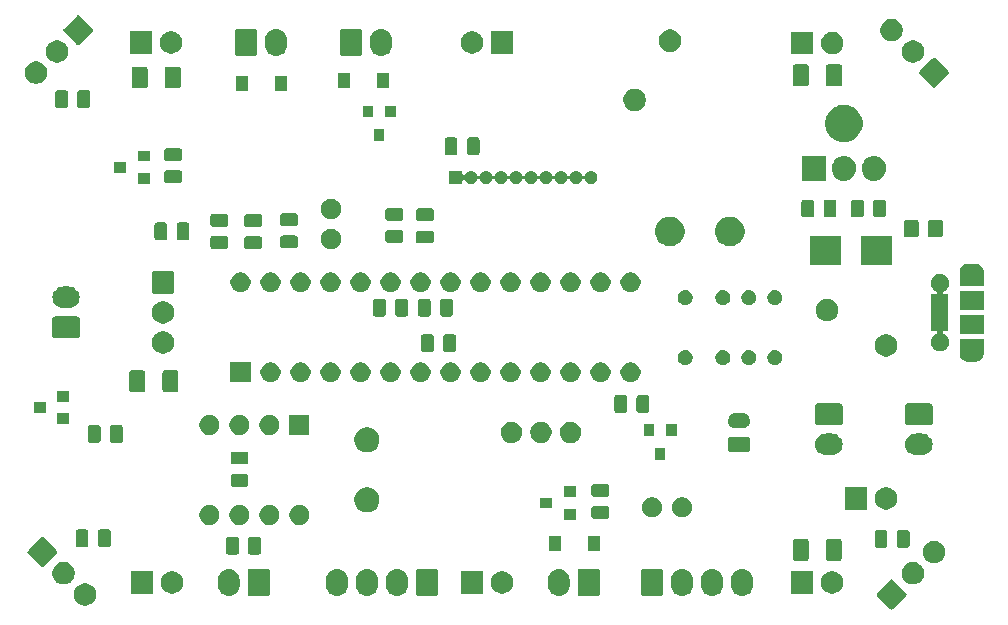
<source format=gbr>
G04 #@! TF.GenerationSoftware,KiCad,Pcbnew,5.1.5+dfsg1-2build2*
G04 #@! TF.CreationDate,2021-05-27T17:25:40+02:00*
G04 #@! TF.ProjectId,board,626f6172-642e-46b6-9963-61645f706362,rev?*
G04 #@! TF.SameCoordinates,Original*
G04 #@! TF.FileFunction,Soldermask,Bot*
G04 #@! TF.FilePolarity,Negative*
%FSLAX46Y46*%
G04 Gerber Fmt 4.6, Leading zero omitted, Abs format (unit mm)*
G04 Created by KiCad (PCBNEW 5.1.5+dfsg1-2build2) date 2021-05-27 17:25:40*
%MOMM*%
%LPD*%
G04 APERTURE LIST*
%ADD10C,0.100000*%
G04 APERTURE END LIST*
D10*
G36*
X161297382Y-149616266D02*
G01*
X161329527Y-149626018D01*
X161359155Y-149641854D01*
X161389897Y-149667083D01*
X161449537Y-149726723D01*
X161449548Y-149726732D01*
X162423268Y-150700452D01*
X162423277Y-150700463D01*
X162482917Y-150760103D01*
X162508146Y-150790845D01*
X162523982Y-150820473D01*
X162533734Y-150852618D01*
X162537026Y-150886051D01*
X162533734Y-150919484D01*
X162523982Y-150951629D01*
X162508146Y-150981257D01*
X162482917Y-151011999D01*
X162423277Y-151071639D01*
X162423268Y-151071650D01*
X161449548Y-152045370D01*
X161449537Y-152045379D01*
X161389897Y-152105019D01*
X161359155Y-152130248D01*
X161329527Y-152146084D01*
X161297382Y-152155836D01*
X161263949Y-152159128D01*
X161230516Y-152155836D01*
X161198371Y-152146084D01*
X161168743Y-152130248D01*
X161138001Y-152105019D01*
X161078361Y-152045379D01*
X161078350Y-152045370D01*
X160104630Y-151071650D01*
X160104621Y-151071639D01*
X160044981Y-151011999D01*
X160019752Y-150981257D01*
X160003916Y-150951629D01*
X159994164Y-150919484D01*
X159990872Y-150886051D01*
X159994164Y-150852618D01*
X160003916Y-150820473D01*
X160019752Y-150790845D01*
X160044981Y-150760103D01*
X160104621Y-150700463D01*
X160104630Y-150700452D01*
X161078350Y-149726732D01*
X161078361Y-149726723D01*
X161138001Y-149667083D01*
X161168743Y-149641854D01*
X161198371Y-149626018D01*
X161230516Y-149616266D01*
X161263949Y-149612974D01*
X161297382Y-149616266D01*
G37*
G36*
X93233446Y-149971597D02*
G01*
X93406517Y-150043285D01*
X93406518Y-150043286D01*
X93562278Y-150147361D01*
X93694741Y-150279824D01*
X93694742Y-150279826D01*
X93798817Y-150435585D01*
X93870505Y-150608656D01*
X93907051Y-150792384D01*
X93907051Y-150979718D01*
X93870505Y-151163446D01*
X93798817Y-151336517D01*
X93798816Y-151336518D01*
X93694741Y-151492278D01*
X93562278Y-151624741D01*
X93483869Y-151677132D01*
X93406517Y-151728817D01*
X93233446Y-151800505D01*
X93049718Y-151837051D01*
X92862384Y-151837051D01*
X92678656Y-151800505D01*
X92505585Y-151728817D01*
X92428233Y-151677132D01*
X92349824Y-151624741D01*
X92217361Y-151492278D01*
X92113286Y-151336518D01*
X92113285Y-151336517D01*
X92041597Y-151163446D01*
X92005051Y-150979718D01*
X92005051Y-150792384D01*
X92041597Y-150608656D01*
X92113285Y-150435585D01*
X92217360Y-150279826D01*
X92217361Y-150279824D01*
X92349824Y-150147361D01*
X92505584Y-150043286D01*
X92505585Y-150043285D01*
X92678656Y-149971597D01*
X92862384Y-149935051D01*
X93049718Y-149935051D01*
X93233446Y-149971597D01*
G37*
G36*
X148770547Y-148722326D02*
G01*
X148944156Y-148774990D01*
X148944158Y-148774991D01*
X149104155Y-148860511D01*
X149244397Y-148975603D01*
X149323729Y-149072271D01*
X149359489Y-149115844D01*
X149445010Y-149275843D01*
X149497674Y-149449452D01*
X149511000Y-149584756D01*
X149511000Y-150135243D01*
X149497674Y-150270548D01*
X149445010Y-150444157D01*
X149359489Y-150604156D01*
X149323729Y-150647729D01*
X149244397Y-150744397D01*
X149163240Y-150811000D01*
X149104156Y-150859489D01*
X148944157Y-150945010D01*
X148770548Y-150997674D01*
X148590000Y-151015456D01*
X148409453Y-150997674D01*
X148235844Y-150945010D01*
X148075845Y-150859489D01*
X148016761Y-150811000D01*
X147935604Y-150744397D01*
X147820513Y-150604157D01*
X147820512Y-150604155D01*
X147734990Y-150444157D01*
X147682326Y-150270548D01*
X147669000Y-150135244D01*
X147669000Y-149584757D01*
X147682326Y-149449453D01*
X147734990Y-149275844D01*
X147820511Y-149115845D01*
X147820513Y-149115843D01*
X147935603Y-148975603D01*
X148061388Y-148872375D01*
X148075844Y-148860511D01*
X148235843Y-148774990D01*
X148409452Y-148722326D01*
X148590000Y-148704544D01*
X148770547Y-148722326D01*
G37*
G36*
X119560548Y-148722326D02*
G01*
X119734157Y-148774990D01*
X119894156Y-148860511D01*
X119908612Y-148872375D01*
X120034397Y-148975603D01*
X120113729Y-149072271D01*
X120149489Y-149115844D01*
X120235010Y-149275843D01*
X120287674Y-149449452D01*
X120301000Y-149584757D01*
X120301000Y-150135244D01*
X120287674Y-150270548D01*
X120235010Y-150444157D01*
X120149489Y-150604156D01*
X120113729Y-150647729D01*
X120034397Y-150744397D01*
X119902527Y-150852618D01*
X119894155Y-150859489D01*
X119734156Y-150945010D01*
X119560547Y-150997674D01*
X119380000Y-151015456D01*
X119199452Y-150997674D01*
X119025843Y-150945010D01*
X118865844Y-150859489D01*
X118806760Y-150811000D01*
X118725603Y-150744397D01*
X118610511Y-150604155D01*
X118524991Y-150444158D01*
X118484436Y-150310467D01*
X118472326Y-150270547D01*
X118459000Y-150135243D01*
X118459000Y-149584756D01*
X118472326Y-149449452D01*
X118524990Y-149275843D01*
X118610512Y-149115844D01*
X118620832Y-149103269D01*
X118725604Y-148975603D01*
X118851389Y-148872375D01*
X118865845Y-148860511D01*
X119025844Y-148774990D01*
X119199453Y-148722326D01*
X119380000Y-148704544D01*
X119560548Y-148722326D01*
G37*
G36*
X133260548Y-148722326D02*
G01*
X133434157Y-148774990D01*
X133594156Y-148860511D01*
X133608612Y-148872375D01*
X133734397Y-148975603D01*
X133813729Y-149072271D01*
X133849489Y-149115844D01*
X133935010Y-149275843D01*
X133987674Y-149449452D01*
X134001000Y-149584757D01*
X134001000Y-150135244D01*
X133987674Y-150270548D01*
X133935010Y-150444157D01*
X133849489Y-150604156D01*
X133813729Y-150647729D01*
X133734397Y-150744397D01*
X133602527Y-150852618D01*
X133594155Y-150859489D01*
X133434156Y-150945010D01*
X133260547Y-150997674D01*
X133080000Y-151015456D01*
X132899452Y-150997674D01*
X132725843Y-150945010D01*
X132565844Y-150859489D01*
X132506760Y-150811000D01*
X132425603Y-150744397D01*
X132310511Y-150604155D01*
X132224991Y-150444158D01*
X132184436Y-150310467D01*
X132172326Y-150270547D01*
X132159000Y-150135243D01*
X132159000Y-149584756D01*
X132172326Y-149449452D01*
X132224990Y-149275843D01*
X132310512Y-149115844D01*
X132320832Y-149103269D01*
X132425604Y-148975603D01*
X132551389Y-148872375D01*
X132565845Y-148860511D01*
X132725844Y-148774990D01*
X132899453Y-148722326D01*
X133080000Y-148704544D01*
X133260548Y-148722326D01*
G37*
G36*
X105320548Y-148722326D02*
G01*
X105494157Y-148774990D01*
X105654156Y-148860511D01*
X105668612Y-148872375D01*
X105794397Y-148975603D01*
X105873729Y-149072271D01*
X105909489Y-149115844D01*
X105995010Y-149275843D01*
X106047674Y-149449452D01*
X106061000Y-149584757D01*
X106061000Y-150135244D01*
X106047674Y-150270548D01*
X105995010Y-150444157D01*
X105909489Y-150604156D01*
X105873729Y-150647729D01*
X105794397Y-150744397D01*
X105662527Y-150852618D01*
X105654155Y-150859489D01*
X105494156Y-150945010D01*
X105320547Y-150997674D01*
X105140000Y-151015456D01*
X104959452Y-150997674D01*
X104785843Y-150945010D01*
X104625844Y-150859489D01*
X104566760Y-150811000D01*
X104485603Y-150744397D01*
X104370511Y-150604155D01*
X104284991Y-150444158D01*
X104244436Y-150310467D01*
X104232326Y-150270547D01*
X104219000Y-150135243D01*
X104219000Y-149584756D01*
X104232326Y-149449452D01*
X104284990Y-149275843D01*
X104370512Y-149115844D01*
X104380832Y-149103269D01*
X104485604Y-148975603D01*
X104611389Y-148872375D01*
X104625845Y-148860511D01*
X104785844Y-148774990D01*
X104959453Y-148722326D01*
X105140000Y-148704544D01*
X105320548Y-148722326D01*
G37*
G36*
X117020548Y-148722326D02*
G01*
X117194157Y-148774990D01*
X117354156Y-148860511D01*
X117368612Y-148872375D01*
X117494397Y-148975603D01*
X117573729Y-149072271D01*
X117609489Y-149115844D01*
X117695010Y-149275843D01*
X117747674Y-149449452D01*
X117761000Y-149584757D01*
X117761000Y-150135244D01*
X117747674Y-150270548D01*
X117695010Y-150444157D01*
X117609489Y-150604156D01*
X117573729Y-150647729D01*
X117494397Y-150744397D01*
X117362527Y-150852618D01*
X117354155Y-150859489D01*
X117194156Y-150945010D01*
X117020547Y-150997674D01*
X116840000Y-151015456D01*
X116659452Y-150997674D01*
X116485843Y-150945010D01*
X116325844Y-150859489D01*
X116266760Y-150811000D01*
X116185603Y-150744397D01*
X116070511Y-150604155D01*
X115984991Y-150444158D01*
X115944436Y-150310467D01*
X115932326Y-150270547D01*
X115919000Y-150135243D01*
X115919000Y-149584756D01*
X115932326Y-149449452D01*
X115984990Y-149275843D01*
X116070512Y-149115844D01*
X116080832Y-149103269D01*
X116185604Y-148975603D01*
X116311389Y-148872375D01*
X116325845Y-148860511D01*
X116485844Y-148774990D01*
X116659453Y-148722326D01*
X116840000Y-148704544D01*
X117020548Y-148722326D01*
G37*
G36*
X143690547Y-148722326D02*
G01*
X143864156Y-148774990D01*
X143864158Y-148774991D01*
X144024155Y-148860511D01*
X144164397Y-148975603D01*
X144243729Y-149072271D01*
X144279489Y-149115844D01*
X144365010Y-149275843D01*
X144417674Y-149449452D01*
X144431000Y-149584756D01*
X144431000Y-150135243D01*
X144417674Y-150270548D01*
X144365010Y-150444157D01*
X144279489Y-150604156D01*
X144243729Y-150647729D01*
X144164397Y-150744397D01*
X144083240Y-150811000D01*
X144024156Y-150859489D01*
X143864157Y-150945010D01*
X143690548Y-150997674D01*
X143510000Y-151015456D01*
X143329453Y-150997674D01*
X143155844Y-150945010D01*
X142995845Y-150859489D01*
X142936761Y-150811000D01*
X142855604Y-150744397D01*
X142740513Y-150604157D01*
X142740512Y-150604155D01*
X142654990Y-150444157D01*
X142602326Y-150270548D01*
X142589000Y-150135244D01*
X142589000Y-149584757D01*
X142602326Y-149449453D01*
X142654990Y-149275844D01*
X142740511Y-149115845D01*
X142740513Y-149115843D01*
X142855603Y-148975603D01*
X142981388Y-148872375D01*
X142995844Y-148860511D01*
X143155843Y-148774990D01*
X143329452Y-148722326D01*
X143510000Y-148704544D01*
X143690547Y-148722326D01*
G37*
G36*
X146230547Y-148722326D02*
G01*
X146404156Y-148774990D01*
X146404158Y-148774991D01*
X146564155Y-148860511D01*
X146704397Y-148975603D01*
X146783729Y-149072271D01*
X146819489Y-149115844D01*
X146905010Y-149275843D01*
X146957674Y-149449452D01*
X146971000Y-149584756D01*
X146971000Y-150135243D01*
X146957674Y-150270548D01*
X146905010Y-150444157D01*
X146819489Y-150604156D01*
X146783729Y-150647729D01*
X146704397Y-150744397D01*
X146623240Y-150811000D01*
X146564156Y-150859489D01*
X146404157Y-150945010D01*
X146230548Y-150997674D01*
X146050000Y-151015456D01*
X145869453Y-150997674D01*
X145695844Y-150945010D01*
X145535845Y-150859489D01*
X145476761Y-150811000D01*
X145395604Y-150744397D01*
X145280513Y-150604157D01*
X145280512Y-150604155D01*
X145194990Y-150444157D01*
X145142326Y-150270548D01*
X145129000Y-150135244D01*
X145129000Y-149584757D01*
X145142326Y-149449453D01*
X145194990Y-149275844D01*
X145280511Y-149115845D01*
X145280513Y-149115843D01*
X145395603Y-148975603D01*
X145521388Y-148872375D01*
X145535844Y-148860511D01*
X145695843Y-148774990D01*
X145869452Y-148722326D01*
X146050000Y-148704544D01*
X146230547Y-148722326D01*
G37*
G36*
X114480548Y-148722326D02*
G01*
X114654157Y-148774990D01*
X114814156Y-148860511D01*
X114828612Y-148872375D01*
X114954397Y-148975603D01*
X115033729Y-149072271D01*
X115069489Y-149115844D01*
X115155010Y-149275843D01*
X115207674Y-149449452D01*
X115221000Y-149584757D01*
X115221000Y-150135244D01*
X115207674Y-150270548D01*
X115155010Y-150444157D01*
X115069489Y-150604156D01*
X115033729Y-150647729D01*
X114954397Y-150744397D01*
X114822527Y-150852618D01*
X114814155Y-150859489D01*
X114654156Y-150945010D01*
X114480547Y-150997674D01*
X114300000Y-151015456D01*
X114119452Y-150997674D01*
X113945843Y-150945010D01*
X113785844Y-150859489D01*
X113726760Y-150811000D01*
X113645603Y-150744397D01*
X113530511Y-150604155D01*
X113444991Y-150444158D01*
X113404436Y-150310467D01*
X113392326Y-150270547D01*
X113379000Y-150135243D01*
X113379000Y-149584756D01*
X113392326Y-149449452D01*
X113444990Y-149275843D01*
X113530512Y-149115844D01*
X113540832Y-149103269D01*
X113645604Y-148975603D01*
X113771389Y-148872375D01*
X113785845Y-148860511D01*
X113945844Y-148774990D01*
X114119453Y-148722326D01*
X114300000Y-148704544D01*
X114480548Y-148722326D01*
G37*
G36*
X108459561Y-148712966D02*
G01*
X108492383Y-148722923D01*
X108522632Y-148739092D01*
X108549148Y-148760852D01*
X108570908Y-148787368D01*
X108587077Y-148817617D01*
X108597034Y-148850439D01*
X108601000Y-148890713D01*
X108601000Y-150829287D01*
X108597034Y-150869561D01*
X108587077Y-150902383D01*
X108570908Y-150932632D01*
X108549148Y-150959148D01*
X108522632Y-150980908D01*
X108492383Y-150997077D01*
X108459561Y-151007034D01*
X108419287Y-151011000D01*
X106940713Y-151011000D01*
X106900439Y-151007034D01*
X106867617Y-150997077D01*
X106837368Y-150980908D01*
X106810852Y-150959148D01*
X106789092Y-150932632D01*
X106772923Y-150902383D01*
X106762966Y-150869561D01*
X106759000Y-150829287D01*
X106759000Y-148890713D01*
X106762966Y-148850439D01*
X106772923Y-148817617D01*
X106789092Y-148787368D01*
X106810852Y-148760852D01*
X106837368Y-148739092D01*
X106867617Y-148722923D01*
X106900439Y-148712966D01*
X106940713Y-148709000D01*
X108419287Y-148709000D01*
X108459561Y-148712966D01*
G37*
G36*
X122699561Y-148712966D02*
G01*
X122732383Y-148722923D01*
X122762632Y-148739092D01*
X122789148Y-148760852D01*
X122810908Y-148787368D01*
X122827077Y-148817617D01*
X122837034Y-148850439D01*
X122841000Y-148890713D01*
X122841000Y-150829287D01*
X122837034Y-150869561D01*
X122827077Y-150902383D01*
X122810908Y-150932632D01*
X122789148Y-150959148D01*
X122762632Y-150980908D01*
X122732383Y-150997077D01*
X122699561Y-151007034D01*
X122659287Y-151011000D01*
X121180713Y-151011000D01*
X121140439Y-151007034D01*
X121107617Y-150997077D01*
X121077368Y-150980908D01*
X121050852Y-150959148D01*
X121029092Y-150932632D01*
X121012923Y-150902383D01*
X121002966Y-150869561D01*
X120999000Y-150829287D01*
X120999000Y-148890713D01*
X121002966Y-148850439D01*
X121012923Y-148817617D01*
X121029092Y-148787368D01*
X121050852Y-148760852D01*
X121077368Y-148739092D01*
X121107617Y-148722923D01*
X121140439Y-148712966D01*
X121180713Y-148709000D01*
X122659287Y-148709000D01*
X122699561Y-148712966D01*
G37*
G36*
X136399561Y-148712966D02*
G01*
X136432383Y-148722923D01*
X136462632Y-148739092D01*
X136489148Y-148760852D01*
X136510908Y-148787368D01*
X136527077Y-148817617D01*
X136537034Y-148850439D01*
X136541000Y-148890713D01*
X136541000Y-150829287D01*
X136537034Y-150869561D01*
X136527077Y-150902383D01*
X136510908Y-150932632D01*
X136489148Y-150959148D01*
X136462632Y-150980908D01*
X136432383Y-150997077D01*
X136399561Y-151007034D01*
X136359287Y-151011000D01*
X134880713Y-151011000D01*
X134840439Y-151007034D01*
X134807617Y-150997077D01*
X134777368Y-150980908D01*
X134750852Y-150959148D01*
X134729092Y-150932632D01*
X134712923Y-150902383D01*
X134702966Y-150869561D01*
X134699000Y-150829287D01*
X134699000Y-148890713D01*
X134702966Y-148850439D01*
X134712923Y-148817617D01*
X134729092Y-148787368D01*
X134750852Y-148760852D01*
X134777368Y-148739092D01*
X134807617Y-148722923D01*
X134840439Y-148712966D01*
X134880713Y-148709000D01*
X136359287Y-148709000D01*
X136399561Y-148712966D01*
G37*
G36*
X141749561Y-148712966D02*
G01*
X141782383Y-148722923D01*
X141812632Y-148739092D01*
X141839148Y-148760852D01*
X141860908Y-148787368D01*
X141877077Y-148817617D01*
X141887034Y-148850439D01*
X141891000Y-148890713D01*
X141891000Y-150829287D01*
X141887034Y-150869561D01*
X141877077Y-150902383D01*
X141860908Y-150932632D01*
X141839148Y-150959148D01*
X141812632Y-150980908D01*
X141782383Y-150997077D01*
X141749561Y-151007034D01*
X141709287Y-151011000D01*
X140230713Y-151011000D01*
X140190439Y-151007034D01*
X140157617Y-150997077D01*
X140127368Y-150980908D01*
X140100852Y-150959148D01*
X140079092Y-150932632D01*
X140062923Y-150902383D01*
X140052966Y-150869561D01*
X140049000Y-150829287D01*
X140049000Y-148890713D01*
X140052966Y-148850439D01*
X140062923Y-148817617D01*
X140079092Y-148787368D01*
X140100852Y-148760852D01*
X140127368Y-148739092D01*
X140157617Y-148722923D01*
X140190439Y-148712966D01*
X140230713Y-148709000D01*
X141709287Y-148709000D01*
X141749561Y-148712966D01*
G37*
G36*
X98741000Y-150811000D02*
G01*
X96839000Y-150811000D01*
X96839000Y-148909000D01*
X98741000Y-148909000D01*
X98741000Y-150811000D01*
G37*
G36*
X128547395Y-148945546D02*
G01*
X128720466Y-149017234D01*
X128720467Y-149017235D01*
X128876227Y-149121310D01*
X129008690Y-149253773D01*
X129023437Y-149275844D01*
X129112766Y-149409534D01*
X129184454Y-149582605D01*
X129221000Y-149766333D01*
X129221000Y-149953667D01*
X129184454Y-150137395D01*
X129112766Y-150310466D01*
X129112765Y-150310467D01*
X129008690Y-150466227D01*
X128876227Y-150598690D01*
X128797818Y-150651081D01*
X128720466Y-150702766D01*
X128547395Y-150774454D01*
X128363667Y-150811000D01*
X128176333Y-150811000D01*
X127992605Y-150774454D01*
X127819534Y-150702766D01*
X127742182Y-150651081D01*
X127663773Y-150598690D01*
X127531310Y-150466227D01*
X127427235Y-150310467D01*
X127427234Y-150310466D01*
X127355546Y-150137395D01*
X127319000Y-149953667D01*
X127319000Y-149766333D01*
X127355546Y-149582605D01*
X127427234Y-149409534D01*
X127516563Y-149275844D01*
X127531310Y-149253773D01*
X127663773Y-149121310D01*
X127819533Y-149017235D01*
X127819534Y-149017234D01*
X127992605Y-148945546D01*
X128176333Y-148909000D01*
X128363667Y-148909000D01*
X128547395Y-148945546D01*
G37*
G36*
X100607395Y-148945546D02*
G01*
X100780466Y-149017234D01*
X100780467Y-149017235D01*
X100936227Y-149121310D01*
X101068690Y-149253773D01*
X101083437Y-149275844D01*
X101172766Y-149409534D01*
X101244454Y-149582605D01*
X101281000Y-149766333D01*
X101281000Y-149953667D01*
X101244454Y-150137395D01*
X101172766Y-150310466D01*
X101172765Y-150310467D01*
X101068690Y-150466227D01*
X100936227Y-150598690D01*
X100857818Y-150651081D01*
X100780466Y-150702766D01*
X100607395Y-150774454D01*
X100423667Y-150811000D01*
X100236333Y-150811000D01*
X100052605Y-150774454D01*
X99879534Y-150702766D01*
X99802182Y-150651081D01*
X99723773Y-150598690D01*
X99591310Y-150466227D01*
X99487235Y-150310467D01*
X99487234Y-150310466D01*
X99415546Y-150137395D01*
X99379000Y-149953667D01*
X99379000Y-149766333D01*
X99415546Y-149582605D01*
X99487234Y-149409534D01*
X99576563Y-149275844D01*
X99591310Y-149253773D01*
X99723773Y-149121310D01*
X99879533Y-149017235D01*
X99879534Y-149017234D01*
X100052605Y-148945546D01*
X100236333Y-148909000D01*
X100423667Y-148909000D01*
X100607395Y-148945546D01*
G37*
G36*
X126681000Y-150811000D02*
G01*
X124779000Y-150811000D01*
X124779000Y-148909000D01*
X126681000Y-148909000D01*
X126681000Y-150811000D01*
G37*
G36*
X156487395Y-148945546D02*
G01*
X156660466Y-149017234D01*
X156660467Y-149017235D01*
X156816227Y-149121310D01*
X156948690Y-149253773D01*
X156963437Y-149275844D01*
X157052766Y-149409534D01*
X157124454Y-149582605D01*
X157161000Y-149766333D01*
X157161000Y-149953667D01*
X157124454Y-150137395D01*
X157052766Y-150310466D01*
X157052765Y-150310467D01*
X156948690Y-150466227D01*
X156816227Y-150598690D01*
X156737818Y-150651081D01*
X156660466Y-150702766D01*
X156487395Y-150774454D01*
X156303667Y-150811000D01*
X156116333Y-150811000D01*
X155932605Y-150774454D01*
X155759534Y-150702766D01*
X155682182Y-150651081D01*
X155603773Y-150598690D01*
X155471310Y-150466227D01*
X155367235Y-150310467D01*
X155367234Y-150310466D01*
X155295546Y-150137395D01*
X155259000Y-149953667D01*
X155259000Y-149766333D01*
X155295546Y-149582605D01*
X155367234Y-149409534D01*
X155456563Y-149275844D01*
X155471310Y-149253773D01*
X155603773Y-149121310D01*
X155759533Y-149017235D01*
X155759534Y-149017234D01*
X155932605Y-148945546D01*
X156116333Y-148909000D01*
X156303667Y-148909000D01*
X156487395Y-148945546D01*
G37*
G36*
X154621000Y-150811000D02*
G01*
X152719000Y-150811000D01*
X152719000Y-148909000D01*
X154621000Y-148909000D01*
X154621000Y-150811000D01*
G37*
G36*
X91437395Y-148175546D02*
G01*
X91610466Y-148247234D01*
X91610467Y-148247235D01*
X91766227Y-148351310D01*
X91898690Y-148483773D01*
X91935021Y-148538146D01*
X92002766Y-148639534D01*
X92074454Y-148812605D01*
X92111000Y-148996333D01*
X92111000Y-149183667D01*
X92074454Y-149367395D01*
X92002766Y-149540466D01*
X91973173Y-149584755D01*
X91898690Y-149696227D01*
X91766227Y-149828690D01*
X91687818Y-149881081D01*
X91610466Y-149932766D01*
X91437395Y-150004454D01*
X91253667Y-150041000D01*
X91066333Y-150041000D01*
X90882605Y-150004454D01*
X90709534Y-149932766D01*
X90632182Y-149881081D01*
X90553773Y-149828690D01*
X90421310Y-149696227D01*
X90346827Y-149584755D01*
X90317234Y-149540466D01*
X90245546Y-149367395D01*
X90209000Y-149183667D01*
X90209000Y-148996333D01*
X90245546Y-148812605D01*
X90317234Y-148639534D01*
X90384979Y-148538146D01*
X90421310Y-148483773D01*
X90553773Y-148351310D01*
X90709533Y-148247235D01*
X90709534Y-148247234D01*
X90882605Y-148175546D01*
X91066333Y-148139000D01*
X91253667Y-148139000D01*
X91437395Y-148175546D01*
G37*
G36*
X163337395Y-148175546D02*
G01*
X163510466Y-148247234D01*
X163510467Y-148247235D01*
X163666227Y-148351310D01*
X163798690Y-148483773D01*
X163835021Y-148538146D01*
X163902766Y-148639534D01*
X163974454Y-148812605D01*
X164011000Y-148996333D01*
X164011000Y-149183667D01*
X163974454Y-149367395D01*
X163902766Y-149540466D01*
X163873173Y-149584755D01*
X163798690Y-149696227D01*
X163666227Y-149828690D01*
X163587818Y-149881081D01*
X163510466Y-149932766D01*
X163337395Y-150004454D01*
X163153667Y-150041000D01*
X162966333Y-150041000D01*
X162782605Y-150004454D01*
X162609534Y-149932766D01*
X162532182Y-149881081D01*
X162453773Y-149828690D01*
X162321310Y-149696227D01*
X162246827Y-149584755D01*
X162217234Y-149540466D01*
X162145546Y-149367395D01*
X162109000Y-149183667D01*
X162109000Y-148996333D01*
X162145546Y-148812605D01*
X162217234Y-148639534D01*
X162284979Y-148538146D01*
X162321310Y-148483773D01*
X162453773Y-148351310D01*
X162609533Y-148247235D01*
X162609534Y-148247234D01*
X162782605Y-148175546D01*
X162966333Y-148139000D01*
X163153667Y-148139000D01*
X163337395Y-148175546D01*
G37*
G36*
X89397382Y-146024164D02*
G01*
X89429527Y-146033916D01*
X89459155Y-146049752D01*
X89489897Y-146074981D01*
X89549537Y-146134621D01*
X89549548Y-146134630D01*
X90523268Y-147108350D01*
X90523277Y-147108361D01*
X90582917Y-147168001D01*
X90608146Y-147198743D01*
X90623982Y-147228371D01*
X90633734Y-147260516D01*
X90637026Y-147293949D01*
X90633734Y-147327382D01*
X90623982Y-147359527D01*
X90608146Y-147389155D01*
X90582917Y-147419897D01*
X90523277Y-147479537D01*
X90523268Y-147479548D01*
X89549548Y-148453268D01*
X89549537Y-148453277D01*
X89489897Y-148512917D01*
X89459155Y-148538146D01*
X89429527Y-148553982D01*
X89397382Y-148563734D01*
X89363949Y-148567026D01*
X89330516Y-148563734D01*
X89298371Y-148553982D01*
X89268743Y-148538146D01*
X89238001Y-148512917D01*
X89178361Y-148453277D01*
X89178350Y-148453268D01*
X88204630Y-147479548D01*
X88204621Y-147479537D01*
X88144981Y-147419897D01*
X88119752Y-147389155D01*
X88103916Y-147359527D01*
X88094164Y-147327382D01*
X88090872Y-147293949D01*
X88094164Y-147260516D01*
X88103916Y-147228371D01*
X88119752Y-147198743D01*
X88144981Y-147168001D01*
X88204621Y-147108361D01*
X88204630Y-147108350D01*
X89178350Y-146134630D01*
X89178361Y-146134621D01*
X89238001Y-146074981D01*
X89268743Y-146049752D01*
X89298371Y-146033916D01*
X89330516Y-146024164D01*
X89363949Y-146020872D01*
X89397382Y-146024164D01*
G37*
G36*
X165133446Y-146379495D02*
G01*
X165306517Y-146451183D01*
X165383869Y-146502868D01*
X165462278Y-146555259D01*
X165594741Y-146687722D01*
X165594742Y-146687724D01*
X165698817Y-146843483D01*
X165770505Y-147016554D01*
X165807051Y-147200282D01*
X165807051Y-147387616D01*
X165770505Y-147571344D01*
X165698817Y-147744415D01*
X165649414Y-147818352D01*
X165594741Y-147900176D01*
X165462278Y-148032639D01*
X165383869Y-148085030D01*
X165306517Y-148136715D01*
X165133446Y-148208403D01*
X164949718Y-148244949D01*
X164762384Y-148244949D01*
X164578656Y-148208403D01*
X164405585Y-148136715D01*
X164328233Y-148085030D01*
X164249824Y-148032639D01*
X164117361Y-147900176D01*
X164062688Y-147818352D01*
X164013285Y-147744415D01*
X163941597Y-147571344D01*
X163905051Y-147387616D01*
X163905051Y-147200282D01*
X163941597Y-147016554D01*
X164013285Y-146843483D01*
X164117360Y-146687724D01*
X164117361Y-146687722D01*
X164249824Y-146555259D01*
X164328233Y-146502868D01*
X164405585Y-146451183D01*
X164578656Y-146379495D01*
X164762384Y-146342949D01*
X164949718Y-146342949D01*
X165133446Y-146379495D01*
G37*
G36*
X156878604Y-146188347D02*
G01*
X156915144Y-146199432D01*
X156948821Y-146217433D01*
X156978341Y-146241659D01*
X157002567Y-146271179D01*
X157020568Y-146304856D01*
X157031653Y-146341396D01*
X157036000Y-146385538D01*
X157036000Y-147834462D01*
X157031653Y-147878604D01*
X157020568Y-147915144D01*
X157002567Y-147948821D01*
X156978341Y-147978341D01*
X156948821Y-148002567D01*
X156915144Y-148020568D01*
X156878604Y-148031653D01*
X156834462Y-148036000D01*
X155885538Y-148036000D01*
X155841396Y-148031653D01*
X155804856Y-148020568D01*
X155771179Y-148002567D01*
X155741659Y-147978341D01*
X155717433Y-147948821D01*
X155699432Y-147915144D01*
X155688347Y-147878604D01*
X155684000Y-147834462D01*
X155684000Y-146385538D01*
X155688347Y-146341396D01*
X155699432Y-146304856D01*
X155717433Y-146271179D01*
X155741659Y-146241659D01*
X155771179Y-146217433D01*
X155804856Y-146199432D01*
X155841396Y-146188347D01*
X155885538Y-146184000D01*
X156834462Y-146184000D01*
X156878604Y-146188347D01*
G37*
G36*
X154078604Y-146188347D02*
G01*
X154115144Y-146199432D01*
X154148821Y-146217433D01*
X154178341Y-146241659D01*
X154202567Y-146271179D01*
X154220568Y-146304856D01*
X154231653Y-146341396D01*
X154236000Y-146385538D01*
X154236000Y-147834462D01*
X154231653Y-147878604D01*
X154220568Y-147915144D01*
X154202567Y-147948821D01*
X154178341Y-147978341D01*
X154148821Y-148002567D01*
X154115144Y-148020568D01*
X154078604Y-148031653D01*
X154034462Y-148036000D01*
X153085538Y-148036000D01*
X153041396Y-148031653D01*
X153004856Y-148020568D01*
X152971179Y-148002567D01*
X152941659Y-147978341D01*
X152917433Y-147948821D01*
X152899432Y-147915144D01*
X152888347Y-147878604D01*
X152884000Y-147834462D01*
X152884000Y-146385538D01*
X152888347Y-146341396D01*
X152899432Y-146304856D01*
X152917433Y-146271179D01*
X152941659Y-146241659D01*
X152971179Y-146217433D01*
X153004856Y-146199432D01*
X153041396Y-146188347D01*
X153085538Y-146184000D01*
X154034462Y-146184000D01*
X154078604Y-146188347D01*
G37*
G36*
X107699468Y-146013565D02*
G01*
X107738138Y-146025296D01*
X107773777Y-146044346D01*
X107805017Y-146069983D01*
X107830654Y-146101223D01*
X107849704Y-146136862D01*
X107861435Y-146175532D01*
X107866000Y-146221888D01*
X107866000Y-147298112D01*
X107861435Y-147344468D01*
X107849704Y-147383138D01*
X107830654Y-147418777D01*
X107805017Y-147450017D01*
X107773777Y-147475654D01*
X107738138Y-147494704D01*
X107699468Y-147506435D01*
X107653112Y-147511000D01*
X107001888Y-147511000D01*
X106955532Y-147506435D01*
X106916862Y-147494704D01*
X106881223Y-147475654D01*
X106849983Y-147450017D01*
X106824346Y-147418777D01*
X106805296Y-147383138D01*
X106793565Y-147344468D01*
X106789000Y-147298112D01*
X106789000Y-146221888D01*
X106793565Y-146175532D01*
X106805296Y-146136862D01*
X106824346Y-146101223D01*
X106849983Y-146069983D01*
X106881223Y-146044346D01*
X106916862Y-146025296D01*
X106955532Y-146013565D01*
X107001888Y-146009000D01*
X107653112Y-146009000D01*
X107699468Y-146013565D01*
G37*
G36*
X105824468Y-146013565D02*
G01*
X105863138Y-146025296D01*
X105898777Y-146044346D01*
X105930017Y-146069983D01*
X105955654Y-146101223D01*
X105974704Y-146136862D01*
X105986435Y-146175532D01*
X105991000Y-146221888D01*
X105991000Y-147298112D01*
X105986435Y-147344468D01*
X105974704Y-147383138D01*
X105955654Y-147418777D01*
X105930017Y-147450017D01*
X105898777Y-147475654D01*
X105863138Y-147494704D01*
X105824468Y-147506435D01*
X105778112Y-147511000D01*
X105126888Y-147511000D01*
X105080532Y-147506435D01*
X105041862Y-147494704D01*
X105006223Y-147475654D01*
X104974983Y-147450017D01*
X104949346Y-147418777D01*
X104930296Y-147383138D01*
X104918565Y-147344468D01*
X104914000Y-147298112D01*
X104914000Y-146221888D01*
X104918565Y-146175532D01*
X104930296Y-146136862D01*
X104949346Y-146101223D01*
X104974983Y-146069983D01*
X105006223Y-146044346D01*
X105041862Y-146025296D01*
X105080532Y-146013565D01*
X105126888Y-146009000D01*
X105778112Y-146009000D01*
X105824468Y-146013565D01*
G37*
G36*
X136561000Y-147241000D02*
G01*
X135559000Y-147241000D01*
X135559000Y-145939000D01*
X136561000Y-145939000D01*
X136561000Y-147241000D01*
G37*
G36*
X133261000Y-147241000D02*
G01*
X132259000Y-147241000D01*
X132259000Y-145939000D01*
X133261000Y-145939000D01*
X133261000Y-147241000D01*
G37*
G36*
X160744468Y-145423565D02*
G01*
X160783138Y-145435296D01*
X160818777Y-145454346D01*
X160850017Y-145479983D01*
X160875654Y-145511223D01*
X160894704Y-145546862D01*
X160906435Y-145585532D01*
X160911000Y-145631888D01*
X160911000Y-146708112D01*
X160906435Y-146754468D01*
X160894704Y-146793138D01*
X160875654Y-146828777D01*
X160850017Y-146860017D01*
X160818777Y-146885654D01*
X160783138Y-146904704D01*
X160744468Y-146916435D01*
X160698112Y-146921000D01*
X160046888Y-146921000D01*
X160000532Y-146916435D01*
X159961862Y-146904704D01*
X159926223Y-146885654D01*
X159894983Y-146860017D01*
X159869346Y-146828777D01*
X159850296Y-146793138D01*
X159838565Y-146754468D01*
X159834000Y-146708112D01*
X159834000Y-145631888D01*
X159838565Y-145585532D01*
X159850296Y-145546862D01*
X159869346Y-145511223D01*
X159894983Y-145479983D01*
X159926223Y-145454346D01*
X159961862Y-145435296D01*
X160000532Y-145423565D01*
X160046888Y-145419000D01*
X160698112Y-145419000D01*
X160744468Y-145423565D01*
G37*
G36*
X162619468Y-145423565D02*
G01*
X162658138Y-145435296D01*
X162693777Y-145454346D01*
X162725017Y-145479983D01*
X162750654Y-145511223D01*
X162769704Y-145546862D01*
X162781435Y-145585532D01*
X162786000Y-145631888D01*
X162786000Y-146708112D01*
X162781435Y-146754468D01*
X162769704Y-146793138D01*
X162750654Y-146828777D01*
X162725017Y-146860017D01*
X162693777Y-146885654D01*
X162658138Y-146904704D01*
X162619468Y-146916435D01*
X162573112Y-146921000D01*
X161921888Y-146921000D01*
X161875532Y-146916435D01*
X161836862Y-146904704D01*
X161801223Y-146885654D01*
X161769983Y-146860017D01*
X161744346Y-146828777D01*
X161725296Y-146793138D01*
X161713565Y-146754468D01*
X161709000Y-146708112D01*
X161709000Y-145631888D01*
X161713565Y-145585532D01*
X161725296Y-145546862D01*
X161744346Y-145511223D01*
X161769983Y-145479983D01*
X161801223Y-145454346D01*
X161836862Y-145435296D01*
X161875532Y-145423565D01*
X161921888Y-145419000D01*
X162573112Y-145419000D01*
X162619468Y-145423565D01*
G37*
G36*
X93094468Y-145373565D02*
G01*
X93133138Y-145385296D01*
X93168777Y-145404346D01*
X93200017Y-145429983D01*
X93225654Y-145461223D01*
X93244704Y-145496862D01*
X93256435Y-145535532D01*
X93261000Y-145581888D01*
X93261000Y-146658112D01*
X93256435Y-146704468D01*
X93244704Y-146743138D01*
X93225654Y-146778777D01*
X93200017Y-146810017D01*
X93168777Y-146835654D01*
X93133138Y-146854704D01*
X93094468Y-146866435D01*
X93048112Y-146871000D01*
X92396888Y-146871000D01*
X92350532Y-146866435D01*
X92311862Y-146854704D01*
X92276223Y-146835654D01*
X92244983Y-146810017D01*
X92219346Y-146778777D01*
X92200296Y-146743138D01*
X92188565Y-146704468D01*
X92184000Y-146658112D01*
X92184000Y-145581888D01*
X92188565Y-145535532D01*
X92200296Y-145496862D01*
X92219346Y-145461223D01*
X92244983Y-145429983D01*
X92276223Y-145404346D01*
X92311862Y-145385296D01*
X92350532Y-145373565D01*
X92396888Y-145369000D01*
X93048112Y-145369000D01*
X93094468Y-145373565D01*
G37*
G36*
X94969468Y-145373565D02*
G01*
X95008138Y-145385296D01*
X95043777Y-145404346D01*
X95075017Y-145429983D01*
X95100654Y-145461223D01*
X95119704Y-145496862D01*
X95131435Y-145535532D01*
X95136000Y-145581888D01*
X95136000Y-146658112D01*
X95131435Y-146704468D01*
X95119704Y-146743138D01*
X95100654Y-146778777D01*
X95075017Y-146810017D01*
X95043777Y-146835654D01*
X95008138Y-146854704D01*
X94969468Y-146866435D01*
X94923112Y-146871000D01*
X94271888Y-146871000D01*
X94225532Y-146866435D01*
X94186862Y-146854704D01*
X94151223Y-146835654D01*
X94119983Y-146810017D01*
X94094346Y-146778777D01*
X94075296Y-146743138D01*
X94063565Y-146704468D01*
X94059000Y-146658112D01*
X94059000Y-145581888D01*
X94063565Y-145535532D01*
X94075296Y-145496862D01*
X94094346Y-145461223D01*
X94119983Y-145429983D01*
X94151223Y-145404346D01*
X94186862Y-145385296D01*
X94225532Y-145373565D01*
X94271888Y-145369000D01*
X94923112Y-145369000D01*
X94969468Y-145373565D01*
G37*
G36*
X103753228Y-143326703D02*
G01*
X103908100Y-143390853D01*
X104047481Y-143483985D01*
X104166015Y-143602519D01*
X104259147Y-143741900D01*
X104323297Y-143896772D01*
X104356000Y-144061184D01*
X104356000Y-144228816D01*
X104323297Y-144393228D01*
X104259147Y-144548100D01*
X104166015Y-144687481D01*
X104047481Y-144806015D01*
X103908100Y-144899147D01*
X103753228Y-144963297D01*
X103588816Y-144996000D01*
X103421184Y-144996000D01*
X103256772Y-144963297D01*
X103101900Y-144899147D01*
X102962519Y-144806015D01*
X102843985Y-144687481D01*
X102750853Y-144548100D01*
X102686703Y-144393228D01*
X102654000Y-144228816D01*
X102654000Y-144061184D01*
X102686703Y-143896772D01*
X102750853Y-143741900D01*
X102843985Y-143602519D01*
X102962519Y-143483985D01*
X103101900Y-143390853D01*
X103256772Y-143326703D01*
X103421184Y-143294000D01*
X103588816Y-143294000D01*
X103753228Y-143326703D01*
G37*
G36*
X106293228Y-143326703D02*
G01*
X106448100Y-143390853D01*
X106587481Y-143483985D01*
X106706015Y-143602519D01*
X106799147Y-143741900D01*
X106863297Y-143896772D01*
X106896000Y-144061184D01*
X106896000Y-144228816D01*
X106863297Y-144393228D01*
X106799147Y-144548100D01*
X106706015Y-144687481D01*
X106587481Y-144806015D01*
X106448100Y-144899147D01*
X106293228Y-144963297D01*
X106128816Y-144996000D01*
X105961184Y-144996000D01*
X105796772Y-144963297D01*
X105641900Y-144899147D01*
X105502519Y-144806015D01*
X105383985Y-144687481D01*
X105290853Y-144548100D01*
X105226703Y-144393228D01*
X105194000Y-144228816D01*
X105194000Y-144061184D01*
X105226703Y-143896772D01*
X105290853Y-143741900D01*
X105383985Y-143602519D01*
X105502519Y-143483985D01*
X105641900Y-143390853D01*
X105796772Y-143326703D01*
X105961184Y-143294000D01*
X106128816Y-143294000D01*
X106293228Y-143326703D01*
G37*
G36*
X108833228Y-143326703D02*
G01*
X108988100Y-143390853D01*
X109127481Y-143483985D01*
X109246015Y-143602519D01*
X109339147Y-143741900D01*
X109403297Y-143896772D01*
X109436000Y-144061184D01*
X109436000Y-144228816D01*
X109403297Y-144393228D01*
X109339147Y-144548100D01*
X109246015Y-144687481D01*
X109127481Y-144806015D01*
X108988100Y-144899147D01*
X108833228Y-144963297D01*
X108668816Y-144996000D01*
X108501184Y-144996000D01*
X108336772Y-144963297D01*
X108181900Y-144899147D01*
X108042519Y-144806015D01*
X107923985Y-144687481D01*
X107830853Y-144548100D01*
X107766703Y-144393228D01*
X107734000Y-144228816D01*
X107734000Y-144061184D01*
X107766703Y-143896772D01*
X107830853Y-143741900D01*
X107923985Y-143602519D01*
X108042519Y-143483985D01*
X108181900Y-143390853D01*
X108336772Y-143326703D01*
X108501184Y-143294000D01*
X108668816Y-143294000D01*
X108833228Y-143326703D01*
G37*
G36*
X111373228Y-143326703D02*
G01*
X111528100Y-143390853D01*
X111667481Y-143483985D01*
X111786015Y-143602519D01*
X111879147Y-143741900D01*
X111943297Y-143896772D01*
X111976000Y-144061184D01*
X111976000Y-144228816D01*
X111943297Y-144393228D01*
X111879147Y-144548100D01*
X111786015Y-144687481D01*
X111667481Y-144806015D01*
X111528100Y-144899147D01*
X111373228Y-144963297D01*
X111208816Y-144996000D01*
X111041184Y-144996000D01*
X110876772Y-144963297D01*
X110721900Y-144899147D01*
X110582519Y-144806015D01*
X110463985Y-144687481D01*
X110370853Y-144548100D01*
X110306703Y-144393228D01*
X110274000Y-144228816D01*
X110274000Y-144061184D01*
X110306703Y-143896772D01*
X110370853Y-143741900D01*
X110463985Y-143602519D01*
X110582519Y-143483985D01*
X110721900Y-143390853D01*
X110876772Y-143326703D01*
X111041184Y-143294000D01*
X111208816Y-143294000D01*
X111373228Y-143326703D01*
G37*
G36*
X134511000Y-144541000D02*
G01*
X133509000Y-144541000D01*
X133509000Y-143639000D01*
X134511000Y-143639000D01*
X134511000Y-144541000D01*
G37*
G36*
X137184468Y-143403565D02*
G01*
X137223138Y-143415296D01*
X137258777Y-143434346D01*
X137290017Y-143459983D01*
X137315654Y-143491223D01*
X137334704Y-143526862D01*
X137346435Y-143565532D01*
X137351000Y-143611888D01*
X137351000Y-144263112D01*
X137346435Y-144309468D01*
X137334704Y-144348138D01*
X137315654Y-144383777D01*
X137290017Y-144415017D01*
X137258777Y-144440654D01*
X137223138Y-144459704D01*
X137184468Y-144471435D01*
X137138112Y-144476000D01*
X136061888Y-144476000D01*
X136015532Y-144471435D01*
X135976862Y-144459704D01*
X135941223Y-144440654D01*
X135909983Y-144415017D01*
X135884346Y-144383777D01*
X135865296Y-144348138D01*
X135853565Y-144309468D01*
X135849000Y-144263112D01*
X135849000Y-143611888D01*
X135853565Y-143565532D01*
X135865296Y-143526862D01*
X135884346Y-143491223D01*
X135909983Y-143459983D01*
X135941223Y-143434346D01*
X135976862Y-143415296D01*
X136015532Y-143403565D01*
X136061888Y-143399000D01*
X137138112Y-143399000D01*
X137184468Y-143403565D01*
G37*
G36*
X143758228Y-142691703D02*
G01*
X143913100Y-142755853D01*
X144052481Y-142848985D01*
X144171015Y-142967519D01*
X144264147Y-143106900D01*
X144328297Y-143261772D01*
X144361000Y-143426184D01*
X144361000Y-143593816D01*
X144328297Y-143758228D01*
X144264147Y-143913100D01*
X144171015Y-144052481D01*
X144052481Y-144171015D01*
X143913100Y-144264147D01*
X143758228Y-144328297D01*
X143593816Y-144361000D01*
X143426184Y-144361000D01*
X143261772Y-144328297D01*
X143106900Y-144264147D01*
X142967519Y-144171015D01*
X142848985Y-144052481D01*
X142755853Y-143913100D01*
X142691703Y-143758228D01*
X142659000Y-143593816D01*
X142659000Y-143426184D01*
X142691703Y-143261772D01*
X142755853Y-143106900D01*
X142848985Y-142967519D01*
X142967519Y-142848985D01*
X143106900Y-142755853D01*
X143261772Y-142691703D01*
X143426184Y-142659000D01*
X143593816Y-142659000D01*
X143758228Y-142691703D01*
G37*
G36*
X141218228Y-142691703D02*
G01*
X141373100Y-142755853D01*
X141512481Y-142848985D01*
X141631015Y-142967519D01*
X141724147Y-143106900D01*
X141788297Y-143261772D01*
X141821000Y-143426184D01*
X141821000Y-143593816D01*
X141788297Y-143758228D01*
X141724147Y-143913100D01*
X141631015Y-144052481D01*
X141512481Y-144171015D01*
X141373100Y-144264147D01*
X141218228Y-144328297D01*
X141053816Y-144361000D01*
X140886184Y-144361000D01*
X140721772Y-144328297D01*
X140566900Y-144264147D01*
X140427519Y-144171015D01*
X140308985Y-144052481D01*
X140215853Y-143913100D01*
X140151703Y-143758228D01*
X140119000Y-143593816D01*
X140119000Y-143426184D01*
X140151703Y-143261772D01*
X140215853Y-143106900D01*
X140308985Y-142967519D01*
X140427519Y-142848985D01*
X140566900Y-142755853D01*
X140721772Y-142691703D01*
X140886184Y-142659000D01*
X141053816Y-142659000D01*
X141218228Y-142691703D01*
G37*
G36*
X117146564Y-141864389D02*
G01*
X117337833Y-141943615D01*
X117337835Y-141943616D01*
X117509973Y-142058635D01*
X117656365Y-142205027D01*
X117741039Y-142331750D01*
X117771385Y-142377167D01*
X117850611Y-142568436D01*
X117891000Y-142771484D01*
X117891000Y-142978516D01*
X117850611Y-143181564D01*
X117779092Y-143354227D01*
X117771384Y-143372835D01*
X117656365Y-143544973D01*
X117509973Y-143691365D01*
X117337835Y-143806384D01*
X117337834Y-143806385D01*
X117337833Y-143806385D01*
X117146564Y-143885611D01*
X116943516Y-143926000D01*
X116736484Y-143926000D01*
X116533436Y-143885611D01*
X116342167Y-143806385D01*
X116342166Y-143806385D01*
X116342165Y-143806384D01*
X116170027Y-143691365D01*
X116023635Y-143544973D01*
X115908616Y-143372835D01*
X115900908Y-143354227D01*
X115829389Y-143181564D01*
X115789000Y-142978516D01*
X115789000Y-142771484D01*
X115829389Y-142568436D01*
X115908615Y-142377167D01*
X115938962Y-142331750D01*
X116023635Y-142205027D01*
X116170027Y-142058635D01*
X116342165Y-141943616D01*
X116342167Y-141943615D01*
X116533436Y-141864389D01*
X116736484Y-141824000D01*
X116943516Y-141824000D01*
X117146564Y-141864389D01*
G37*
G36*
X161059395Y-141833546D02*
G01*
X161232466Y-141905234D01*
X161232467Y-141905235D01*
X161388227Y-142009310D01*
X161520690Y-142141773D01*
X161520691Y-142141775D01*
X161624766Y-142297534D01*
X161696454Y-142470605D01*
X161733000Y-142654333D01*
X161733000Y-142841667D01*
X161696454Y-143025395D01*
X161624766Y-143198466D01*
X161624765Y-143198467D01*
X161520690Y-143354227D01*
X161388227Y-143486690D01*
X161340376Y-143518663D01*
X161232466Y-143590766D01*
X161059395Y-143662454D01*
X160875667Y-143699000D01*
X160688333Y-143699000D01*
X160504605Y-143662454D01*
X160331534Y-143590766D01*
X160223624Y-143518663D01*
X160175773Y-143486690D01*
X160043310Y-143354227D01*
X159939235Y-143198467D01*
X159939234Y-143198466D01*
X159867546Y-143025395D01*
X159831000Y-142841667D01*
X159831000Y-142654333D01*
X159867546Y-142470605D01*
X159939234Y-142297534D01*
X160043309Y-142141775D01*
X160043310Y-142141773D01*
X160175773Y-142009310D01*
X160331533Y-141905235D01*
X160331534Y-141905234D01*
X160504605Y-141833546D01*
X160688333Y-141797000D01*
X160875667Y-141797000D01*
X161059395Y-141833546D01*
G37*
G36*
X159193000Y-143699000D02*
G01*
X157291000Y-143699000D01*
X157291000Y-141797000D01*
X159193000Y-141797000D01*
X159193000Y-143699000D01*
G37*
G36*
X132511000Y-143591000D02*
G01*
X131509000Y-143591000D01*
X131509000Y-142689000D01*
X132511000Y-142689000D01*
X132511000Y-143591000D01*
G37*
G36*
X134511000Y-142641000D02*
G01*
X133509000Y-142641000D01*
X133509000Y-141739000D01*
X134511000Y-141739000D01*
X134511000Y-142641000D01*
G37*
G36*
X137184468Y-141528565D02*
G01*
X137223138Y-141540296D01*
X137258777Y-141559346D01*
X137290017Y-141584983D01*
X137315654Y-141616223D01*
X137334704Y-141651862D01*
X137346435Y-141690532D01*
X137351000Y-141736888D01*
X137351000Y-142388112D01*
X137346435Y-142434468D01*
X137334704Y-142473138D01*
X137315654Y-142508777D01*
X137290017Y-142540017D01*
X137258777Y-142565654D01*
X137223138Y-142584704D01*
X137184468Y-142596435D01*
X137138112Y-142601000D01*
X136061888Y-142601000D01*
X136015532Y-142596435D01*
X135976862Y-142584704D01*
X135941223Y-142565654D01*
X135909983Y-142540017D01*
X135884346Y-142508777D01*
X135865296Y-142473138D01*
X135853565Y-142434468D01*
X135849000Y-142388112D01*
X135849000Y-141736888D01*
X135853565Y-141690532D01*
X135865296Y-141651862D01*
X135884346Y-141616223D01*
X135909983Y-141584983D01*
X135941223Y-141559346D01*
X135976862Y-141540296D01*
X136015532Y-141528565D01*
X136061888Y-141524000D01*
X137138112Y-141524000D01*
X137184468Y-141528565D01*
G37*
G36*
X106634468Y-140678565D02*
G01*
X106673138Y-140690296D01*
X106708777Y-140709346D01*
X106740017Y-140734983D01*
X106765654Y-140766223D01*
X106784704Y-140801862D01*
X106796435Y-140840532D01*
X106801000Y-140886888D01*
X106801000Y-141538112D01*
X106796435Y-141584468D01*
X106784704Y-141623138D01*
X106765654Y-141658777D01*
X106740017Y-141690017D01*
X106708777Y-141715654D01*
X106673138Y-141734704D01*
X106634468Y-141746435D01*
X106588112Y-141751000D01*
X105511888Y-141751000D01*
X105465532Y-141746435D01*
X105426862Y-141734704D01*
X105391223Y-141715654D01*
X105359983Y-141690017D01*
X105334346Y-141658777D01*
X105315296Y-141623138D01*
X105303565Y-141584468D01*
X105299000Y-141538112D01*
X105299000Y-140886888D01*
X105303565Y-140840532D01*
X105315296Y-140801862D01*
X105334346Y-140766223D01*
X105359983Y-140734983D01*
X105391223Y-140709346D01*
X105426862Y-140690296D01*
X105465532Y-140678565D01*
X105511888Y-140674000D01*
X106588112Y-140674000D01*
X106634468Y-140678565D01*
G37*
G36*
X106634468Y-138803565D02*
G01*
X106673138Y-138815296D01*
X106708777Y-138834346D01*
X106740017Y-138859983D01*
X106765654Y-138891223D01*
X106784704Y-138926862D01*
X106796435Y-138965532D01*
X106801000Y-139011888D01*
X106801000Y-139663112D01*
X106796435Y-139709468D01*
X106784704Y-139748138D01*
X106765654Y-139783777D01*
X106740017Y-139815017D01*
X106708777Y-139840654D01*
X106673138Y-139859704D01*
X106634468Y-139871435D01*
X106588112Y-139876000D01*
X105511888Y-139876000D01*
X105465532Y-139871435D01*
X105426862Y-139859704D01*
X105391223Y-139840654D01*
X105359983Y-139815017D01*
X105334346Y-139783777D01*
X105315296Y-139748138D01*
X105303565Y-139709468D01*
X105299000Y-139663112D01*
X105299000Y-139011888D01*
X105303565Y-138965532D01*
X105315296Y-138926862D01*
X105334346Y-138891223D01*
X105359983Y-138859983D01*
X105391223Y-138834346D01*
X105426862Y-138815296D01*
X105465532Y-138803565D01*
X105511888Y-138799000D01*
X106588112Y-138799000D01*
X106634468Y-138803565D01*
G37*
G36*
X142111000Y-139481000D02*
G01*
X141209000Y-139481000D01*
X141209000Y-138479000D01*
X142111000Y-138479000D01*
X142111000Y-139481000D01*
G37*
G36*
X156276345Y-137259442D02*
G01*
X156366548Y-137268326D01*
X156540157Y-137320990D01*
X156700156Y-137406511D01*
X156743729Y-137442271D01*
X156840397Y-137521603D01*
X156919729Y-137618271D01*
X156955489Y-137661844D01*
X157041010Y-137821843D01*
X157093674Y-137995452D01*
X157111456Y-138176000D01*
X157093674Y-138356548D01*
X157041010Y-138530157D01*
X156955489Y-138690156D01*
X156925757Y-138726384D01*
X156840397Y-138830397D01*
X156766279Y-138891223D01*
X156700156Y-138945489D01*
X156540157Y-139031010D01*
X156366548Y-139083674D01*
X156276345Y-139092558D01*
X156231245Y-139097000D01*
X155680755Y-139097000D01*
X155635655Y-139092558D01*
X155545452Y-139083674D01*
X155371843Y-139031010D01*
X155211844Y-138945489D01*
X155145721Y-138891223D01*
X155071603Y-138830397D01*
X154986243Y-138726384D01*
X154956511Y-138690156D01*
X154870990Y-138530157D01*
X154818326Y-138356548D01*
X154800544Y-138176000D01*
X154818326Y-137995452D01*
X154870990Y-137821843D01*
X154956511Y-137661844D01*
X154992271Y-137618271D01*
X155071603Y-137521603D01*
X155168271Y-137442271D01*
X155211844Y-137406511D01*
X155371843Y-137320990D01*
X155545452Y-137268326D01*
X155635655Y-137259442D01*
X155680755Y-137255000D01*
X156231245Y-137255000D01*
X156276345Y-137259442D01*
G37*
G36*
X163896345Y-137259442D02*
G01*
X163986548Y-137268326D01*
X164160157Y-137320990D01*
X164320156Y-137406511D01*
X164363729Y-137442271D01*
X164460397Y-137521603D01*
X164539729Y-137618271D01*
X164575489Y-137661844D01*
X164661010Y-137821843D01*
X164713674Y-137995452D01*
X164731456Y-138176000D01*
X164713674Y-138356548D01*
X164661010Y-138530157D01*
X164575489Y-138690156D01*
X164545757Y-138726384D01*
X164460397Y-138830397D01*
X164386279Y-138891223D01*
X164320156Y-138945489D01*
X164160157Y-139031010D01*
X163986548Y-139083674D01*
X163896345Y-139092558D01*
X163851245Y-139097000D01*
X163300755Y-139097000D01*
X163255655Y-139092558D01*
X163165452Y-139083674D01*
X162991843Y-139031010D01*
X162831844Y-138945489D01*
X162765721Y-138891223D01*
X162691603Y-138830397D01*
X162606243Y-138726384D01*
X162576511Y-138690156D01*
X162490990Y-138530157D01*
X162438326Y-138356548D01*
X162420544Y-138176000D01*
X162438326Y-137995452D01*
X162490990Y-137821843D01*
X162576511Y-137661844D01*
X162612271Y-137618271D01*
X162691603Y-137521603D01*
X162788271Y-137442271D01*
X162831844Y-137406511D01*
X162991843Y-137320990D01*
X163165452Y-137268326D01*
X163255655Y-137259442D01*
X163300755Y-137255000D01*
X163851245Y-137255000D01*
X163896345Y-137259442D01*
G37*
G36*
X117146564Y-136784389D02*
G01*
X117337833Y-136863615D01*
X117337835Y-136863616D01*
X117509973Y-136978635D01*
X117656365Y-137125027D01*
X117759345Y-137279147D01*
X117771385Y-137297167D01*
X117850611Y-137488436D01*
X117891000Y-137691484D01*
X117891000Y-137898516D01*
X117850611Y-138101564D01*
X117771385Y-138292833D01*
X117771384Y-138292835D01*
X117656365Y-138464973D01*
X117509973Y-138611365D01*
X117337835Y-138726384D01*
X117337834Y-138726385D01*
X117337833Y-138726385D01*
X117146564Y-138805611D01*
X116943516Y-138846000D01*
X116736484Y-138846000D01*
X116533436Y-138805611D01*
X116342167Y-138726385D01*
X116342166Y-138726385D01*
X116342165Y-138726384D01*
X116170027Y-138611365D01*
X116023635Y-138464973D01*
X115908616Y-138292835D01*
X115908615Y-138292833D01*
X115829389Y-138101564D01*
X115789000Y-137898516D01*
X115789000Y-137691484D01*
X115829389Y-137488436D01*
X115908615Y-137297167D01*
X115920656Y-137279147D01*
X116023635Y-137125027D01*
X116170027Y-136978635D01*
X116342165Y-136863616D01*
X116342167Y-136863615D01*
X116533436Y-136784389D01*
X116736484Y-136744000D01*
X116943516Y-136744000D01*
X117146564Y-136784389D01*
G37*
G36*
X149102242Y-137529404D02*
G01*
X149139337Y-137540657D01*
X149173515Y-137558925D01*
X149203481Y-137583519D01*
X149228075Y-137613485D01*
X149246343Y-137647663D01*
X149257596Y-137684758D01*
X149262000Y-137729474D01*
X149262000Y-138622526D01*
X149257596Y-138667242D01*
X149246343Y-138704337D01*
X149228075Y-138738515D01*
X149203481Y-138768481D01*
X149173515Y-138793075D01*
X149139337Y-138811343D01*
X149102242Y-138822596D01*
X149057526Y-138827000D01*
X147614474Y-138827000D01*
X147569758Y-138822596D01*
X147532663Y-138811343D01*
X147498485Y-138793075D01*
X147468519Y-138768481D01*
X147443925Y-138738515D01*
X147425657Y-138704337D01*
X147414404Y-138667242D01*
X147410000Y-138622526D01*
X147410000Y-137729474D01*
X147414404Y-137684758D01*
X147425657Y-137647663D01*
X147443925Y-137613485D01*
X147468519Y-137583519D01*
X147498485Y-137558925D01*
X147532663Y-137540657D01*
X147569758Y-137529404D01*
X147614474Y-137525000D01*
X149057526Y-137525000D01*
X149102242Y-137529404D01*
G37*
G36*
X129183512Y-136263927D02*
G01*
X129332812Y-136293624D01*
X129496784Y-136361544D01*
X129644354Y-136460147D01*
X129769853Y-136585646D01*
X129868456Y-136733216D01*
X129936376Y-136897188D01*
X129971000Y-137071259D01*
X129971000Y-137248741D01*
X129936376Y-137422812D01*
X129868456Y-137586784D01*
X129769853Y-137734354D01*
X129644354Y-137859853D01*
X129496784Y-137958456D01*
X129332812Y-138026376D01*
X129183512Y-138056073D01*
X129158742Y-138061000D01*
X128981258Y-138061000D01*
X128956488Y-138056073D01*
X128807188Y-138026376D01*
X128643216Y-137958456D01*
X128495646Y-137859853D01*
X128370147Y-137734354D01*
X128271544Y-137586784D01*
X128203624Y-137422812D01*
X128169000Y-137248741D01*
X128169000Y-137071259D01*
X128203624Y-136897188D01*
X128271544Y-136733216D01*
X128370147Y-136585646D01*
X128495646Y-136460147D01*
X128643216Y-136361544D01*
X128807188Y-136293624D01*
X128956488Y-136263927D01*
X128981258Y-136259000D01*
X129158742Y-136259000D01*
X129183512Y-136263927D01*
G37*
G36*
X131683512Y-136263927D02*
G01*
X131832812Y-136293624D01*
X131996784Y-136361544D01*
X132144354Y-136460147D01*
X132269853Y-136585646D01*
X132368456Y-136733216D01*
X132436376Y-136897188D01*
X132471000Y-137071259D01*
X132471000Y-137248741D01*
X132436376Y-137422812D01*
X132368456Y-137586784D01*
X132269853Y-137734354D01*
X132144354Y-137859853D01*
X131996784Y-137958456D01*
X131832812Y-138026376D01*
X131683512Y-138056073D01*
X131658742Y-138061000D01*
X131481258Y-138061000D01*
X131456488Y-138056073D01*
X131307188Y-138026376D01*
X131143216Y-137958456D01*
X130995646Y-137859853D01*
X130870147Y-137734354D01*
X130771544Y-137586784D01*
X130703624Y-137422812D01*
X130669000Y-137248741D01*
X130669000Y-137071259D01*
X130703624Y-136897188D01*
X130771544Y-136733216D01*
X130870147Y-136585646D01*
X130995646Y-136460147D01*
X131143216Y-136361544D01*
X131307188Y-136293624D01*
X131456488Y-136263927D01*
X131481258Y-136259000D01*
X131658742Y-136259000D01*
X131683512Y-136263927D01*
G37*
G36*
X134183512Y-136263927D02*
G01*
X134332812Y-136293624D01*
X134496784Y-136361544D01*
X134644354Y-136460147D01*
X134769853Y-136585646D01*
X134868456Y-136733216D01*
X134936376Y-136897188D01*
X134971000Y-137071259D01*
X134971000Y-137248741D01*
X134936376Y-137422812D01*
X134868456Y-137586784D01*
X134769853Y-137734354D01*
X134644354Y-137859853D01*
X134496784Y-137958456D01*
X134332812Y-138026376D01*
X134183512Y-138056073D01*
X134158742Y-138061000D01*
X133981258Y-138061000D01*
X133956488Y-138056073D01*
X133807188Y-138026376D01*
X133643216Y-137958456D01*
X133495646Y-137859853D01*
X133370147Y-137734354D01*
X133271544Y-137586784D01*
X133203624Y-137422812D01*
X133169000Y-137248741D01*
X133169000Y-137071259D01*
X133203624Y-136897188D01*
X133271544Y-136733216D01*
X133370147Y-136585646D01*
X133495646Y-136460147D01*
X133643216Y-136361544D01*
X133807188Y-136293624D01*
X133956488Y-136263927D01*
X133981258Y-136259000D01*
X134158742Y-136259000D01*
X134183512Y-136263927D01*
G37*
G36*
X95999468Y-136543565D02*
G01*
X96038138Y-136555296D01*
X96073777Y-136574346D01*
X96105017Y-136599983D01*
X96130654Y-136631223D01*
X96149704Y-136666862D01*
X96161435Y-136705532D01*
X96166000Y-136751888D01*
X96166000Y-137828112D01*
X96161435Y-137874468D01*
X96149704Y-137913138D01*
X96130654Y-137948777D01*
X96105017Y-137980017D01*
X96073777Y-138005654D01*
X96038138Y-138024704D01*
X95999468Y-138036435D01*
X95953112Y-138041000D01*
X95301888Y-138041000D01*
X95255532Y-138036435D01*
X95216862Y-138024704D01*
X95181223Y-138005654D01*
X95149983Y-137980017D01*
X95124346Y-137948777D01*
X95105296Y-137913138D01*
X95093565Y-137874468D01*
X95089000Y-137828112D01*
X95089000Y-136751888D01*
X95093565Y-136705532D01*
X95105296Y-136666862D01*
X95124346Y-136631223D01*
X95149983Y-136599983D01*
X95181223Y-136574346D01*
X95216862Y-136555296D01*
X95255532Y-136543565D01*
X95301888Y-136539000D01*
X95953112Y-136539000D01*
X95999468Y-136543565D01*
G37*
G36*
X94124468Y-136543565D02*
G01*
X94163138Y-136555296D01*
X94198777Y-136574346D01*
X94230017Y-136599983D01*
X94255654Y-136631223D01*
X94274704Y-136666862D01*
X94286435Y-136705532D01*
X94291000Y-136751888D01*
X94291000Y-137828112D01*
X94286435Y-137874468D01*
X94274704Y-137913138D01*
X94255654Y-137948777D01*
X94230017Y-137980017D01*
X94198777Y-138005654D01*
X94163138Y-138024704D01*
X94124468Y-138036435D01*
X94078112Y-138041000D01*
X93426888Y-138041000D01*
X93380532Y-138036435D01*
X93341862Y-138024704D01*
X93306223Y-138005654D01*
X93274983Y-137980017D01*
X93249346Y-137948777D01*
X93230296Y-137913138D01*
X93218565Y-137874468D01*
X93214000Y-137828112D01*
X93214000Y-136751888D01*
X93218565Y-136705532D01*
X93230296Y-136666862D01*
X93249346Y-136631223D01*
X93274983Y-136599983D01*
X93306223Y-136574346D01*
X93341862Y-136555296D01*
X93380532Y-136543565D01*
X93426888Y-136539000D01*
X94078112Y-136539000D01*
X94124468Y-136543565D01*
G37*
G36*
X143061000Y-137481000D02*
G01*
X142159000Y-137481000D01*
X142159000Y-136479000D01*
X143061000Y-136479000D01*
X143061000Y-137481000D01*
G37*
G36*
X141161000Y-137481000D02*
G01*
X140259000Y-137481000D01*
X140259000Y-136479000D01*
X141161000Y-136479000D01*
X141161000Y-137481000D01*
G37*
G36*
X106293228Y-135706703D02*
G01*
X106448100Y-135770853D01*
X106587481Y-135863985D01*
X106706015Y-135982519D01*
X106799147Y-136121900D01*
X106863297Y-136276772D01*
X106896000Y-136441184D01*
X106896000Y-136608816D01*
X106863297Y-136773228D01*
X106799147Y-136928100D01*
X106706015Y-137067481D01*
X106587481Y-137186015D01*
X106448100Y-137279147D01*
X106293228Y-137343297D01*
X106128816Y-137376000D01*
X105961184Y-137376000D01*
X105796772Y-137343297D01*
X105641900Y-137279147D01*
X105502519Y-137186015D01*
X105383985Y-137067481D01*
X105290853Y-136928100D01*
X105226703Y-136773228D01*
X105194000Y-136608816D01*
X105194000Y-136441184D01*
X105226703Y-136276772D01*
X105290853Y-136121900D01*
X105383985Y-135982519D01*
X105502519Y-135863985D01*
X105641900Y-135770853D01*
X105796772Y-135706703D01*
X105961184Y-135674000D01*
X106128816Y-135674000D01*
X106293228Y-135706703D01*
G37*
G36*
X103753228Y-135706703D02*
G01*
X103908100Y-135770853D01*
X104047481Y-135863985D01*
X104166015Y-135982519D01*
X104259147Y-136121900D01*
X104323297Y-136276772D01*
X104356000Y-136441184D01*
X104356000Y-136608816D01*
X104323297Y-136773228D01*
X104259147Y-136928100D01*
X104166015Y-137067481D01*
X104047481Y-137186015D01*
X103908100Y-137279147D01*
X103753228Y-137343297D01*
X103588816Y-137376000D01*
X103421184Y-137376000D01*
X103256772Y-137343297D01*
X103101900Y-137279147D01*
X102962519Y-137186015D01*
X102843985Y-137067481D01*
X102750853Y-136928100D01*
X102686703Y-136773228D01*
X102654000Y-136608816D01*
X102654000Y-136441184D01*
X102686703Y-136276772D01*
X102750853Y-136121900D01*
X102843985Y-135982519D01*
X102962519Y-135863985D01*
X103101900Y-135770853D01*
X103256772Y-135706703D01*
X103421184Y-135674000D01*
X103588816Y-135674000D01*
X103753228Y-135706703D01*
G37*
G36*
X108833228Y-135706703D02*
G01*
X108988100Y-135770853D01*
X109127481Y-135863985D01*
X109246015Y-135982519D01*
X109339147Y-136121900D01*
X109403297Y-136276772D01*
X109436000Y-136441184D01*
X109436000Y-136608816D01*
X109403297Y-136773228D01*
X109339147Y-136928100D01*
X109246015Y-137067481D01*
X109127481Y-137186015D01*
X108988100Y-137279147D01*
X108833228Y-137343297D01*
X108668816Y-137376000D01*
X108501184Y-137376000D01*
X108336772Y-137343297D01*
X108181900Y-137279147D01*
X108042519Y-137186015D01*
X107923985Y-137067481D01*
X107830853Y-136928100D01*
X107766703Y-136773228D01*
X107734000Y-136608816D01*
X107734000Y-136441184D01*
X107766703Y-136276772D01*
X107830853Y-136121900D01*
X107923985Y-135982519D01*
X108042519Y-135863985D01*
X108181900Y-135770853D01*
X108336772Y-135706703D01*
X108501184Y-135674000D01*
X108668816Y-135674000D01*
X108833228Y-135706703D01*
G37*
G36*
X111976000Y-137376000D02*
G01*
X110274000Y-137376000D01*
X110274000Y-135674000D01*
X111976000Y-135674000D01*
X111976000Y-137376000D01*
G37*
G36*
X148674855Y-135528140D02*
G01*
X148738618Y-135534420D01*
X148829404Y-135561960D01*
X148861336Y-135571646D01*
X148974425Y-135632094D01*
X149073554Y-135713446D01*
X149154906Y-135812575D01*
X149215354Y-135925664D01*
X149215355Y-135925668D01*
X149252580Y-136048382D01*
X149265149Y-136176000D01*
X149252580Y-136303618D01*
X149240337Y-136343977D01*
X149215354Y-136426336D01*
X149154906Y-136539425D01*
X149073554Y-136638554D01*
X148974425Y-136719906D01*
X148861336Y-136780354D01*
X148829404Y-136790040D01*
X148738618Y-136817580D01*
X148674855Y-136823860D01*
X148642974Y-136827000D01*
X148029026Y-136827000D01*
X147997145Y-136823860D01*
X147933382Y-136817580D01*
X147842596Y-136790040D01*
X147810664Y-136780354D01*
X147697575Y-136719906D01*
X147598446Y-136638554D01*
X147517094Y-136539425D01*
X147456646Y-136426336D01*
X147431663Y-136343977D01*
X147419420Y-136303618D01*
X147406851Y-136176000D01*
X147419420Y-136048382D01*
X147456645Y-135925668D01*
X147456646Y-135925664D01*
X147517094Y-135812575D01*
X147598446Y-135713446D01*
X147697575Y-135632094D01*
X147810664Y-135571646D01*
X147842596Y-135561960D01*
X147933382Y-135534420D01*
X147997145Y-135528140D01*
X148029026Y-135525000D01*
X148642974Y-135525000D01*
X148674855Y-135528140D01*
G37*
G36*
X164585561Y-134718966D02*
G01*
X164618383Y-134728923D01*
X164648632Y-134745092D01*
X164675148Y-134766852D01*
X164696908Y-134793368D01*
X164713077Y-134823617D01*
X164723034Y-134856439D01*
X164727000Y-134896713D01*
X164727000Y-136375287D01*
X164723034Y-136415561D01*
X164713077Y-136448383D01*
X164696908Y-136478632D01*
X164675148Y-136505148D01*
X164648632Y-136526908D01*
X164618383Y-136543077D01*
X164585561Y-136553034D01*
X164545287Y-136557000D01*
X162606713Y-136557000D01*
X162566439Y-136553034D01*
X162533617Y-136543077D01*
X162503368Y-136526908D01*
X162476852Y-136505148D01*
X162455092Y-136478632D01*
X162438923Y-136448383D01*
X162428966Y-136415561D01*
X162425000Y-136375287D01*
X162425000Y-134896713D01*
X162428966Y-134856439D01*
X162438923Y-134823617D01*
X162455092Y-134793368D01*
X162476852Y-134766852D01*
X162503368Y-134745092D01*
X162533617Y-134728923D01*
X162566439Y-134718966D01*
X162606713Y-134715000D01*
X164545287Y-134715000D01*
X164585561Y-134718966D01*
G37*
G36*
X156965561Y-134718966D02*
G01*
X156998383Y-134728923D01*
X157028632Y-134745092D01*
X157055148Y-134766852D01*
X157076908Y-134793368D01*
X157093077Y-134823617D01*
X157103034Y-134856439D01*
X157107000Y-134896713D01*
X157107000Y-136375287D01*
X157103034Y-136415561D01*
X157093077Y-136448383D01*
X157076908Y-136478632D01*
X157055148Y-136505148D01*
X157028632Y-136526908D01*
X156998383Y-136543077D01*
X156965561Y-136553034D01*
X156925287Y-136557000D01*
X154986713Y-136557000D01*
X154946439Y-136553034D01*
X154913617Y-136543077D01*
X154883368Y-136526908D01*
X154856852Y-136505148D01*
X154835092Y-136478632D01*
X154818923Y-136448383D01*
X154808966Y-136415561D01*
X154805000Y-136375287D01*
X154805000Y-134896713D01*
X154808966Y-134856439D01*
X154818923Y-134823617D01*
X154835092Y-134793368D01*
X154856852Y-134766852D01*
X154883368Y-134745092D01*
X154913617Y-134728923D01*
X154946439Y-134718966D01*
X154986713Y-134715000D01*
X156925287Y-134715000D01*
X156965561Y-134718966D01*
G37*
G36*
X91631000Y-136451000D02*
G01*
X90629000Y-136451000D01*
X90629000Y-135549000D01*
X91631000Y-135549000D01*
X91631000Y-136451000D01*
G37*
G36*
X138696968Y-134003565D02*
G01*
X138735638Y-134015296D01*
X138771277Y-134034346D01*
X138802517Y-134059983D01*
X138828154Y-134091223D01*
X138847204Y-134126862D01*
X138858935Y-134165532D01*
X138863500Y-134211888D01*
X138863500Y-135288112D01*
X138858935Y-135334468D01*
X138847204Y-135373138D01*
X138828154Y-135408777D01*
X138802517Y-135440017D01*
X138771277Y-135465654D01*
X138735638Y-135484704D01*
X138696968Y-135496435D01*
X138650612Y-135501000D01*
X137999388Y-135501000D01*
X137953032Y-135496435D01*
X137914362Y-135484704D01*
X137878723Y-135465654D01*
X137847483Y-135440017D01*
X137821846Y-135408777D01*
X137802796Y-135373138D01*
X137791065Y-135334468D01*
X137786500Y-135288112D01*
X137786500Y-134211888D01*
X137791065Y-134165532D01*
X137802796Y-134126862D01*
X137821846Y-134091223D01*
X137847483Y-134059983D01*
X137878723Y-134034346D01*
X137914362Y-134015296D01*
X137953032Y-134003565D01*
X137999388Y-133999000D01*
X138650612Y-133999000D01*
X138696968Y-134003565D01*
G37*
G36*
X89631000Y-135501000D02*
G01*
X88629000Y-135501000D01*
X88629000Y-134599000D01*
X89631000Y-134599000D01*
X89631000Y-135501000D01*
G37*
G36*
X140571968Y-134003565D02*
G01*
X140610638Y-134015296D01*
X140646277Y-134034346D01*
X140677517Y-134059983D01*
X140703154Y-134091223D01*
X140722204Y-134126862D01*
X140733935Y-134165532D01*
X140738500Y-134211888D01*
X140738500Y-135288112D01*
X140733935Y-135334468D01*
X140722204Y-135373138D01*
X140703154Y-135408777D01*
X140677517Y-135440017D01*
X140646277Y-135465654D01*
X140610638Y-135484704D01*
X140571968Y-135496435D01*
X140525612Y-135501000D01*
X139874388Y-135501000D01*
X139828032Y-135496435D01*
X139789362Y-135484704D01*
X139753723Y-135465654D01*
X139722483Y-135440017D01*
X139696846Y-135408777D01*
X139677796Y-135373138D01*
X139666065Y-135334468D01*
X139661500Y-135288112D01*
X139661500Y-134211888D01*
X139666065Y-134165532D01*
X139677796Y-134126862D01*
X139696846Y-134091223D01*
X139722483Y-134059983D01*
X139753723Y-134034346D01*
X139789362Y-134015296D01*
X139828032Y-134003565D01*
X139874388Y-133999000D01*
X140525612Y-133999000D01*
X140571968Y-134003565D01*
G37*
G36*
X91631000Y-134551000D02*
G01*
X90629000Y-134551000D01*
X90629000Y-133649000D01*
X91631000Y-133649000D01*
X91631000Y-134551000D01*
G37*
G36*
X97924604Y-131920347D02*
G01*
X97961144Y-131931432D01*
X97994821Y-131949433D01*
X98024341Y-131973659D01*
X98048567Y-132003179D01*
X98066568Y-132036856D01*
X98077653Y-132073396D01*
X98082000Y-132117538D01*
X98082000Y-133566462D01*
X98077653Y-133610604D01*
X98066568Y-133647144D01*
X98048567Y-133680821D01*
X98024341Y-133710341D01*
X97994821Y-133734567D01*
X97961144Y-133752568D01*
X97924604Y-133763653D01*
X97880462Y-133768000D01*
X96931538Y-133768000D01*
X96887396Y-133763653D01*
X96850856Y-133752568D01*
X96817179Y-133734567D01*
X96787659Y-133710341D01*
X96763433Y-133680821D01*
X96745432Y-133647144D01*
X96734347Y-133610604D01*
X96730000Y-133566462D01*
X96730000Y-132117538D01*
X96734347Y-132073396D01*
X96745432Y-132036856D01*
X96763433Y-132003179D01*
X96787659Y-131973659D01*
X96817179Y-131949433D01*
X96850856Y-131931432D01*
X96887396Y-131920347D01*
X96931538Y-131916000D01*
X97880462Y-131916000D01*
X97924604Y-131920347D01*
G37*
G36*
X100724604Y-131920347D02*
G01*
X100761144Y-131931432D01*
X100794821Y-131949433D01*
X100824341Y-131973659D01*
X100848567Y-132003179D01*
X100866568Y-132036856D01*
X100877653Y-132073396D01*
X100882000Y-132117538D01*
X100882000Y-133566462D01*
X100877653Y-133610604D01*
X100866568Y-133647144D01*
X100848567Y-133680821D01*
X100824341Y-133710341D01*
X100794821Y-133734567D01*
X100761144Y-133752568D01*
X100724604Y-133763653D01*
X100680462Y-133768000D01*
X99731538Y-133768000D01*
X99687396Y-133763653D01*
X99650856Y-133752568D01*
X99617179Y-133734567D01*
X99587659Y-133710341D01*
X99563433Y-133680821D01*
X99545432Y-133647144D01*
X99534347Y-133610604D01*
X99530000Y-133566462D01*
X99530000Y-132117538D01*
X99534347Y-132073396D01*
X99545432Y-132036856D01*
X99563433Y-132003179D01*
X99587659Y-131973659D01*
X99617179Y-131949433D01*
X99650856Y-131931432D01*
X99687396Y-131920347D01*
X99731538Y-131916000D01*
X100680462Y-131916000D01*
X100724604Y-131920347D01*
G37*
G36*
X114008228Y-131261703D02*
G01*
X114163100Y-131325853D01*
X114302481Y-131418985D01*
X114421015Y-131537519D01*
X114514147Y-131676900D01*
X114578297Y-131831772D01*
X114611000Y-131996184D01*
X114611000Y-132163816D01*
X114578297Y-132328228D01*
X114514147Y-132483100D01*
X114421015Y-132622481D01*
X114302481Y-132741015D01*
X114163100Y-132834147D01*
X114008228Y-132898297D01*
X113843816Y-132931000D01*
X113676184Y-132931000D01*
X113511772Y-132898297D01*
X113356900Y-132834147D01*
X113217519Y-132741015D01*
X113098985Y-132622481D01*
X113005853Y-132483100D01*
X112941703Y-132328228D01*
X112909000Y-132163816D01*
X112909000Y-131996184D01*
X112941703Y-131831772D01*
X113005853Y-131676900D01*
X113098985Y-131537519D01*
X113217519Y-131418985D01*
X113356900Y-131325853D01*
X113511772Y-131261703D01*
X113676184Y-131229000D01*
X113843816Y-131229000D01*
X114008228Y-131261703D01*
G37*
G36*
X139408228Y-131261703D02*
G01*
X139563100Y-131325853D01*
X139702481Y-131418985D01*
X139821015Y-131537519D01*
X139914147Y-131676900D01*
X139978297Y-131831772D01*
X140011000Y-131996184D01*
X140011000Y-132163816D01*
X139978297Y-132328228D01*
X139914147Y-132483100D01*
X139821015Y-132622481D01*
X139702481Y-132741015D01*
X139563100Y-132834147D01*
X139408228Y-132898297D01*
X139243816Y-132931000D01*
X139076184Y-132931000D01*
X138911772Y-132898297D01*
X138756900Y-132834147D01*
X138617519Y-132741015D01*
X138498985Y-132622481D01*
X138405853Y-132483100D01*
X138341703Y-132328228D01*
X138309000Y-132163816D01*
X138309000Y-131996184D01*
X138341703Y-131831772D01*
X138405853Y-131676900D01*
X138498985Y-131537519D01*
X138617519Y-131418985D01*
X138756900Y-131325853D01*
X138911772Y-131261703D01*
X139076184Y-131229000D01*
X139243816Y-131229000D01*
X139408228Y-131261703D01*
G37*
G36*
X134328228Y-131261703D02*
G01*
X134483100Y-131325853D01*
X134622481Y-131418985D01*
X134741015Y-131537519D01*
X134834147Y-131676900D01*
X134898297Y-131831772D01*
X134931000Y-131996184D01*
X134931000Y-132163816D01*
X134898297Y-132328228D01*
X134834147Y-132483100D01*
X134741015Y-132622481D01*
X134622481Y-132741015D01*
X134483100Y-132834147D01*
X134328228Y-132898297D01*
X134163816Y-132931000D01*
X133996184Y-132931000D01*
X133831772Y-132898297D01*
X133676900Y-132834147D01*
X133537519Y-132741015D01*
X133418985Y-132622481D01*
X133325853Y-132483100D01*
X133261703Y-132328228D01*
X133229000Y-132163816D01*
X133229000Y-131996184D01*
X133261703Y-131831772D01*
X133325853Y-131676900D01*
X133418985Y-131537519D01*
X133537519Y-131418985D01*
X133676900Y-131325853D01*
X133831772Y-131261703D01*
X133996184Y-131229000D01*
X134163816Y-131229000D01*
X134328228Y-131261703D01*
G37*
G36*
X131788228Y-131261703D02*
G01*
X131943100Y-131325853D01*
X132082481Y-131418985D01*
X132201015Y-131537519D01*
X132294147Y-131676900D01*
X132358297Y-131831772D01*
X132391000Y-131996184D01*
X132391000Y-132163816D01*
X132358297Y-132328228D01*
X132294147Y-132483100D01*
X132201015Y-132622481D01*
X132082481Y-132741015D01*
X131943100Y-132834147D01*
X131788228Y-132898297D01*
X131623816Y-132931000D01*
X131456184Y-132931000D01*
X131291772Y-132898297D01*
X131136900Y-132834147D01*
X130997519Y-132741015D01*
X130878985Y-132622481D01*
X130785853Y-132483100D01*
X130721703Y-132328228D01*
X130689000Y-132163816D01*
X130689000Y-131996184D01*
X130721703Y-131831772D01*
X130785853Y-131676900D01*
X130878985Y-131537519D01*
X130997519Y-131418985D01*
X131136900Y-131325853D01*
X131291772Y-131261703D01*
X131456184Y-131229000D01*
X131623816Y-131229000D01*
X131788228Y-131261703D01*
G37*
G36*
X129248228Y-131261703D02*
G01*
X129403100Y-131325853D01*
X129542481Y-131418985D01*
X129661015Y-131537519D01*
X129754147Y-131676900D01*
X129818297Y-131831772D01*
X129851000Y-131996184D01*
X129851000Y-132163816D01*
X129818297Y-132328228D01*
X129754147Y-132483100D01*
X129661015Y-132622481D01*
X129542481Y-132741015D01*
X129403100Y-132834147D01*
X129248228Y-132898297D01*
X129083816Y-132931000D01*
X128916184Y-132931000D01*
X128751772Y-132898297D01*
X128596900Y-132834147D01*
X128457519Y-132741015D01*
X128338985Y-132622481D01*
X128245853Y-132483100D01*
X128181703Y-132328228D01*
X128149000Y-132163816D01*
X128149000Y-131996184D01*
X128181703Y-131831772D01*
X128245853Y-131676900D01*
X128338985Y-131537519D01*
X128457519Y-131418985D01*
X128596900Y-131325853D01*
X128751772Y-131261703D01*
X128916184Y-131229000D01*
X129083816Y-131229000D01*
X129248228Y-131261703D01*
G37*
G36*
X126708228Y-131261703D02*
G01*
X126863100Y-131325853D01*
X127002481Y-131418985D01*
X127121015Y-131537519D01*
X127214147Y-131676900D01*
X127278297Y-131831772D01*
X127311000Y-131996184D01*
X127311000Y-132163816D01*
X127278297Y-132328228D01*
X127214147Y-132483100D01*
X127121015Y-132622481D01*
X127002481Y-132741015D01*
X126863100Y-132834147D01*
X126708228Y-132898297D01*
X126543816Y-132931000D01*
X126376184Y-132931000D01*
X126211772Y-132898297D01*
X126056900Y-132834147D01*
X125917519Y-132741015D01*
X125798985Y-132622481D01*
X125705853Y-132483100D01*
X125641703Y-132328228D01*
X125609000Y-132163816D01*
X125609000Y-131996184D01*
X125641703Y-131831772D01*
X125705853Y-131676900D01*
X125798985Y-131537519D01*
X125917519Y-131418985D01*
X126056900Y-131325853D01*
X126211772Y-131261703D01*
X126376184Y-131229000D01*
X126543816Y-131229000D01*
X126708228Y-131261703D01*
G37*
G36*
X124168228Y-131261703D02*
G01*
X124323100Y-131325853D01*
X124462481Y-131418985D01*
X124581015Y-131537519D01*
X124674147Y-131676900D01*
X124738297Y-131831772D01*
X124771000Y-131996184D01*
X124771000Y-132163816D01*
X124738297Y-132328228D01*
X124674147Y-132483100D01*
X124581015Y-132622481D01*
X124462481Y-132741015D01*
X124323100Y-132834147D01*
X124168228Y-132898297D01*
X124003816Y-132931000D01*
X123836184Y-132931000D01*
X123671772Y-132898297D01*
X123516900Y-132834147D01*
X123377519Y-132741015D01*
X123258985Y-132622481D01*
X123165853Y-132483100D01*
X123101703Y-132328228D01*
X123069000Y-132163816D01*
X123069000Y-131996184D01*
X123101703Y-131831772D01*
X123165853Y-131676900D01*
X123258985Y-131537519D01*
X123377519Y-131418985D01*
X123516900Y-131325853D01*
X123671772Y-131261703D01*
X123836184Y-131229000D01*
X124003816Y-131229000D01*
X124168228Y-131261703D01*
G37*
G36*
X119088228Y-131261703D02*
G01*
X119243100Y-131325853D01*
X119382481Y-131418985D01*
X119501015Y-131537519D01*
X119594147Y-131676900D01*
X119658297Y-131831772D01*
X119691000Y-131996184D01*
X119691000Y-132163816D01*
X119658297Y-132328228D01*
X119594147Y-132483100D01*
X119501015Y-132622481D01*
X119382481Y-132741015D01*
X119243100Y-132834147D01*
X119088228Y-132898297D01*
X118923816Y-132931000D01*
X118756184Y-132931000D01*
X118591772Y-132898297D01*
X118436900Y-132834147D01*
X118297519Y-132741015D01*
X118178985Y-132622481D01*
X118085853Y-132483100D01*
X118021703Y-132328228D01*
X117989000Y-132163816D01*
X117989000Y-131996184D01*
X118021703Y-131831772D01*
X118085853Y-131676900D01*
X118178985Y-131537519D01*
X118297519Y-131418985D01*
X118436900Y-131325853D01*
X118591772Y-131261703D01*
X118756184Y-131229000D01*
X118923816Y-131229000D01*
X119088228Y-131261703D01*
G37*
G36*
X116548228Y-131261703D02*
G01*
X116703100Y-131325853D01*
X116842481Y-131418985D01*
X116961015Y-131537519D01*
X117054147Y-131676900D01*
X117118297Y-131831772D01*
X117151000Y-131996184D01*
X117151000Y-132163816D01*
X117118297Y-132328228D01*
X117054147Y-132483100D01*
X116961015Y-132622481D01*
X116842481Y-132741015D01*
X116703100Y-132834147D01*
X116548228Y-132898297D01*
X116383816Y-132931000D01*
X116216184Y-132931000D01*
X116051772Y-132898297D01*
X115896900Y-132834147D01*
X115757519Y-132741015D01*
X115638985Y-132622481D01*
X115545853Y-132483100D01*
X115481703Y-132328228D01*
X115449000Y-132163816D01*
X115449000Y-131996184D01*
X115481703Y-131831772D01*
X115545853Y-131676900D01*
X115638985Y-131537519D01*
X115757519Y-131418985D01*
X115896900Y-131325853D01*
X116051772Y-131261703D01*
X116216184Y-131229000D01*
X116383816Y-131229000D01*
X116548228Y-131261703D01*
G37*
G36*
X111468228Y-131261703D02*
G01*
X111623100Y-131325853D01*
X111762481Y-131418985D01*
X111881015Y-131537519D01*
X111974147Y-131676900D01*
X112038297Y-131831772D01*
X112071000Y-131996184D01*
X112071000Y-132163816D01*
X112038297Y-132328228D01*
X111974147Y-132483100D01*
X111881015Y-132622481D01*
X111762481Y-132741015D01*
X111623100Y-132834147D01*
X111468228Y-132898297D01*
X111303816Y-132931000D01*
X111136184Y-132931000D01*
X110971772Y-132898297D01*
X110816900Y-132834147D01*
X110677519Y-132741015D01*
X110558985Y-132622481D01*
X110465853Y-132483100D01*
X110401703Y-132328228D01*
X110369000Y-132163816D01*
X110369000Y-131996184D01*
X110401703Y-131831772D01*
X110465853Y-131676900D01*
X110558985Y-131537519D01*
X110677519Y-131418985D01*
X110816900Y-131325853D01*
X110971772Y-131261703D01*
X111136184Y-131229000D01*
X111303816Y-131229000D01*
X111468228Y-131261703D01*
G37*
G36*
X108928228Y-131261703D02*
G01*
X109083100Y-131325853D01*
X109222481Y-131418985D01*
X109341015Y-131537519D01*
X109434147Y-131676900D01*
X109498297Y-131831772D01*
X109531000Y-131996184D01*
X109531000Y-132163816D01*
X109498297Y-132328228D01*
X109434147Y-132483100D01*
X109341015Y-132622481D01*
X109222481Y-132741015D01*
X109083100Y-132834147D01*
X108928228Y-132898297D01*
X108763816Y-132931000D01*
X108596184Y-132931000D01*
X108431772Y-132898297D01*
X108276900Y-132834147D01*
X108137519Y-132741015D01*
X108018985Y-132622481D01*
X107925853Y-132483100D01*
X107861703Y-132328228D01*
X107829000Y-132163816D01*
X107829000Y-131996184D01*
X107861703Y-131831772D01*
X107925853Y-131676900D01*
X108018985Y-131537519D01*
X108137519Y-131418985D01*
X108276900Y-131325853D01*
X108431772Y-131261703D01*
X108596184Y-131229000D01*
X108763816Y-131229000D01*
X108928228Y-131261703D01*
G37*
G36*
X136868228Y-131261703D02*
G01*
X137023100Y-131325853D01*
X137162481Y-131418985D01*
X137281015Y-131537519D01*
X137374147Y-131676900D01*
X137438297Y-131831772D01*
X137471000Y-131996184D01*
X137471000Y-132163816D01*
X137438297Y-132328228D01*
X137374147Y-132483100D01*
X137281015Y-132622481D01*
X137162481Y-132741015D01*
X137023100Y-132834147D01*
X136868228Y-132898297D01*
X136703816Y-132931000D01*
X136536184Y-132931000D01*
X136371772Y-132898297D01*
X136216900Y-132834147D01*
X136077519Y-132741015D01*
X135958985Y-132622481D01*
X135865853Y-132483100D01*
X135801703Y-132328228D01*
X135769000Y-132163816D01*
X135769000Y-131996184D01*
X135801703Y-131831772D01*
X135865853Y-131676900D01*
X135958985Y-131537519D01*
X136077519Y-131418985D01*
X136216900Y-131325853D01*
X136371772Y-131261703D01*
X136536184Y-131229000D01*
X136703816Y-131229000D01*
X136868228Y-131261703D01*
G37*
G36*
X106991000Y-132931000D02*
G01*
X105289000Y-132931000D01*
X105289000Y-131229000D01*
X106991000Y-131229000D01*
X106991000Y-132931000D01*
G37*
G36*
X121628228Y-131261703D02*
G01*
X121783100Y-131325853D01*
X121922481Y-131418985D01*
X122041015Y-131537519D01*
X122134147Y-131676900D01*
X122198297Y-131831772D01*
X122231000Y-131996184D01*
X122231000Y-132163816D01*
X122198297Y-132328228D01*
X122134147Y-132483100D01*
X122041015Y-132622481D01*
X121922481Y-132741015D01*
X121783100Y-132834147D01*
X121628228Y-132898297D01*
X121463816Y-132931000D01*
X121296184Y-132931000D01*
X121131772Y-132898297D01*
X120976900Y-132834147D01*
X120837519Y-132741015D01*
X120718985Y-132622481D01*
X120625853Y-132483100D01*
X120561703Y-132328228D01*
X120529000Y-132163816D01*
X120529000Y-131996184D01*
X120561703Y-131831772D01*
X120625853Y-131676900D01*
X120718985Y-131537519D01*
X120837519Y-131418985D01*
X120976900Y-131325853D01*
X121131772Y-131261703D01*
X121296184Y-131229000D01*
X121463816Y-131229000D01*
X121628228Y-131261703D01*
G37*
G36*
X143961678Y-130199210D02*
G01*
X143961680Y-130199211D01*
X143961681Y-130199211D01*
X144077280Y-130247093D01*
X144181316Y-130316608D01*
X144269792Y-130405084D01*
X144339307Y-130509120D01*
X144363281Y-130567000D01*
X144387190Y-130624722D01*
X144411600Y-130747437D01*
X144411600Y-130872563D01*
X144390517Y-130978554D01*
X144387189Y-130995281D01*
X144339307Y-131110880D01*
X144269792Y-131214916D01*
X144181316Y-131303392D01*
X144077280Y-131372907D01*
X143961681Y-131420789D01*
X143961680Y-131420789D01*
X143961678Y-131420790D01*
X143838963Y-131445200D01*
X143713837Y-131445200D01*
X143591122Y-131420790D01*
X143591120Y-131420789D01*
X143591119Y-131420789D01*
X143475520Y-131372907D01*
X143371484Y-131303392D01*
X143283008Y-131214916D01*
X143213493Y-131110880D01*
X143165611Y-130995281D01*
X143162284Y-130978554D01*
X143141200Y-130872563D01*
X143141200Y-130747437D01*
X143165610Y-130624722D01*
X143189519Y-130567000D01*
X143213493Y-130509120D01*
X143283008Y-130405084D01*
X143371484Y-130316608D01*
X143475520Y-130247093D01*
X143591119Y-130199211D01*
X143591120Y-130199211D01*
X143591122Y-130199210D01*
X143713837Y-130174800D01*
X143838963Y-130174800D01*
X143961678Y-130199210D01*
G37*
G36*
X147162078Y-130199210D02*
G01*
X147162080Y-130199211D01*
X147162081Y-130199211D01*
X147277680Y-130247093D01*
X147381716Y-130316608D01*
X147470192Y-130405084D01*
X147539707Y-130509120D01*
X147563681Y-130567000D01*
X147587590Y-130624722D01*
X147612000Y-130747437D01*
X147612000Y-130872563D01*
X147590917Y-130978554D01*
X147587589Y-130995281D01*
X147539707Y-131110880D01*
X147470192Y-131214916D01*
X147381716Y-131303392D01*
X147277680Y-131372907D01*
X147162081Y-131420789D01*
X147162080Y-131420789D01*
X147162078Y-131420790D01*
X147039363Y-131445200D01*
X146914237Y-131445200D01*
X146791522Y-131420790D01*
X146791520Y-131420789D01*
X146791519Y-131420789D01*
X146675920Y-131372907D01*
X146571884Y-131303392D01*
X146483408Y-131214916D01*
X146413893Y-131110880D01*
X146366011Y-130995281D01*
X146362684Y-130978554D01*
X146341600Y-130872563D01*
X146341600Y-130747437D01*
X146366010Y-130624722D01*
X146389919Y-130567000D01*
X146413893Y-130509120D01*
X146483408Y-130405084D01*
X146571884Y-130316608D01*
X146675920Y-130247093D01*
X146791519Y-130199211D01*
X146791520Y-130199211D01*
X146791522Y-130199210D01*
X146914237Y-130174800D01*
X147039363Y-130174800D01*
X147162078Y-130199210D01*
G37*
G36*
X149362079Y-130199210D02*
G01*
X149362081Y-130199211D01*
X149362082Y-130199211D01*
X149477681Y-130247093D01*
X149581717Y-130316608D01*
X149670193Y-130405084D01*
X149739708Y-130509120D01*
X149763682Y-130567000D01*
X149787591Y-130624722D01*
X149812001Y-130747437D01*
X149812001Y-130872563D01*
X149790918Y-130978554D01*
X149787590Y-130995281D01*
X149739708Y-131110880D01*
X149670193Y-131214916D01*
X149581717Y-131303392D01*
X149477681Y-131372907D01*
X149362082Y-131420789D01*
X149362081Y-131420789D01*
X149362079Y-131420790D01*
X149239364Y-131445200D01*
X149114238Y-131445200D01*
X148991523Y-131420790D01*
X148991521Y-131420789D01*
X148991520Y-131420789D01*
X148875921Y-131372907D01*
X148771885Y-131303392D01*
X148683409Y-131214916D01*
X148613894Y-131110880D01*
X148566012Y-130995281D01*
X148562685Y-130978554D01*
X148541601Y-130872563D01*
X148541601Y-130747437D01*
X148566011Y-130624722D01*
X148589920Y-130567000D01*
X148613894Y-130509120D01*
X148683409Y-130405084D01*
X148771885Y-130316608D01*
X148875921Y-130247093D01*
X148991520Y-130199211D01*
X148991521Y-130199211D01*
X148991523Y-130199210D01*
X149114238Y-130174800D01*
X149239364Y-130174800D01*
X149362079Y-130199210D01*
G37*
G36*
X151562077Y-130199210D02*
G01*
X151562079Y-130199211D01*
X151562080Y-130199211D01*
X151677679Y-130247093D01*
X151781715Y-130316608D01*
X151870191Y-130405084D01*
X151939706Y-130509120D01*
X151963680Y-130567000D01*
X151987589Y-130624722D01*
X152011999Y-130747437D01*
X152011999Y-130872563D01*
X151990916Y-130978554D01*
X151987588Y-130995281D01*
X151939706Y-131110880D01*
X151870191Y-131214916D01*
X151781715Y-131303392D01*
X151677679Y-131372907D01*
X151562080Y-131420789D01*
X151562079Y-131420789D01*
X151562077Y-131420790D01*
X151439362Y-131445200D01*
X151314236Y-131445200D01*
X151191521Y-131420790D01*
X151191519Y-131420789D01*
X151191518Y-131420789D01*
X151075919Y-131372907D01*
X150971883Y-131303392D01*
X150883407Y-131214916D01*
X150813892Y-131110880D01*
X150766010Y-130995281D01*
X150762683Y-130978554D01*
X150741599Y-130872563D01*
X150741599Y-130747437D01*
X150766009Y-130624722D01*
X150789918Y-130567000D01*
X150813892Y-130509120D01*
X150883407Y-130405084D01*
X150971883Y-130316608D01*
X151075919Y-130247093D01*
X151191518Y-130199211D01*
X151191519Y-130199211D01*
X151191521Y-130199210D01*
X151314236Y-130174800D01*
X151439362Y-130174800D01*
X151562077Y-130199210D01*
G37*
G36*
X169049000Y-130477886D02*
G01*
X169049602Y-130490138D01*
X169052149Y-130516000D01*
X169049602Y-130541862D01*
X169049000Y-130554114D01*
X169049000Y-130627406D01*
X169040043Y-130644164D01*
X169035915Y-130655701D01*
X169019912Y-130708453D01*
X169002354Y-130766336D01*
X168941906Y-130879425D01*
X168860554Y-130978554D01*
X168761425Y-131059906D01*
X168648336Y-131120354D01*
X168616404Y-131130040D01*
X168525618Y-131157580D01*
X168461855Y-131163860D01*
X168429974Y-131167000D01*
X167666026Y-131167000D01*
X167634145Y-131163860D01*
X167570382Y-131157580D01*
X167479596Y-131130040D01*
X167447664Y-131120354D01*
X167334575Y-131059906D01*
X167235446Y-130978554D01*
X167154094Y-130879425D01*
X167093646Y-130766336D01*
X167076088Y-130708453D01*
X167060087Y-130655708D01*
X167050713Y-130633075D01*
X167047000Y-130627518D01*
X167047000Y-130554114D01*
X167046398Y-130541862D01*
X167043851Y-130516000D01*
X167046398Y-130490138D01*
X167047000Y-130477886D01*
X167047000Y-129265000D01*
X169049000Y-129265000D01*
X169049000Y-130477886D01*
G37*
G36*
X161059395Y-128879546D02*
G01*
X161232466Y-128951234D01*
X161309818Y-129002919D01*
X161388227Y-129055310D01*
X161520690Y-129187773D01*
X161520691Y-129187775D01*
X161624766Y-129343534D01*
X161696454Y-129516605D01*
X161733000Y-129700333D01*
X161733000Y-129887667D01*
X161696454Y-130071395D01*
X161624766Y-130244466D01*
X161594330Y-130290017D01*
X161520690Y-130400227D01*
X161388227Y-130532690D01*
X161336878Y-130567000D01*
X161232466Y-130636766D01*
X161059395Y-130708454D01*
X160875667Y-130745000D01*
X160688333Y-130745000D01*
X160504605Y-130708454D01*
X160331534Y-130636766D01*
X160227122Y-130567000D01*
X160175773Y-130532690D01*
X160043310Y-130400227D01*
X159969670Y-130290017D01*
X159939234Y-130244466D01*
X159867546Y-130071395D01*
X159831000Y-129887667D01*
X159831000Y-129700333D01*
X159867546Y-129516605D01*
X159939234Y-129343534D01*
X160043309Y-129187775D01*
X160043310Y-129187773D01*
X160175773Y-129055310D01*
X160254182Y-129002919D01*
X160331534Y-128951234D01*
X160504605Y-128879546D01*
X160688333Y-128843000D01*
X160875667Y-128843000D01*
X161059395Y-128879546D01*
G37*
G36*
X99845395Y-128625546D02*
G01*
X100018466Y-128697234D01*
X100018467Y-128697235D01*
X100174227Y-128801310D01*
X100306690Y-128933773D01*
X100335481Y-128976862D01*
X100410766Y-129089534D01*
X100482454Y-129262605D01*
X100519000Y-129446333D01*
X100519000Y-129633667D01*
X100482454Y-129817395D01*
X100410766Y-129990466D01*
X100410765Y-129990467D01*
X100306690Y-130146227D01*
X100174227Y-130278690D01*
X100118906Y-130315654D01*
X100018466Y-130382766D01*
X99845395Y-130454454D01*
X99661667Y-130491000D01*
X99474333Y-130491000D01*
X99290605Y-130454454D01*
X99117534Y-130382766D01*
X99017094Y-130315654D01*
X98961773Y-130278690D01*
X98829310Y-130146227D01*
X98725235Y-129990467D01*
X98725234Y-129990466D01*
X98653546Y-129817395D01*
X98617000Y-129633667D01*
X98617000Y-129446333D01*
X98653546Y-129262605D01*
X98725234Y-129089534D01*
X98800519Y-128976862D01*
X98829310Y-128933773D01*
X98961773Y-128801310D01*
X99117533Y-128697235D01*
X99117534Y-128697234D01*
X99290605Y-128625546D01*
X99474333Y-128589000D01*
X99661667Y-128589000D01*
X99845395Y-128625546D01*
G37*
G36*
X124209468Y-128853565D02*
G01*
X124248138Y-128865296D01*
X124283777Y-128884346D01*
X124315017Y-128909983D01*
X124340654Y-128941223D01*
X124359704Y-128976862D01*
X124371435Y-129015532D01*
X124376000Y-129061888D01*
X124376000Y-130138112D01*
X124371435Y-130184468D01*
X124359704Y-130223138D01*
X124340654Y-130258777D01*
X124315017Y-130290017D01*
X124283777Y-130315654D01*
X124248138Y-130334704D01*
X124209468Y-130346435D01*
X124163112Y-130351000D01*
X123511888Y-130351000D01*
X123465532Y-130346435D01*
X123426862Y-130334704D01*
X123391223Y-130315654D01*
X123359983Y-130290017D01*
X123334346Y-130258777D01*
X123315296Y-130223138D01*
X123303565Y-130184468D01*
X123299000Y-130138112D01*
X123299000Y-129061888D01*
X123303565Y-129015532D01*
X123315296Y-128976862D01*
X123334346Y-128941223D01*
X123359983Y-128909983D01*
X123391223Y-128884346D01*
X123426862Y-128865296D01*
X123465532Y-128853565D01*
X123511888Y-128849000D01*
X124163112Y-128849000D01*
X124209468Y-128853565D01*
G37*
G36*
X122334468Y-128853565D02*
G01*
X122373138Y-128865296D01*
X122408777Y-128884346D01*
X122440017Y-128909983D01*
X122465654Y-128941223D01*
X122484704Y-128976862D01*
X122496435Y-129015532D01*
X122501000Y-129061888D01*
X122501000Y-130138112D01*
X122496435Y-130184468D01*
X122484704Y-130223138D01*
X122465654Y-130258777D01*
X122440017Y-130290017D01*
X122408777Y-130315654D01*
X122373138Y-130334704D01*
X122334468Y-130346435D01*
X122288112Y-130351000D01*
X121636888Y-130351000D01*
X121590532Y-130346435D01*
X121551862Y-130334704D01*
X121516223Y-130315654D01*
X121484983Y-130290017D01*
X121459346Y-130258777D01*
X121440296Y-130223138D01*
X121428565Y-130184468D01*
X121424000Y-130138112D01*
X121424000Y-129061888D01*
X121428565Y-129015532D01*
X121440296Y-128976862D01*
X121459346Y-128941223D01*
X121484983Y-128909983D01*
X121516223Y-128884346D01*
X121551862Y-128865296D01*
X121590532Y-128853565D01*
X121636888Y-128849000D01*
X122288112Y-128849000D01*
X122334468Y-128853565D01*
G37*
G36*
X165574348Y-123769820D02*
G01*
X165574350Y-123769821D01*
X165574351Y-123769821D01*
X165715574Y-123828317D01*
X165715577Y-123828319D01*
X165842669Y-123913239D01*
X165950761Y-124021331D01*
X166035681Y-124148423D01*
X166035683Y-124148426D01*
X166094179Y-124289649D01*
X166094180Y-124289652D01*
X166124000Y-124439569D01*
X166124000Y-124592431D01*
X166100967Y-124708229D01*
X166094179Y-124742351D01*
X166035683Y-124883574D01*
X166035681Y-124883577D01*
X165950761Y-125010669D01*
X165842669Y-125118761D01*
X165770333Y-125167094D01*
X165715574Y-125203683D01*
X165665272Y-125224519D01*
X165643664Y-125236068D01*
X165624722Y-125251614D01*
X165609177Y-125270556D01*
X165597626Y-125292166D01*
X165590513Y-125315615D01*
X165588111Y-125340001D01*
X165590513Y-125364387D01*
X165597626Y-125387836D01*
X165609177Y-125409447D01*
X165624723Y-125428389D01*
X165643665Y-125443934D01*
X165665275Y-125455485D01*
X165688724Y-125462598D01*
X165713110Y-125465000D01*
X166074000Y-125465000D01*
X166074000Y-128567000D01*
X165713110Y-128567000D01*
X165688724Y-128569402D01*
X165665275Y-128576515D01*
X165643664Y-128588066D01*
X165624722Y-128603611D01*
X165609177Y-128622553D01*
X165597626Y-128644164D01*
X165590513Y-128667613D01*
X165588111Y-128691999D01*
X165590513Y-128716385D01*
X165597626Y-128739834D01*
X165609177Y-128761445D01*
X165624722Y-128780387D01*
X165643664Y-128795932D01*
X165665272Y-128807481D01*
X165715574Y-128828317D01*
X165757940Y-128856625D01*
X165842669Y-128913239D01*
X165950761Y-129021331D01*
X166011766Y-129112632D01*
X166035683Y-129148426D01*
X166082977Y-129262605D01*
X166094180Y-129289652D01*
X166124000Y-129439569D01*
X166124000Y-129592431D01*
X166102537Y-129700335D01*
X166094179Y-129742351D01*
X166035683Y-129883574D01*
X166035681Y-129883577D01*
X165950761Y-130010669D01*
X165842669Y-130118761D01*
X165744331Y-130184468D01*
X165715574Y-130203683D01*
X165574351Y-130262179D01*
X165574350Y-130262179D01*
X165574348Y-130262180D01*
X165424431Y-130292000D01*
X165271569Y-130292000D01*
X165121652Y-130262180D01*
X165121650Y-130262179D01*
X165121649Y-130262179D01*
X164980426Y-130203683D01*
X164951669Y-130184468D01*
X164853331Y-130118761D01*
X164745239Y-130010669D01*
X164660319Y-129883577D01*
X164660317Y-129883574D01*
X164601821Y-129742351D01*
X164593464Y-129700335D01*
X164572000Y-129592431D01*
X164572000Y-129439569D01*
X164601820Y-129289652D01*
X164613023Y-129262605D01*
X164660317Y-129148426D01*
X164684234Y-129112632D01*
X164745239Y-129021331D01*
X164853331Y-128913239D01*
X164938060Y-128856625D01*
X164980426Y-128828317D01*
X165030728Y-128807481D01*
X165052336Y-128795932D01*
X165071278Y-128780386D01*
X165086823Y-128761444D01*
X165098374Y-128739834D01*
X165105487Y-128716385D01*
X165107889Y-128691999D01*
X165105487Y-128667613D01*
X165098374Y-128644164D01*
X165086823Y-128622553D01*
X165071277Y-128603611D01*
X165052335Y-128588066D01*
X165030725Y-128576515D01*
X165007276Y-128569402D01*
X164982890Y-128567000D01*
X164622000Y-128567000D01*
X164622000Y-125465000D01*
X164982890Y-125465000D01*
X165007276Y-125462598D01*
X165030725Y-125455485D01*
X165052336Y-125443934D01*
X165071278Y-125428389D01*
X165086823Y-125409447D01*
X165098374Y-125387836D01*
X165105487Y-125364387D01*
X165107889Y-125340001D01*
X165105487Y-125315615D01*
X165098374Y-125292166D01*
X165086823Y-125270555D01*
X165071278Y-125251613D01*
X165052336Y-125236068D01*
X165030728Y-125224519D01*
X164980426Y-125203683D01*
X164925667Y-125167094D01*
X164853331Y-125118761D01*
X164745239Y-125010669D01*
X164660319Y-124883577D01*
X164660317Y-124883574D01*
X164601821Y-124742351D01*
X164595034Y-124708229D01*
X164572000Y-124592431D01*
X164572000Y-124439569D01*
X164601820Y-124289652D01*
X164601821Y-124289649D01*
X164660317Y-124148426D01*
X164660319Y-124148423D01*
X164745239Y-124021331D01*
X164853331Y-123913239D01*
X164980423Y-123828319D01*
X164980426Y-123828317D01*
X165121649Y-123769821D01*
X165121650Y-123769821D01*
X165121652Y-123769820D01*
X165271569Y-123740000D01*
X165424431Y-123740000D01*
X165574348Y-123769820D01*
G37*
G36*
X92369561Y-127352966D02*
G01*
X92402383Y-127362923D01*
X92432632Y-127379092D01*
X92459148Y-127400852D01*
X92480908Y-127427368D01*
X92497077Y-127457617D01*
X92507034Y-127490439D01*
X92511000Y-127530713D01*
X92511000Y-129009287D01*
X92507034Y-129049561D01*
X92497077Y-129082383D01*
X92480908Y-129112632D01*
X92459148Y-129139148D01*
X92432632Y-129160908D01*
X92402383Y-129177077D01*
X92369561Y-129187034D01*
X92329287Y-129191000D01*
X90390713Y-129191000D01*
X90350439Y-129187034D01*
X90317617Y-129177077D01*
X90287368Y-129160908D01*
X90260852Y-129139148D01*
X90239092Y-129112632D01*
X90222923Y-129082383D01*
X90212966Y-129049561D01*
X90209000Y-129009287D01*
X90209000Y-127530713D01*
X90212966Y-127490439D01*
X90222923Y-127457617D01*
X90239092Y-127427368D01*
X90260852Y-127400852D01*
X90287368Y-127379092D01*
X90317617Y-127362923D01*
X90350439Y-127352966D01*
X90390713Y-127349000D01*
X92329287Y-127349000D01*
X92369561Y-127352966D01*
G37*
G36*
X169049000Y-128817000D02*
G01*
X167047000Y-128817000D01*
X167047000Y-127215000D01*
X169049000Y-127215000D01*
X169049000Y-128817000D01*
G37*
G36*
X99845395Y-126085546D02*
G01*
X100018466Y-126157234D01*
X100018467Y-126157235D01*
X100174227Y-126261310D01*
X100306690Y-126393773D01*
X100306691Y-126393775D01*
X100410766Y-126549534D01*
X100482454Y-126722605D01*
X100519000Y-126906333D01*
X100519000Y-127093667D01*
X100482454Y-127277395D01*
X100410766Y-127450466D01*
X100410765Y-127450467D01*
X100306690Y-127606227D01*
X100174227Y-127738690D01*
X100164783Y-127745000D01*
X100018466Y-127842766D01*
X99845395Y-127914454D01*
X99661667Y-127951000D01*
X99474333Y-127951000D01*
X99290605Y-127914454D01*
X99117534Y-127842766D01*
X98971217Y-127745000D01*
X98961773Y-127738690D01*
X98829310Y-127606227D01*
X98725235Y-127450467D01*
X98725234Y-127450466D01*
X98653546Y-127277395D01*
X98617000Y-127093667D01*
X98617000Y-126906333D01*
X98653546Y-126722605D01*
X98725234Y-126549534D01*
X98829309Y-126393775D01*
X98829310Y-126393773D01*
X98961773Y-126261310D01*
X99117533Y-126157235D01*
X99117534Y-126157234D01*
X99290605Y-126085546D01*
X99474333Y-126049000D01*
X99661667Y-126049000D01*
X99845395Y-126085546D01*
G37*
G36*
X156059395Y-125879546D02*
G01*
X156232466Y-125951234D01*
X156232467Y-125951235D01*
X156388227Y-126055310D01*
X156520690Y-126187773D01*
X156520691Y-126187775D01*
X156624766Y-126343534D01*
X156696454Y-126516605D01*
X156733000Y-126700333D01*
X156733000Y-126887667D01*
X156696454Y-127071395D01*
X156624766Y-127244466D01*
X156602763Y-127277396D01*
X156520690Y-127400227D01*
X156388227Y-127532690D01*
X156344327Y-127562023D01*
X156232466Y-127636766D01*
X156059395Y-127708454D01*
X155875667Y-127745000D01*
X155688333Y-127745000D01*
X155504605Y-127708454D01*
X155331534Y-127636766D01*
X155219673Y-127562023D01*
X155175773Y-127532690D01*
X155043310Y-127400227D01*
X154961237Y-127277396D01*
X154939234Y-127244466D01*
X154867546Y-127071395D01*
X154831000Y-126887667D01*
X154831000Y-126700333D01*
X154867546Y-126516605D01*
X154939234Y-126343534D01*
X155043309Y-126187775D01*
X155043310Y-126187773D01*
X155175773Y-126055310D01*
X155331533Y-125951235D01*
X155331534Y-125951234D01*
X155504605Y-125879546D01*
X155688333Y-125843000D01*
X155875667Y-125843000D01*
X156059395Y-125879546D01*
G37*
G36*
X122071968Y-125853565D02*
G01*
X122110638Y-125865296D01*
X122146277Y-125884346D01*
X122177517Y-125909983D01*
X122203154Y-125941223D01*
X122222204Y-125976862D01*
X122233935Y-126015532D01*
X122238500Y-126061888D01*
X122238500Y-127138112D01*
X122233935Y-127184468D01*
X122222204Y-127223138D01*
X122203154Y-127258777D01*
X122177517Y-127290017D01*
X122146277Y-127315654D01*
X122110638Y-127334704D01*
X122071968Y-127346435D01*
X122025612Y-127351000D01*
X121374388Y-127351000D01*
X121328032Y-127346435D01*
X121289362Y-127334704D01*
X121253723Y-127315654D01*
X121222483Y-127290017D01*
X121196846Y-127258777D01*
X121177796Y-127223138D01*
X121166065Y-127184468D01*
X121161500Y-127138112D01*
X121161500Y-126061888D01*
X121166065Y-126015532D01*
X121177796Y-125976862D01*
X121196846Y-125941223D01*
X121222483Y-125909983D01*
X121253723Y-125884346D01*
X121289362Y-125865296D01*
X121328032Y-125853565D01*
X121374388Y-125849000D01*
X122025612Y-125849000D01*
X122071968Y-125853565D01*
G37*
G36*
X120146968Y-125853565D02*
G01*
X120185638Y-125865296D01*
X120221277Y-125884346D01*
X120252517Y-125909983D01*
X120278154Y-125941223D01*
X120297204Y-125976862D01*
X120308935Y-126015532D01*
X120313500Y-126061888D01*
X120313500Y-127138112D01*
X120308935Y-127184468D01*
X120297204Y-127223138D01*
X120278154Y-127258777D01*
X120252517Y-127290017D01*
X120221277Y-127315654D01*
X120185638Y-127334704D01*
X120146968Y-127346435D01*
X120100612Y-127351000D01*
X119449388Y-127351000D01*
X119403032Y-127346435D01*
X119364362Y-127334704D01*
X119328723Y-127315654D01*
X119297483Y-127290017D01*
X119271846Y-127258777D01*
X119252796Y-127223138D01*
X119241065Y-127184468D01*
X119236500Y-127138112D01*
X119236500Y-126061888D01*
X119241065Y-126015532D01*
X119252796Y-125976862D01*
X119271846Y-125941223D01*
X119297483Y-125909983D01*
X119328723Y-125884346D01*
X119364362Y-125865296D01*
X119403032Y-125853565D01*
X119449388Y-125849000D01*
X120100612Y-125849000D01*
X120146968Y-125853565D01*
G37*
G36*
X123946968Y-125853565D02*
G01*
X123985638Y-125865296D01*
X124021277Y-125884346D01*
X124052517Y-125909983D01*
X124078154Y-125941223D01*
X124097204Y-125976862D01*
X124108935Y-126015532D01*
X124113500Y-126061888D01*
X124113500Y-127138112D01*
X124108935Y-127184468D01*
X124097204Y-127223138D01*
X124078154Y-127258777D01*
X124052517Y-127290017D01*
X124021277Y-127315654D01*
X123985638Y-127334704D01*
X123946968Y-127346435D01*
X123900612Y-127351000D01*
X123249388Y-127351000D01*
X123203032Y-127346435D01*
X123164362Y-127334704D01*
X123128723Y-127315654D01*
X123097483Y-127290017D01*
X123071846Y-127258777D01*
X123052796Y-127223138D01*
X123041065Y-127184468D01*
X123036500Y-127138112D01*
X123036500Y-126061888D01*
X123041065Y-126015532D01*
X123052796Y-125976862D01*
X123071846Y-125941223D01*
X123097483Y-125909983D01*
X123128723Y-125884346D01*
X123164362Y-125865296D01*
X123203032Y-125853565D01*
X123249388Y-125849000D01*
X123900612Y-125849000D01*
X123946968Y-125853565D01*
G37*
G36*
X118271968Y-125853565D02*
G01*
X118310638Y-125865296D01*
X118346277Y-125884346D01*
X118377517Y-125909983D01*
X118403154Y-125941223D01*
X118422204Y-125976862D01*
X118433935Y-126015532D01*
X118438500Y-126061888D01*
X118438500Y-127138112D01*
X118433935Y-127184468D01*
X118422204Y-127223138D01*
X118403154Y-127258777D01*
X118377517Y-127290017D01*
X118346277Y-127315654D01*
X118310638Y-127334704D01*
X118271968Y-127346435D01*
X118225612Y-127351000D01*
X117574388Y-127351000D01*
X117528032Y-127346435D01*
X117489362Y-127334704D01*
X117453723Y-127315654D01*
X117422483Y-127290017D01*
X117396846Y-127258777D01*
X117377796Y-127223138D01*
X117366065Y-127184468D01*
X117361500Y-127138112D01*
X117361500Y-126061888D01*
X117366065Y-126015532D01*
X117377796Y-125976862D01*
X117396846Y-125941223D01*
X117422483Y-125909983D01*
X117453723Y-125884346D01*
X117489362Y-125865296D01*
X117528032Y-125853565D01*
X117574388Y-125849000D01*
X118225612Y-125849000D01*
X118271968Y-125853565D01*
G37*
G36*
X169049000Y-126817000D02*
G01*
X167047000Y-126817000D01*
X167047000Y-125215000D01*
X169049000Y-125215000D01*
X169049000Y-126817000D01*
G37*
G36*
X91680345Y-124813442D02*
G01*
X91770548Y-124822326D01*
X91944157Y-124874990D01*
X92104156Y-124960511D01*
X92147729Y-124996271D01*
X92244397Y-125075603D01*
X92319480Y-125167093D01*
X92359489Y-125215844D01*
X92445010Y-125375843D01*
X92497674Y-125549452D01*
X92515456Y-125730000D01*
X92497674Y-125910548D01*
X92445010Y-126084157D01*
X92359489Y-126244156D01*
X92323729Y-126287729D01*
X92244397Y-126384397D01*
X92147729Y-126463729D01*
X92104156Y-126499489D01*
X91944157Y-126585010D01*
X91770548Y-126637674D01*
X91680345Y-126646558D01*
X91635245Y-126651000D01*
X91084755Y-126651000D01*
X91039655Y-126646558D01*
X90949452Y-126637674D01*
X90775843Y-126585010D01*
X90615844Y-126499489D01*
X90572271Y-126463729D01*
X90475603Y-126384397D01*
X90396271Y-126287729D01*
X90360511Y-126244156D01*
X90274990Y-126084157D01*
X90222326Y-125910548D01*
X90204544Y-125730000D01*
X90222326Y-125549452D01*
X90274990Y-125375843D01*
X90360511Y-125215844D01*
X90400520Y-125167093D01*
X90475603Y-125075603D01*
X90572271Y-124996271D01*
X90615844Y-124960511D01*
X90775843Y-124874990D01*
X90949452Y-124822326D01*
X91039655Y-124813442D01*
X91084755Y-124809000D01*
X91635245Y-124809000D01*
X91680345Y-124813442D01*
G37*
G36*
X151562077Y-125119210D02*
G01*
X151562079Y-125119211D01*
X151562080Y-125119211D01*
X151677679Y-125167093D01*
X151781715Y-125236608D01*
X151870191Y-125325084D01*
X151939706Y-125429120D01*
X151987588Y-125544719D01*
X151987589Y-125544722D01*
X152011999Y-125667437D01*
X152011999Y-125792563D01*
X151988530Y-125910548D01*
X151987588Y-125915281D01*
X151939706Y-126030880D01*
X151870191Y-126134916D01*
X151781715Y-126223392D01*
X151677679Y-126292907D01*
X151562080Y-126340789D01*
X151562079Y-126340789D01*
X151562077Y-126340790D01*
X151439362Y-126365200D01*
X151314236Y-126365200D01*
X151191521Y-126340790D01*
X151191519Y-126340789D01*
X151191518Y-126340789D01*
X151075919Y-126292907D01*
X150971883Y-126223392D01*
X150883407Y-126134916D01*
X150813892Y-126030880D01*
X150766010Y-125915281D01*
X150765069Y-125910548D01*
X150741599Y-125792563D01*
X150741599Y-125667437D01*
X150766009Y-125544722D01*
X150766010Y-125544719D01*
X150813892Y-125429120D01*
X150883407Y-125325084D01*
X150971883Y-125236608D01*
X151075919Y-125167093D01*
X151191518Y-125119211D01*
X151191519Y-125119211D01*
X151191521Y-125119210D01*
X151314236Y-125094800D01*
X151439362Y-125094800D01*
X151562077Y-125119210D01*
G37*
G36*
X149362079Y-125119210D02*
G01*
X149362081Y-125119211D01*
X149362082Y-125119211D01*
X149477681Y-125167093D01*
X149581717Y-125236608D01*
X149670193Y-125325084D01*
X149739708Y-125429120D01*
X149787590Y-125544719D01*
X149787591Y-125544722D01*
X149812001Y-125667437D01*
X149812001Y-125792563D01*
X149788532Y-125910548D01*
X149787590Y-125915281D01*
X149739708Y-126030880D01*
X149670193Y-126134916D01*
X149581717Y-126223392D01*
X149477681Y-126292907D01*
X149362082Y-126340789D01*
X149362081Y-126340789D01*
X149362079Y-126340790D01*
X149239364Y-126365200D01*
X149114238Y-126365200D01*
X148991523Y-126340790D01*
X148991521Y-126340789D01*
X148991520Y-126340789D01*
X148875921Y-126292907D01*
X148771885Y-126223392D01*
X148683409Y-126134916D01*
X148613894Y-126030880D01*
X148566012Y-125915281D01*
X148565071Y-125910548D01*
X148541601Y-125792563D01*
X148541601Y-125667437D01*
X148566011Y-125544722D01*
X148566012Y-125544719D01*
X148613894Y-125429120D01*
X148683409Y-125325084D01*
X148771885Y-125236608D01*
X148875921Y-125167093D01*
X148991520Y-125119211D01*
X148991521Y-125119211D01*
X148991523Y-125119210D01*
X149114238Y-125094800D01*
X149239364Y-125094800D01*
X149362079Y-125119210D01*
G37*
G36*
X147162078Y-125119210D02*
G01*
X147162080Y-125119211D01*
X147162081Y-125119211D01*
X147277680Y-125167093D01*
X147381716Y-125236608D01*
X147470192Y-125325084D01*
X147539707Y-125429120D01*
X147587589Y-125544719D01*
X147587590Y-125544722D01*
X147612000Y-125667437D01*
X147612000Y-125792563D01*
X147588531Y-125910548D01*
X147587589Y-125915281D01*
X147539707Y-126030880D01*
X147470192Y-126134916D01*
X147381716Y-126223392D01*
X147277680Y-126292907D01*
X147162081Y-126340789D01*
X147162080Y-126340789D01*
X147162078Y-126340790D01*
X147039363Y-126365200D01*
X146914237Y-126365200D01*
X146791522Y-126340790D01*
X146791520Y-126340789D01*
X146791519Y-126340789D01*
X146675920Y-126292907D01*
X146571884Y-126223392D01*
X146483408Y-126134916D01*
X146413893Y-126030880D01*
X146366011Y-125915281D01*
X146365070Y-125910548D01*
X146341600Y-125792563D01*
X146341600Y-125667437D01*
X146366010Y-125544722D01*
X146366011Y-125544719D01*
X146413893Y-125429120D01*
X146483408Y-125325084D01*
X146571884Y-125236608D01*
X146675920Y-125167093D01*
X146791519Y-125119211D01*
X146791520Y-125119211D01*
X146791522Y-125119210D01*
X146914237Y-125094800D01*
X147039363Y-125094800D01*
X147162078Y-125119210D01*
G37*
G36*
X143961678Y-125119210D02*
G01*
X143961680Y-125119211D01*
X143961681Y-125119211D01*
X144077280Y-125167093D01*
X144181316Y-125236608D01*
X144269792Y-125325084D01*
X144339307Y-125429120D01*
X144387189Y-125544719D01*
X144387190Y-125544722D01*
X144411600Y-125667437D01*
X144411600Y-125792563D01*
X144388131Y-125910548D01*
X144387189Y-125915281D01*
X144339307Y-126030880D01*
X144269792Y-126134916D01*
X144181316Y-126223392D01*
X144077280Y-126292907D01*
X143961681Y-126340789D01*
X143961680Y-126340789D01*
X143961678Y-126340790D01*
X143838963Y-126365200D01*
X143713837Y-126365200D01*
X143591122Y-126340790D01*
X143591120Y-126340789D01*
X143591119Y-126340789D01*
X143475520Y-126292907D01*
X143371484Y-126223392D01*
X143283008Y-126134916D01*
X143213493Y-126030880D01*
X143165611Y-125915281D01*
X143164670Y-125910548D01*
X143141200Y-125792563D01*
X143141200Y-125667437D01*
X143165610Y-125544722D01*
X143165611Y-125544719D01*
X143213493Y-125429120D01*
X143283008Y-125325084D01*
X143371484Y-125236608D01*
X143475520Y-125167093D01*
X143591119Y-125119211D01*
X143591120Y-125119211D01*
X143591122Y-125119210D01*
X143713837Y-125094800D01*
X143838963Y-125094800D01*
X143961678Y-125119210D01*
G37*
G36*
X100380457Y-123512897D02*
G01*
X100412602Y-123522649D01*
X100442230Y-123538485D01*
X100468201Y-123559799D01*
X100489515Y-123585770D01*
X100505351Y-123615398D01*
X100515103Y-123647543D01*
X100519000Y-123687114D01*
X100519000Y-125232886D01*
X100515103Y-125272457D01*
X100505351Y-125304602D01*
X100489515Y-125334230D01*
X100468201Y-125360201D01*
X100442230Y-125381515D01*
X100412602Y-125397351D01*
X100380457Y-125407103D01*
X100340886Y-125411000D01*
X98795114Y-125411000D01*
X98755543Y-125407103D01*
X98723398Y-125397351D01*
X98693770Y-125381515D01*
X98667799Y-125360201D01*
X98646485Y-125334230D01*
X98630649Y-125304602D01*
X98620897Y-125272457D01*
X98617000Y-125232886D01*
X98617000Y-123687114D01*
X98620897Y-123647543D01*
X98630649Y-123615398D01*
X98646485Y-123585770D01*
X98667799Y-123559799D01*
X98693770Y-123538485D01*
X98723398Y-123522649D01*
X98755543Y-123512897D01*
X98795114Y-123509000D01*
X100340886Y-123509000D01*
X100380457Y-123512897D01*
G37*
G36*
X108928228Y-123641703D02*
G01*
X109083100Y-123705853D01*
X109222481Y-123798985D01*
X109341015Y-123917519D01*
X109434147Y-124056900D01*
X109498297Y-124211772D01*
X109531000Y-124376184D01*
X109531000Y-124543816D01*
X109498297Y-124708228D01*
X109434147Y-124863100D01*
X109341015Y-125002481D01*
X109222481Y-125121015D01*
X109083100Y-125214147D01*
X108928228Y-125278297D01*
X108763816Y-125311000D01*
X108596184Y-125311000D01*
X108431772Y-125278297D01*
X108276900Y-125214147D01*
X108137519Y-125121015D01*
X108018985Y-125002481D01*
X107925853Y-124863100D01*
X107861703Y-124708228D01*
X107829000Y-124543816D01*
X107829000Y-124376184D01*
X107861703Y-124211772D01*
X107925853Y-124056900D01*
X108018985Y-123917519D01*
X108137519Y-123798985D01*
X108276900Y-123705853D01*
X108431772Y-123641703D01*
X108596184Y-123609000D01*
X108763816Y-123609000D01*
X108928228Y-123641703D01*
G37*
G36*
X136868228Y-123641703D02*
G01*
X137023100Y-123705853D01*
X137162481Y-123798985D01*
X137281015Y-123917519D01*
X137374147Y-124056900D01*
X137438297Y-124211772D01*
X137471000Y-124376184D01*
X137471000Y-124543816D01*
X137438297Y-124708228D01*
X137374147Y-124863100D01*
X137281015Y-125002481D01*
X137162481Y-125121015D01*
X137023100Y-125214147D01*
X136868228Y-125278297D01*
X136703816Y-125311000D01*
X136536184Y-125311000D01*
X136371772Y-125278297D01*
X136216900Y-125214147D01*
X136077519Y-125121015D01*
X135958985Y-125002481D01*
X135865853Y-124863100D01*
X135801703Y-124708228D01*
X135769000Y-124543816D01*
X135769000Y-124376184D01*
X135801703Y-124211772D01*
X135865853Y-124056900D01*
X135958985Y-123917519D01*
X136077519Y-123798985D01*
X136216900Y-123705853D01*
X136371772Y-123641703D01*
X136536184Y-123609000D01*
X136703816Y-123609000D01*
X136868228Y-123641703D01*
G37*
G36*
X124168228Y-123641703D02*
G01*
X124323100Y-123705853D01*
X124462481Y-123798985D01*
X124581015Y-123917519D01*
X124674147Y-124056900D01*
X124738297Y-124211772D01*
X124771000Y-124376184D01*
X124771000Y-124543816D01*
X124738297Y-124708228D01*
X124674147Y-124863100D01*
X124581015Y-125002481D01*
X124462481Y-125121015D01*
X124323100Y-125214147D01*
X124168228Y-125278297D01*
X124003816Y-125311000D01*
X123836184Y-125311000D01*
X123671772Y-125278297D01*
X123516900Y-125214147D01*
X123377519Y-125121015D01*
X123258985Y-125002481D01*
X123165853Y-124863100D01*
X123101703Y-124708228D01*
X123069000Y-124543816D01*
X123069000Y-124376184D01*
X123101703Y-124211772D01*
X123165853Y-124056900D01*
X123258985Y-123917519D01*
X123377519Y-123798985D01*
X123516900Y-123705853D01*
X123671772Y-123641703D01*
X123836184Y-123609000D01*
X124003816Y-123609000D01*
X124168228Y-123641703D01*
G37*
G36*
X126708228Y-123641703D02*
G01*
X126863100Y-123705853D01*
X127002481Y-123798985D01*
X127121015Y-123917519D01*
X127214147Y-124056900D01*
X127278297Y-124211772D01*
X127311000Y-124376184D01*
X127311000Y-124543816D01*
X127278297Y-124708228D01*
X127214147Y-124863100D01*
X127121015Y-125002481D01*
X127002481Y-125121015D01*
X126863100Y-125214147D01*
X126708228Y-125278297D01*
X126543816Y-125311000D01*
X126376184Y-125311000D01*
X126211772Y-125278297D01*
X126056900Y-125214147D01*
X125917519Y-125121015D01*
X125798985Y-125002481D01*
X125705853Y-124863100D01*
X125641703Y-124708228D01*
X125609000Y-124543816D01*
X125609000Y-124376184D01*
X125641703Y-124211772D01*
X125705853Y-124056900D01*
X125798985Y-123917519D01*
X125917519Y-123798985D01*
X126056900Y-123705853D01*
X126211772Y-123641703D01*
X126376184Y-123609000D01*
X126543816Y-123609000D01*
X126708228Y-123641703D01*
G37*
G36*
X139408228Y-123641703D02*
G01*
X139563100Y-123705853D01*
X139702481Y-123798985D01*
X139821015Y-123917519D01*
X139914147Y-124056900D01*
X139978297Y-124211772D01*
X140011000Y-124376184D01*
X140011000Y-124543816D01*
X139978297Y-124708228D01*
X139914147Y-124863100D01*
X139821015Y-125002481D01*
X139702481Y-125121015D01*
X139563100Y-125214147D01*
X139408228Y-125278297D01*
X139243816Y-125311000D01*
X139076184Y-125311000D01*
X138911772Y-125278297D01*
X138756900Y-125214147D01*
X138617519Y-125121015D01*
X138498985Y-125002481D01*
X138405853Y-124863100D01*
X138341703Y-124708228D01*
X138309000Y-124543816D01*
X138309000Y-124376184D01*
X138341703Y-124211772D01*
X138405853Y-124056900D01*
X138498985Y-123917519D01*
X138617519Y-123798985D01*
X138756900Y-123705853D01*
X138911772Y-123641703D01*
X139076184Y-123609000D01*
X139243816Y-123609000D01*
X139408228Y-123641703D01*
G37*
G36*
X131788228Y-123641703D02*
G01*
X131943100Y-123705853D01*
X132082481Y-123798985D01*
X132201015Y-123917519D01*
X132294147Y-124056900D01*
X132358297Y-124211772D01*
X132391000Y-124376184D01*
X132391000Y-124543816D01*
X132358297Y-124708228D01*
X132294147Y-124863100D01*
X132201015Y-125002481D01*
X132082481Y-125121015D01*
X131943100Y-125214147D01*
X131788228Y-125278297D01*
X131623816Y-125311000D01*
X131456184Y-125311000D01*
X131291772Y-125278297D01*
X131136900Y-125214147D01*
X130997519Y-125121015D01*
X130878985Y-125002481D01*
X130785853Y-124863100D01*
X130721703Y-124708228D01*
X130689000Y-124543816D01*
X130689000Y-124376184D01*
X130721703Y-124211772D01*
X130785853Y-124056900D01*
X130878985Y-123917519D01*
X130997519Y-123798985D01*
X131136900Y-123705853D01*
X131291772Y-123641703D01*
X131456184Y-123609000D01*
X131623816Y-123609000D01*
X131788228Y-123641703D01*
G37*
G36*
X134328228Y-123641703D02*
G01*
X134483100Y-123705853D01*
X134622481Y-123798985D01*
X134741015Y-123917519D01*
X134834147Y-124056900D01*
X134898297Y-124211772D01*
X134931000Y-124376184D01*
X134931000Y-124543816D01*
X134898297Y-124708228D01*
X134834147Y-124863100D01*
X134741015Y-125002481D01*
X134622481Y-125121015D01*
X134483100Y-125214147D01*
X134328228Y-125278297D01*
X134163816Y-125311000D01*
X133996184Y-125311000D01*
X133831772Y-125278297D01*
X133676900Y-125214147D01*
X133537519Y-125121015D01*
X133418985Y-125002481D01*
X133325853Y-124863100D01*
X133261703Y-124708228D01*
X133229000Y-124543816D01*
X133229000Y-124376184D01*
X133261703Y-124211772D01*
X133325853Y-124056900D01*
X133418985Y-123917519D01*
X133537519Y-123798985D01*
X133676900Y-123705853D01*
X133831772Y-123641703D01*
X133996184Y-123609000D01*
X134163816Y-123609000D01*
X134328228Y-123641703D01*
G37*
G36*
X106388228Y-123641703D02*
G01*
X106543100Y-123705853D01*
X106682481Y-123798985D01*
X106801015Y-123917519D01*
X106894147Y-124056900D01*
X106958297Y-124211772D01*
X106991000Y-124376184D01*
X106991000Y-124543816D01*
X106958297Y-124708228D01*
X106894147Y-124863100D01*
X106801015Y-125002481D01*
X106682481Y-125121015D01*
X106543100Y-125214147D01*
X106388228Y-125278297D01*
X106223816Y-125311000D01*
X106056184Y-125311000D01*
X105891772Y-125278297D01*
X105736900Y-125214147D01*
X105597519Y-125121015D01*
X105478985Y-125002481D01*
X105385853Y-124863100D01*
X105321703Y-124708228D01*
X105289000Y-124543816D01*
X105289000Y-124376184D01*
X105321703Y-124211772D01*
X105385853Y-124056900D01*
X105478985Y-123917519D01*
X105597519Y-123798985D01*
X105736900Y-123705853D01*
X105891772Y-123641703D01*
X106056184Y-123609000D01*
X106223816Y-123609000D01*
X106388228Y-123641703D01*
G37*
G36*
X129248228Y-123641703D02*
G01*
X129403100Y-123705853D01*
X129542481Y-123798985D01*
X129661015Y-123917519D01*
X129754147Y-124056900D01*
X129818297Y-124211772D01*
X129851000Y-124376184D01*
X129851000Y-124543816D01*
X129818297Y-124708228D01*
X129754147Y-124863100D01*
X129661015Y-125002481D01*
X129542481Y-125121015D01*
X129403100Y-125214147D01*
X129248228Y-125278297D01*
X129083816Y-125311000D01*
X128916184Y-125311000D01*
X128751772Y-125278297D01*
X128596900Y-125214147D01*
X128457519Y-125121015D01*
X128338985Y-125002481D01*
X128245853Y-124863100D01*
X128181703Y-124708228D01*
X128149000Y-124543816D01*
X128149000Y-124376184D01*
X128181703Y-124211772D01*
X128245853Y-124056900D01*
X128338985Y-123917519D01*
X128457519Y-123798985D01*
X128596900Y-123705853D01*
X128751772Y-123641703D01*
X128916184Y-123609000D01*
X129083816Y-123609000D01*
X129248228Y-123641703D01*
G37*
G36*
X121628228Y-123641703D02*
G01*
X121783100Y-123705853D01*
X121922481Y-123798985D01*
X122041015Y-123917519D01*
X122134147Y-124056900D01*
X122198297Y-124211772D01*
X122231000Y-124376184D01*
X122231000Y-124543816D01*
X122198297Y-124708228D01*
X122134147Y-124863100D01*
X122041015Y-125002481D01*
X121922481Y-125121015D01*
X121783100Y-125214147D01*
X121628228Y-125278297D01*
X121463816Y-125311000D01*
X121296184Y-125311000D01*
X121131772Y-125278297D01*
X120976900Y-125214147D01*
X120837519Y-125121015D01*
X120718985Y-125002481D01*
X120625853Y-124863100D01*
X120561703Y-124708228D01*
X120529000Y-124543816D01*
X120529000Y-124376184D01*
X120561703Y-124211772D01*
X120625853Y-124056900D01*
X120718985Y-123917519D01*
X120837519Y-123798985D01*
X120976900Y-123705853D01*
X121131772Y-123641703D01*
X121296184Y-123609000D01*
X121463816Y-123609000D01*
X121628228Y-123641703D01*
G37*
G36*
X119088228Y-123641703D02*
G01*
X119243100Y-123705853D01*
X119382481Y-123798985D01*
X119501015Y-123917519D01*
X119594147Y-124056900D01*
X119658297Y-124211772D01*
X119691000Y-124376184D01*
X119691000Y-124543816D01*
X119658297Y-124708228D01*
X119594147Y-124863100D01*
X119501015Y-125002481D01*
X119382481Y-125121015D01*
X119243100Y-125214147D01*
X119088228Y-125278297D01*
X118923816Y-125311000D01*
X118756184Y-125311000D01*
X118591772Y-125278297D01*
X118436900Y-125214147D01*
X118297519Y-125121015D01*
X118178985Y-125002481D01*
X118085853Y-124863100D01*
X118021703Y-124708228D01*
X117989000Y-124543816D01*
X117989000Y-124376184D01*
X118021703Y-124211772D01*
X118085853Y-124056900D01*
X118178985Y-123917519D01*
X118297519Y-123798985D01*
X118436900Y-123705853D01*
X118591772Y-123641703D01*
X118756184Y-123609000D01*
X118923816Y-123609000D01*
X119088228Y-123641703D01*
G37*
G36*
X116548228Y-123641703D02*
G01*
X116703100Y-123705853D01*
X116842481Y-123798985D01*
X116961015Y-123917519D01*
X117054147Y-124056900D01*
X117118297Y-124211772D01*
X117151000Y-124376184D01*
X117151000Y-124543816D01*
X117118297Y-124708228D01*
X117054147Y-124863100D01*
X116961015Y-125002481D01*
X116842481Y-125121015D01*
X116703100Y-125214147D01*
X116548228Y-125278297D01*
X116383816Y-125311000D01*
X116216184Y-125311000D01*
X116051772Y-125278297D01*
X115896900Y-125214147D01*
X115757519Y-125121015D01*
X115638985Y-125002481D01*
X115545853Y-124863100D01*
X115481703Y-124708228D01*
X115449000Y-124543816D01*
X115449000Y-124376184D01*
X115481703Y-124211772D01*
X115545853Y-124056900D01*
X115638985Y-123917519D01*
X115757519Y-123798985D01*
X115896900Y-123705853D01*
X116051772Y-123641703D01*
X116216184Y-123609000D01*
X116383816Y-123609000D01*
X116548228Y-123641703D01*
G37*
G36*
X114008228Y-123641703D02*
G01*
X114163100Y-123705853D01*
X114302481Y-123798985D01*
X114421015Y-123917519D01*
X114514147Y-124056900D01*
X114578297Y-124211772D01*
X114611000Y-124376184D01*
X114611000Y-124543816D01*
X114578297Y-124708228D01*
X114514147Y-124863100D01*
X114421015Y-125002481D01*
X114302481Y-125121015D01*
X114163100Y-125214147D01*
X114008228Y-125278297D01*
X113843816Y-125311000D01*
X113676184Y-125311000D01*
X113511772Y-125278297D01*
X113356900Y-125214147D01*
X113217519Y-125121015D01*
X113098985Y-125002481D01*
X113005853Y-124863100D01*
X112941703Y-124708228D01*
X112909000Y-124543816D01*
X112909000Y-124376184D01*
X112941703Y-124211772D01*
X113005853Y-124056900D01*
X113098985Y-123917519D01*
X113217519Y-123798985D01*
X113356900Y-123705853D01*
X113511772Y-123641703D01*
X113676184Y-123609000D01*
X113843816Y-123609000D01*
X114008228Y-123641703D01*
G37*
G36*
X111468228Y-123641703D02*
G01*
X111623100Y-123705853D01*
X111762481Y-123798985D01*
X111881015Y-123917519D01*
X111974147Y-124056900D01*
X112038297Y-124211772D01*
X112071000Y-124376184D01*
X112071000Y-124543816D01*
X112038297Y-124708228D01*
X111974147Y-124863100D01*
X111881015Y-125002481D01*
X111762481Y-125121015D01*
X111623100Y-125214147D01*
X111468228Y-125278297D01*
X111303816Y-125311000D01*
X111136184Y-125311000D01*
X110971772Y-125278297D01*
X110816900Y-125214147D01*
X110677519Y-125121015D01*
X110558985Y-125002481D01*
X110465853Y-124863100D01*
X110401703Y-124708228D01*
X110369000Y-124543816D01*
X110369000Y-124376184D01*
X110401703Y-124211772D01*
X110465853Y-124056900D01*
X110558985Y-123917519D01*
X110677519Y-123798985D01*
X110816900Y-123705853D01*
X110971772Y-123641703D01*
X111136184Y-123609000D01*
X111303816Y-123609000D01*
X111468228Y-123641703D01*
G37*
G36*
X168461855Y-122868140D02*
G01*
X168525618Y-122874420D01*
X168616404Y-122901960D01*
X168648336Y-122911646D01*
X168761425Y-122972094D01*
X168860554Y-123053446D01*
X168941906Y-123152575D01*
X169002354Y-123265664D01*
X169002355Y-123265668D01*
X169035913Y-123376292D01*
X169045287Y-123398925D01*
X169049000Y-123404482D01*
X169049000Y-123477886D01*
X169049602Y-123490138D01*
X169052149Y-123516000D01*
X169049602Y-123541862D01*
X169049000Y-123554114D01*
X169049000Y-124767000D01*
X167047000Y-124767000D01*
X167047000Y-123554114D01*
X167046398Y-123541862D01*
X167043851Y-123516000D01*
X167046398Y-123490138D01*
X167047000Y-123477886D01*
X167047000Y-123404594D01*
X167055957Y-123387836D01*
X167060085Y-123376299D01*
X167093645Y-123265668D01*
X167093646Y-123265664D01*
X167154094Y-123152575D01*
X167235446Y-123053446D01*
X167334575Y-122972094D01*
X167447664Y-122911646D01*
X167479596Y-122901960D01*
X167570382Y-122874420D01*
X167634145Y-122868140D01*
X167666026Y-122865000D01*
X168429974Y-122865000D01*
X168461855Y-122868140D01*
G37*
G36*
X161276000Y-122951000D02*
G01*
X158674000Y-122951000D01*
X158674000Y-120549000D01*
X161276000Y-120549000D01*
X161276000Y-122951000D01*
G37*
G36*
X156976000Y-122951000D02*
G01*
X154374000Y-122951000D01*
X154374000Y-120549000D01*
X156976000Y-120549000D01*
X156976000Y-122951000D01*
G37*
G36*
X107794468Y-120566065D02*
G01*
X107833138Y-120577796D01*
X107868777Y-120596846D01*
X107900017Y-120622483D01*
X107925654Y-120653723D01*
X107944704Y-120689362D01*
X107956435Y-120728032D01*
X107961000Y-120774388D01*
X107961000Y-121425612D01*
X107956435Y-121471968D01*
X107944704Y-121510638D01*
X107925654Y-121546277D01*
X107900017Y-121577517D01*
X107868777Y-121603154D01*
X107833138Y-121622204D01*
X107794468Y-121633935D01*
X107748112Y-121638500D01*
X106671888Y-121638500D01*
X106625532Y-121633935D01*
X106586862Y-121622204D01*
X106551223Y-121603154D01*
X106519983Y-121577517D01*
X106494346Y-121546277D01*
X106475296Y-121510638D01*
X106463565Y-121471968D01*
X106459000Y-121425612D01*
X106459000Y-120774388D01*
X106463565Y-120728032D01*
X106475296Y-120689362D01*
X106494346Y-120653723D01*
X106519983Y-120622483D01*
X106551223Y-120596846D01*
X106586862Y-120577796D01*
X106625532Y-120566065D01*
X106671888Y-120561500D01*
X107748112Y-120561500D01*
X107794468Y-120566065D01*
G37*
G36*
X114040228Y-119958703D02*
G01*
X114195100Y-120022853D01*
X114334481Y-120115985D01*
X114453015Y-120234519D01*
X114546147Y-120373900D01*
X114610297Y-120528772D01*
X114643000Y-120693184D01*
X114643000Y-120860816D01*
X114610297Y-121025228D01*
X114546147Y-121180100D01*
X114453015Y-121319481D01*
X114334481Y-121438015D01*
X114195100Y-121531147D01*
X114040228Y-121595297D01*
X113875816Y-121628000D01*
X113708184Y-121628000D01*
X113543772Y-121595297D01*
X113388900Y-121531147D01*
X113249519Y-121438015D01*
X113130985Y-121319481D01*
X113037853Y-121180100D01*
X112973703Y-121025228D01*
X112941000Y-120860816D01*
X112941000Y-120693184D01*
X112973703Y-120528772D01*
X113037853Y-120373900D01*
X113130985Y-120234519D01*
X113249519Y-120115985D01*
X113388900Y-120022853D01*
X113543772Y-119958703D01*
X113708184Y-119926000D01*
X113875816Y-119926000D01*
X114040228Y-119958703D01*
G37*
G36*
X104924468Y-120546065D02*
G01*
X104963138Y-120557796D01*
X104998777Y-120576846D01*
X105030017Y-120602483D01*
X105055654Y-120633723D01*
X105074704Y-120669362D01*
X105086435Y-120708032D01*
X105091000Y-120754388D01*
X105091000Y-121405612D01*
X105086435Y-121451968D01*
X105074704Y-121490638D01*
X105055654Y-121526277D01*
X105030017Y-121557517D01*
X104998777Y-121583154D01*
X104963138Y-121602204D01*
X104924468Y-121613935D01*
X104878112Y-121618500D01*
X103801888Y-121618500D01*
X103755532Y-121613935D01*
X103716862Y-121602204D01*
X103681223Y-121583154D01*
X103649983Y-121557517D01*
X103624346Y-121526277D01*
X103605296Y-121490638D01*
X103593565Y-121451968D01*
X103589000Y-121405612D01*
X103589000Y-120754388D01*
X103593565Y-120708032D01*
X103605296Y-120669362D01*
X103624346Y-120633723D01*
X103649983Y-120602483D01*
X103681223Y-120576846D01*
X103716862Y-120557796D01*
X103755532Y-120546065D01*
X103801888Y-120541500D01*
X104878112Y-120541500D01*
X104924468Y-120546065D01*
G37*
G36*
X110824468Y-120496065D02*
G01*
X110863138Y-120507796D01*
X110898777Y-120526846D01*
X110930017Y-120552483D01*
X110955654Y-120583723D01*
X110974704Y-120619362D01*
X110986435Y-120658032D01*
X110991000Y-120704388D01*
X110991000Y-121355612D01*
X110986435Y-121401968D01*
X110974704Y-121440638D01*
X110955654Y-121476277D01*
X110930017Y-121507517D01*
X110898777Y-121533154D01*
X110863138Y-121552204D01*
X110824468Y-121563935D01*
X110778112Y-121568500D01*
X109701888Y-121568500D01*
X109655532Y-121563935D01*
X109616862Y-121552204D01*
X109581223Y-121533154D01*
X109549983Y-121507517D01*
X109524346Y-121476277D01*
X109505296Y-121440638D01*
X109493565Y-121401968D01*
X109489000Y-121355612D01*
X109489000Y-120704388D01*
X109493565Y-120658032D01*
X109505296Y-120619362D01*
X109524346Y-120583723D01*
X109549983Y-120552483D01*
X109581223Y-120526846D01*
X109616862Y-120507796D01*
X109655532Y-120496065D01*
X109701888Y-120491500D01*
X110778112Y-120491500D01*
X110824468Y-120496065D01*
G37*
G36*
X147938903Y-118939075D02*
G01*
X148102286Y-119006750D01*
X148166571Y-119033378D01*
X148371466Y-119170285D01*
X148545715Y-119344534D01*
X148682622Y-119549429D01*
X148682623Y-119549431D01*
X148776925Y-119777097D01*
X148825000Y-120018786D01*
X148825000Y-120265214D01*
X148776925Y-120506903D01*
X148685979Y-120726468D01*
X148682622Y-120734571D01*
X148545715Y-120939466D01*
X148371466Y-121113715D01*
X148166571Y-121250622D01*
X148166570Y-121250623D01*
X148166569Y-121250623D01*
X147938903Y-121344925D01*
X147697214Y-121393000D01*
X147450786Y-121393000D01*
X147209097Y-121344925D01*
X146981431Y-121250623D01*
X146981430Y-121250623D01*
X146981429Y-121250622D01*
X146776534Y-121113715D01*
X146602285Y-120939466D01*
X146465378Y-120734571D01*
X146462022Y-120726468D01*
X146371075Y-120506903D01*
X146323000Y-120265214D01*
X146323000Y-120018786D01*
X146371075Y-119777097D01*
X146465377Y-119549431D01*
X146465378Y-119549429D01*
X146602285Y-119344534D01*
X146776534Y-119170285D01*
X146981429Y-119033378D01*
X147045715Y-119006750D01*
X147209097Y-118939075D01*
X147450786Y-118891000D01*
X147697214Y-118891000D01*
X147938903Y-118939075D01*
G37*
G36*
X142858903Y-118939075D02*
G01*
X143022286Y-119006750D01*
X143086571Y-119033378D01*
X143291466Y-119170285D01*
X143465715Y-119344534D01*
X143602622Y-119549429D01*
X143602623Y-119549431D01*
X143696925Y-119777097D01*
X143745000Y-120018786D01*
X143745000Y-120265214D01*
X143696925Y-120506903D01*
X143605979Y-120726468D01*
X143602622Y-120734571D01*
X143465715Y-120939466D01*
X143291466Y-121113715D01*
X143086571Y-121250622D01*
X143086570Y-121250623D01*
X143086569Y-121250623D01*
X142858903Y-121344925D01*
X142617214Y-121393000D01*
X142370786Y-121393000D01*
X142129097Y-121344925D01*
X141901431Y-121250623D01*
X141901430Y-121250623D01*
X141901429Y-121250622D01*
X141696534Y-121113715D01*
X141522285Y-120939466D01*
X141385378Y-120734571D01*
X141382022Y-120726468D01*
X141291075Y-120506903D01*
X141243000Y-120265214D01*
X141243000Y-120018786D01*
X141291075Y-119777097D01*
X141385377Y-119549431D01*
X141385378Y-119549429D01*
X141522285Y-119344534D01*
X141696534Y-119170285D01*
X141901429Y-119033378D01*
X141965715Y-119006750D01*
X142129097Y-118939075D01*
X142370786Y-118891000D01*
X142617214Y-118891000D01*
X142858903Y-118939075D01*
G37*
G36*
X122334468Y-120078565D02*
G01*
X122373138Y-120090296D01*
X122408777Y-120109346D01*
X122440017Y-120134983D01*
X122465654Y-120166223D01*
X122484704Y-120201862D01*
X122496435Y-120240532D01*
X122501000Y-120286888D01*
X122501000Y-120938112D01*
X122496435Y-120984468D01*
X122484704Y-121023138D01*
X122465654Y-121058777D01*
X122440017Y-121090017D01*
X122408777Y-121115654D01*
X122373138Y-121134704D01*
X122334468Y-121146435D01*
X122288112Y-121151000D01*
X121211888Y-121151000D01*
X121165532Y-121146435D01*
X121126862Y-121134704D01*
X121091223Y-121115654D01*
X121059983Y-121090017D01*
X121034346Y-121058777D01*
X121015296Y-121023138D01*
X121003565Y-120984468D01*
X120999000Y-120938112D01*
X120999000Y-120286888D01*
X121003565Y-120240532D01*
X121015296Y-120201862D01*
X121034346Y-120166223D01*
X121059983Y-120134983D01*
X121091223Y-120109346D01*
X121126862Y-120090296D01*
X121165532Y-120078565D01*
X121211888Y-120074000D01*
X122288112Y-120074000D01*
X122334468Y-120078565D01*
G37*
G36*
X119744468Y-120043565D02*
G01*
X119783138Y-120055296D01*
X119818777Y-120074346D01*
X119850017Y-120099983D01*
X119875654Y-120131223D01*
X119894704Y-120166862D01*
X119906435Y-120205532D01*
X119911000Y-120251888D01*
X119911000Y-120903112D01*
X119906435Y-120949468D01*
X119894704Y-120988138D01*
X119875654Y-121023777D01*
X119850017Y-121055017D01*
X119818777Y-121080654D01*
X119783138Y-121099704D01*
X119744468Y-121111435D01*
X119698112Y-121116000D01*
X118621888Y-121116000D01*
X118575532Y-121111435D01*
X118536862Y-121099704D01*
X118501223Y-121080654D01*
X118469983Y-121055017D01*
X118444346Y-121023777D01*
X118425296Y-120988138D01*
X118413565Y-120949468D01*
X118409000Y-120903112D01*
X118409000Y-120251888D01*
X118413565Y-120205532D01*
X118425296Y-120166862D01*
X118444346Y-120131223D01*
X118469983Y-120099983D01*
X118501223Y-120074346D01*
X118536862Y-120055296D01*
X118575532Y-120043565D01*
X118621888Y-120039000D01*
X119698112Y-120039000D01*
X119744468Y-120043565D01*
G37*
G36*
X101639468Y-119395565D02*
G01*
X101678138Y-119407296D01*
X101713777Y-119426346D01*
X101745017Y-119451983D01*
X101770654Y-119483223D01*
X101789704Y-119518862D01*
X101801435Y-119557532D01*
X101806000Y-119603888D01*
X101806000Y-120680112D01*
X101801435Y-120726468D01*
X101789704Y-120765138D01*
X101770654Y-120800777D01*
X101745017Y-120832017D01*
X101713777Y-120857654D01*
X101678138Y-120876704D01*
X101639468Y-120888435D01*
X101593112Y-120893000D01*
X100941888Y-120893000D01*
X100895532Y-120888435D01*
X100856862Y-120876704D01*
X100821223Y-120857654D01*
X100789983Y-120832017D01*
X100764346Y-120800777D01*
X100745296Y-120765138D01*
X100733565Y-120726468D01*
X100729000Y-120680112D01*
X100729000Y-119603888D01*
X100733565Y-119557532D01*
X100745296Y-119518862D01*
X100764346Y-119483223D01*
X100789983Y-119451983D01*
X100821223Y-119426346D01*
X100856862Y-119407296D01*
X100895532Y-119395565D01*
X100941888Y-119391000D01*
X101593112Y-119391000D01*
X101639468Y-119395565D01*
G37*
G36*
X99764468Y-119395565D02*
G01*
X99803138Y-119407296D01*
X99838777Y-119426346D01*
X99870017Y-119451983D01*
X99895654Y-119483223D01*
X99914704Y-119518862D01*
X99926435Y-119557532D01*
X99931000Y-119603888D01*
X99931000Y-120680112D01*
X99926435Y-120726468D01*
X99914704Y-120765138D01*
X99895654Y-120800777D01*
X99870017Y-120832017D01*
X99838777Y-120857654D01*
X99803138Y-120876704D01*
X99764468Y-120888435D01*
X99718112Y-120893000D01*
X99066888Y-120893000D01*
X99020532Y-120888435D01*
X98981862Y-120876704D01*
X98946223Y-120857654D01*
X98914983Y-120832017D01*
X98889346Y-120800777D01*
X98870296Y-120765138D01*
X98858565Y-120726468D01*
X98854000Y-120680112D01*
X98854000Y-119603888D01*
X98858565Y-119557532D01*
X98870296Y-119518862D01*
X98889346Y-119483223D01*
X98914983Y-119451983D01*
X98946223Y-119426346D01*
X98981862Y-119407296D01*
X99020532Y-119395565D01*
X99066888Y-119391000D01*
X99718112Y-119391000D01*
X99764468Y-119395565D01*
G37*
G36*
X163388674Y-119163465D02*
G01*
X163426367Y-119174899D01*
X163461103Y-119193466D01*
X163491548Y-119218452D01*
X163516534Y-119248897D01*
X163535101Y-119283633D01*
X163546535Y-119321326D01*
X163551000Y-119366661D01*
X163551000Y-120453339D01*
X163546535Y-120498674D01*
X163535101Y-120536367D01*
X163516534Y-120571103D01*
X163491548Y-120601548D01*
X163461103Y-120626534D01*
X163426367Y-120645101D01*
X163388674Y-120656535D01*
X163343339Y-120661000D01*
X162506661Y-120661000D01*
X162461326Y-120656535D01*
X162423633Y-120645101D01*
X162388897Y-120626534D01*
X162358452Y-120601548D01*
X162333466Y-120571103D01*
X162314899Y-120536367D01*
X162303465Y-120498674D01*
X162299000Y-120453339D01*
X162299000Y-119366661D01*
X162303465Y-119321326D01*
X162314899Y-119283633D01*
X162333466Y-119248897D01*
X162358452Y-119218452D01*
X162388897Y-119193466D01*
X162423633Y-119174899D01*
X162461326Y-119163465D01*
X162506661Y-119159000D01*
X163343339Y-119159000D01*
X163388674Y-119163465D01*
G37*
G36*
X165438674Y-119163465D02*
G01*
X165476367Y-119174899D01*
X165511103Y-119193466D01*
X165541548Y-119218452D01*
X165566534Y-119248897D01*
X165585101Y-119283633D01*
X165596535Y-119321326D01*
X165601000Y-119366661D01*
X165601000Y-120453339D01*
X165596535Y-120498674D01*
X165585101Y-120536367D01*
X165566534Y-120571103D01*
X165541548Y-120601548D01*
X165511103Y-120626534D01*
X165476367Y-120645101D01*
X165438674Y-120656535D01*
X165393339Y-120661000D01*
X164556661Y-120661000D01*
X164511326Y-120656535D01*
X164473633Y-120645101D01*
X164438897Y-120626534D01*
X164408452Y-120601548D01*
X164383466Y-120571103D01*
X164364899Y-120536367D01*
X164353465Y-120498674D01*
X164349000Y-120453339D01*
X164349000Y-119366661D01*
X164353465Y-119321326D01*
X164364899Y-119283633D01*
X164383466Y-119248897D01*
X164408452Y-119218452D01*
X164438897Y-119193466D01*
X164473633Y-119174899D01*
X164511326Y-119163465D01*
X164556661Y-119159000D01*
X165393339Y-119159000D01*
X165438674Y-119163465D01*
G37*
G36*
X107794468Y-118691065D02*
G01*
X107833138Y-118702796D01*
X107868777Y-118721846D01*
X107900017Y-118747483D01*
X107925654Y-118778723D01*
X107944704Y-118814362D01*
X107956435Y-118853032D01*
X107961000Y-118899388D01*
X107961000Y-119550612D01*
X107956435Y-119596968D01*
X107944704Y-119635638D01*
X107925654Y-119671277D01*
X107900017Y-119702517D01*
X107868777Y-119728154D01*
X107833138Y-119747204D01*
X107794468Y-119758935D01*
X107748112Y-119763500D01*
X106671888Y-119763500D01*
X106625532Y-119758935D01*
X106586862Y-119747204D01*
X106551223Y-119728154D01*
X106519983Y-119702517D01*
X106494346Y-119671277D01*
X106475296Y-119635638D01*
X106463565Y-119596968D01*
X106459000Y-119550612D01*
X106459000Y-118899388D01*
X106463565Y-118853032D01*
X106475296Y-118814362D01*
X106494346Y-118778723D01*
X106519983Y-118747483D01*
X106551223Y-118721846D01*
X106586862Y-118702796D01*
X106625532Y-118691065D01*
X106671888Y-118686500D01*
X107748112Y-118686500D01*
X107794468Y-118691065D01*
G37*
G36*
X104924468Y-118671065D02*
G01*
X104963138Y-118682796D01*
X104998777Y-118701846D01*
X105030017Y-118727483D01*
X105055654Y-118758723D01*
X105074704Y-118794362D01*
X105086435Y-118833032D01*
X105091000Y-118879388D01*
X105091000Y-119530612D01*
X105086435Y-119576968D01*
X105074704Y-119615638D01*
X105055654Y-119651277D01*
X105030017Y-119682517D01*
X104998777Y-119708154D01*
X104963138Y-119727204D01*
X104924468Y-119738935D01*
X104878112Y-119743500D01*
X103801888Y-119743500D01*
X103755532Y-119738935D01*
X103716862Y-119727204D01*
X103681223Y-119708154D01*
X103649983Y-119682517D01*
X103624346Y-119651277D01*
X103605296Y-119615638D01*
X103593565Y-119576968D01*
X103589000Y-119530612D01*
X103589000Y-118879388D01*
X103593565Y-118833032D01*
X103605296Y-118794362D01*
X103624346Y-118758723D01*
X103649983Y-118727483D01*
X103681223Y-118701846D01*
X103716862Y-118682796D01*
X103755532Y-118671065D01*
X103801888Y-118666500D01*
X104878112Y-118666500D01*
X104924468Y-118671065D01*
G37*
G36*
X110824468Y-118621065D02*
G01*
X110863138Y-118632796D01*
X110898777Y-118651846D01*
X110930017Y-118677483D01*
X110955654Y-118708723D01*
X110974704Y-118744362D01*
X110986435Y-118783032D01*
X110991000Y-118829388D01*
X110991000Y-119480612D01*
X110986435Y-119526968D01*
X110974704Y-119565638D01*
X110955654Y-119601277D01*
X110930017Y-119632517D01*
X110898777Y-119658154D01*
X110863138Y-119677204D01*
X110824468Y-119688935D01*
X110778112Y-119693500D01*
X109701888Y-119693500D01*
X109655532Y-119688935D01*
X109616862Y-119677204D01*
X109581223Y-119658154D01*
X109549983Y-119632517D01*
X109524346Y-119601277D01*
X109505296Y-119565638D01*
X109493565Y-119526968D01*
X109489000Y-119480612D01*
X109489000Y-118829388D01*
X109493565Y-118783032D01*
X109505296Y-118744362D01*
X109524346Y-118708723D01*
X109549983Y-118677483D01*
X109581223Y-118651846D01*
X109616862Y-118632796D01*
X109655532Y-118621065D01*
X109701888Y-118616500D01*
X110778112Y-118616500D01*
X110824468Y-118621065D01*
G37*
G36*
X122334468Y-118203565D02*
G01*
X122373138Y-118215296D01*
X122408777Y-118234346D01*
X122440017Y-118259983D01*
X122465654Y-118291223D01*
X122484704Y-118326862D01*
X122496435Y-118365532D01*
X122501000Y-118411888D01*
X122501000Y-119063112D01*
X122496435Y-119109468D01*
X122484704Y-119148138D01*
X122465654Y-119183777D01*
X122440017Y-119215017D01*
X122408777Y-119240654D01*
X122373138Y-119259704D01*
X122334468Y-119271435D01*
X122288112Y-119276000D01*
X121211888Y-119276000D01*
X121165532Y-119271435D01*
X121126862Y-119259704D01*
X121091223Y-119240654D01*
X121059983Y-119215017D01*
X121034346Y-119183777D01*
X121015296Y-119148138D01*
X121003565Y-119109468D01*
X120999000Y-119063112D01*
X120999000Y-118411888D01*
X121003565Y-118365532D01*
X121015296Y-118326862D01*
X121034346Y-118291223D01*
X121059983Y-118259983D01*
X121091223Y-118234346D01*
X121126862Y-118215296D01*
X121165532Y-118203565D01*
X121211888Y-118199000D01*
X122288112Y-118199000D01*
X122334468Y-118203565D01*
G37*
G36*
X119744468Y-118168565D02*
G01*
X119783138Y-118180296D01*
X119818777Y-118199346D01*
X119850017Y-118224983D01*
X119875654Y-118256223D01*
X119894704Y-118291862D01*
X119906435Y-118330532D01*
X119911000Y-118376888D01*
X119911000Y-119028112D01*
X119906435Y-119074468D01*
X119894704Y-119113138D01*
X119875654Y-119148777D01*
X119850017Y-119180017D01*
X119818777Y-119205654D01*
X119783138Y-119224704D01*
X119744468Y-119236435D01*
X119698112Y-119241000D01*
X118621888Y-119241000D01*
X118575532Y-119236435D01*
X118536862Y-119224704D01*
X118501223Y-119205654D01*
X118469983Y-119180017D01*
X118444346Y-119148777D01*
X118425296Y-119113138D01*
X118413565Y-119074468D01*
X118409000Y-119028112D01*
X118409000Y-118376888D01*
X118413565Y-118330532D01*
X118425296Y-118291862D01*
X118444346Y-118256223D01*
X118469983Y-118224983D01*
X118501223Y-118199346D01*
X118536862Y-118180296D01*
X118575532Y-118168565D01*
X118621888Y-118164000D01*
X119698112Y-118164000D01*
X119744468Y-118168565D01*
G37*
G36*
X114040228Y-117418703D02*
G01*
X114195100Y-117482853D01*
X114334481Y-117575985D01*
X114453015Y-117694519D01*
X114546147Y-117833900D01*
X114610297Y-117988772D01*
X114643000Y-118153184D01*
X114643000Y-118320816D01*
X114610297Y-118485228D01*
X114546147Y-118640100D01*
X114453015Y-118779481D01*
X114334481Y-118898015D01*
X114195100Y-118991147D01*
X114040228Y-119055297D01*
X113875816Y-119088000D01*
X113708184Y-119088000D01*
X113543772Y-119055297D01*
X113388900Y-118991147D01*
X113249519Y-118898015D01*
X113130985Y-118779481D01*
X113037853Y-118640100D01*
X112973703Y-118485228D01*
X112941000Y-118320816D01*
X112941000Y-118153184D01*
X112973703Y-117988772D01*
X113037853Y-117833900D01*
X113130985Y-117694519D01*
X113249519Y-117575985D01*
X113388900Y-117482853D01*
X113543772Y-117418703D01*
X113708184Y-117386000D01*
X113875816Y-117386000D01*
X114040228Y-117418703D01*
G37*
G36*
X156409468Y-117453565D02*
G01*
X156448138Y-117465296D01*
X156483777Y-117484346D01*
X156515017Y-117509983D01*
X156540654Y-117541223D01*
X156559704Y-117576862D01*
X156571435Y-117615532D01*
X156576000Y-117661888D01*
X156576000Y-118738112D01*
X156571435Y-118784468D01*
X156559704Y-118823138D01*
X156540654Y-118858777D01*
X156515017Y-118890017D01*
X156483777Y-118915654D01*
X156448138Y-118934704D01*
X156409468Y-118946435D01*
X156363112Y-118951000D01*
X155711888Y-118951000D01*
X155665532Y-118946435D01*
X155626862Y-118934704D01*
X155591223Y-118915654D01*
X155559983Y-118890017D01*
X155534346Y-118858777D01*
X155515296Y-118823138D01*
X155503565Y-118784468D01*
X155499000Y-118738112D01*
X155499000Y-117661888D01*
X155503565Y-117615532D01*
X155515296Y-117576862D01*
X155534346Y-117541223D01*
X155559983Y-117509983D01*
X155591223Y-117484346D01*
X155626862Y-117465296D01*
X155665532Y-117453565D01*
X155711888Y-117449000D01*
X156363112Y-117449000D01*
X156409468Y-117453565D01*
G37*
G36*
X154534468Y-117453565D02*
G01*
X154573138Y-117465296D01*
X154608777Y-117484346D01*
X154640017Y-117509983D01*
X154665654Y-117541223D01*
X154684704Y-117576862D01*
X154696435Y-117615532D01*
X154701000Y-117661888D01*
X154701000Y-118738112D01*
X154696435Y-118784468D01*
X154684704Y-118823138D01*
X154665654Y-118858777D01*
X154640017Y-118890017D01*
X154608777Y-118915654D01*
X154573138Y-118934704D01*
X154534468Y-118946435D01*
X154488112Y-118951000D01*
X153836888Y-118951000D01*
X153790532Y-118946435D01*
X153751862Y-118934704D01*
X153716223Y-118915654D01*
X153684983Y-118890017D01*
X153659346Y-118858777D01*
X153640296Y-118823138D01*
X153628565Y-118784468D01*
X153624000Y-118738112D01*
X153624000Y-117661888D01*
X153628565Y-117615532D01*
X153640296Y-117576862D01*
X153659346Y-117541223D01*
X153684983Y-117509983D01*
X153716223Y-117484346D01*
X153751862Y-117465296D01*
X153790532Y-117453565D01*
X153836888Y-117449000D01*
X154488112Y-117449000D01*
X154534468Y-117453565D01*
G37*
G36*
X158734468Y-117453565D02*
G01*
X158773138Y-117465296D01*
X158808777Y-117484346D01*
X158840017Y-117509983D01*
X158865654Y-117541223D01*
X158884704Y-117576862D01*
X158896435Y-117615532D01*
X158901000Y-117661888D01*
X158901000Y-118738112D01*
X158896435Y-118784468D01*
X158884704Y-118823138D01*
X158865654Y-118858777D01*
X158840017Y-118890017D01*
X158808777Y-118915654D01*
X158773138Y-118934704D01*
X158734468Y-118946435D01*
X158688112Y-118951000D01*
X158036888Y-118951000D01*
X157990532Y-118946435D01*
X157951862Y-118934704D01*
X157916223Y-118915654D01*
X157884983Y-118890017D01*
X157859346Y-118858777D01*
X157840296Y-118823138D01*
X157828565Y-118784468D01*
X157824000Y-118738112D01*
X157824000Y-117661888D01*
X157828565Y-117615532D01*
X157840296Y-117576862D01*
X157859346Y-117541223D01*
X157884983Y-117509983D01*
X157916223Y-117484346D01*
X157951862Y-117465296D01*
X157990532Y-117453565D01*
X158036888Y-117449000D01*
X158688112Y-117449000D01*
X158734468Y-117453565D01*
G37*
G36*
X160609468Y-117453565D02*
G01*
X160648138Y-117465296D01*
X160683777Y-117484346D01*
X160715017Y-117509983D01*
X160740654Y-117541223D01*
X160759704Y-117576862D01*
X160771435Y-117615532D01*
X160776000Y-117661888D01*
X160776000Y-118738112D01*
X160771435Y-118784468D01*
X160759704Y-118823138D01*
X160740654Y-118858777D01*
X160715017Y-118890017D01*
X160683777Y-118915654D01*
X160648138Y-118934704D01*
X160609468Y-118946435D01*
X160563112Y-118951000D01*
X159911888Y-118951000D01*
X159865532Y-118946435D01*
X159826862Y-118934704D01*
X159791223Y-118915654D01*
X159759983Y-118890017D01*
X159734346Y-118858777D01*
X159715296Y-118823138D01*
X159703565Y-118784468D01*
X159699000Y-118738112D01*
X159699000Y-117661888D01*
X159703565Y-117615532D01*
X159715296Y-117576862D01*
X159734346Y-117541223D01*
X159759983Y-117509983D01*
X159791223Y-117484346D01*
X159826862Y-117465296D01*
X159865532Y-117453565D01*
X159911888Y-117449000D01*
X160563112Y-117449000D01*
X160609468Y-117453565D01*
G37*
G36*
X124931000Y-115242218D02*
G01*
X124933402Y-115266604D01*
X124940515Y-115290053D01*
X124952066Y-115311664D01*
X124967611Y-115330606D01*
X124986553Y-115346151D01*
X125008164Y-115357702D01*
X125031613Y-115364815D01*
X125055999Y-115367217D01*
X125080385Y-115364815D01*
X125103834Y-115357702D01*
X125125445Y-115346151D01*
X125144387Y-115330606D01*
X125159932Y-115311664D01*
X125222009Y-115218760D01*
X125222010Y-115218758D01*
X125298758Y-115142010D01*
X125389004Y-115081710D01*
X125389005Y-115081709D01*
X125489279Y-115040174D01*
X125595730Y-115019000D01*
X125704270Y-115019000D01*
X125810721Y-115040174D01*
X125910995Y-115081709D01*
X125910996Y-115081710D01*
X126001242Y-115142010D01*
X126077990Y-115218758D01*
X126077991Y-115218760D01*
X126138291Y-115309005D01*
X126169516Y-115384389D01*
X126181067Y-115406000D01*
X126196612Y-115424941D01*
X126215554Y-115440487D01*
X126237165Y-115452038D01*
X126260614Y-115459151D01*
X126285000Y-115461553D01*
X126309386Y-115459151D01*
X126332835Y-115452038D01*
X126354446Y-115440487D01*
X126373387Y-115424942D01*
X126388933Y-115406000D01*
X126400484Y-115384389D01*
X126431709Y-115309005D01*
X126492009Y-115218760D01*
X126492010Y-115218758D01*
X126568758Y-115142010D01*
X126659004Y-115081710D01*
X126659005Y-115081709D01*
X126759279Y-115040174D01*
X126865730Y-115019000D01*
X126974270Y-115019000D01*
X127080721Y-115040174D01*
X127180995Y-115081709D01*
X127180996Y-115081710D01*
X127271242Y-115142010D01*
X127347990Y-115218758D01*
X127347991Y-115218760D01*
X127408291Y-115309005D01*
X127439516Y-115384389D01*
X127451067Y-115406000D01*
X127466612Y-115424941D01*
X127485554Y-115440487D01*
X127507165Y-115452038D01*
X127530614Y-115459151D01*
X127555000Y-115461553D01*
X127579386Y-115459151D01*
X127602835Y-115452038D01*
X127624446Y-115440487D01*
X127643387Y-115424942D01*
X127658933Y-115406000D01*
X127670484Y-115384389D01*
X127701709Y-115309005D01*
X127762009Y-115218760D01*
X127762010Y-115218758D01*
X127838758Y-115142010D01*
X127929004Y-115081710D01*
X127929005Y-115081709D01*
X128029279Y-115040174D01*
X128135730Y-115019000D01*
X128244270Y-115019000D01*
X128350721Y-115040174D01*
X128450995Y-115081709D01*
X128450996Y-115081710D01*
X128541242Y-115142010D01*
X128617990Y-115218758D01*
X128617991Y-115218760D01*
X128678291Y-115309005D01*
X128709516Y-115384389D01*
X128721067Y-115406000D01*
X128736612Y-115424941D01*
X128755554Y-115440487D01*
X128777165Y-115452038D01*
X128800614Y-115459151D01*
X128825000Y-115461553D01*
X128849386Y-115459151D01*
X128872835Y-115452038D01*
X128894446Y-115440487D01*
X128913387Y-115424942D01*
X128928933Y-115406000D01*
X128940484Y-115384389D01*
X128971709Y-115309005D01*
X129032009Y-115218760D01*
X129032010Y-115218758D01*
X129108758Y-115142010D01*
X129199004Y-115081710D01*
X129199005Y-115081709D01*
X129299279Y-115040174D01*
X129405730Y-115019000D01*
X129514270Y-115019000D01*
X129620721Y-115040174D01*
X129720995Y-115081709D01*
X129720996Y-115081710D01*
X129811242Y-115142010D01*
X129887990Y-115218758D01*
X129887991Y-115218760D01*
X129948291Y-115309005D01*
X129979516Y-115384389D01*
X129991067Y-115406000D01*
X130006612Y-115424941D01*
X130025554Y-115440487D01*
X130047165Y-115452038D01*
X130070614Y-115459151D01*
X130095000Y-115461553D01*
X130119386Y-115459151D01*
X130142835Y-115452038D01*
X130164446Y-115440487D01*
X130183387Y-115424942D01*
X130198933Y-115406000D01*
X130210484Y-115384389D01*
X130241709Y-115309005D01*
X130302009Y-115218760D01*
X130302010Y-115218758D01*
X130378758Y-115142010D01*
X130469004Y-115081710D01*
X130469005Y-115081709D01*
X130569279Y-115040174D01*
X130675730Y-115019000D01*
X130784270Y-115019000D01*
X130890721Y-115040174D01*
X130990995Y-115081709D01*
X130990996Y-115081710D01*
X131081242Y-115142010D01*
X131157990Y-115218758D01*
X131157991Y-115218760D01*
X131218291Y-115309005D01*
X131249516Y-115384389D01*
X131261067Y-115406000D01*
X131276612Y-115424941D01*
X131295554Y-115440487D01*
X131317165Y-115452038D01*
X131340614Y-115459151D01*
X131365000Y-115461553D01*
X131389386Y-115459151D01*
X131412835Y-115452038D01*
X131434446Y-115440487D01*
X131453387Y-115424942D01*
X131468933Y-115406000D01*
X131480484Y-115384389D01*
X131511709Y-115309005D01*
X131572009Y-115218760D01*
X131572010Y-115218758D01*
X131648758Y-115142010D01*
X131739004Y-115081710D01*
X131739005Y-115081709D01*
X131839279Y-115040174D01*
X131945730Y-115019000D01*
X132054270Y-115019000D01*
X132160721Y-115040174D01*
X132260995Y-115081709D01*
X132260996Y-115081710D01*
X132351242Y-115142010D01*
X132427990Y-115218758D01*
X132427991Y-115218760D01*
X132488291Y-115309005D01*
X132519516Y-115384389D01*
X132531067Y-115406000D01*
X132546612Y-115424941D01*
X132565554Y-115440487D01*
X132587165Y-115452038D01*
X132610614Y-115459151D01*
X132635000Y-115461553D01*
X132659386Y-115459151D01*
X132682835Y-115452038D01*
X132704446Y-115440487D01*
X132723387Y-115424942D01*
X132738933Y-115406000D01*
X132750484Y-115384389D01*
X132781709Y-115309005D01*
X132842009Y-115218760D01*
X132842010Y-115218758D01*
X132918758Y-115142010D01*
X133009004Y-115081710D01*
X133009005Y-115081709D01*
X133109279Y-115040174D01*
X133215730Y-115019000D01*
X133324270Y-115019000D01*
X133430721Y-115040174D01*
X133530995Y-115081709D01*
X133530996Y-115081710D01*
X133621242Y-115142010D01*
X133697990Y-115218758D01*
X133697991Y-115218760D01*
X133758291Y-115309005D01*
X133789516Y-115384389D01*
X133801067Y-115406000D01*
X133816612Y-115424941D01*
X133835554Y-115440487D01*
X133857165Y-115452038D01*
X133880614Y-115459151D01*
X133905000Y-115461553D01*
X133929386Y-115459151D01*
X133952835Y-115452038D01*
X133974446Y-115440487D01*
X133993387Y-115424942D01*
X134008933Y-115406000D01*
X134020484Y-115384389D01*
X134051709Y-115309005D01*
X134112009Y-115218760D01*
X134112010Y-115218758D01*
X134188758Y-115142010D01*
X134279004Y-115081710D01*
X134279005Y-115081709D01*
X134379279Y-115040174D01*
X134485730Y-115019000D01*
X134594270Y-115019000D01*
X134700721Y-115040174D01*
X134800995Y-115081709D01*
X134800996Y-115081710D01*
X134891242Y-115142010D01*
X134967990Y-115218758D01*
X134967991Y-115218760D01*
X135028291Y-115309005D01*
X135059516Y-115384389D01*
X135071067Y-115406000D01*
X135086612Y-115424941D01*
X135105554Y-115440487D01*
X135127165Y-115452038D01*
X135150614Y-115459151D01*
X135175000Y-115461553D01*
X135199386Y-115459151D01*
X135222835Y-115452038D01*
X135244446Y-115440487D01*
X135263387Y-115424942D01*
X135278933Y-115406000D01*
X135290484Y-115384389D01*
X135321709Y-115309005D01*
X135382009Y-115218760D01*
X135382010Y-115218758D01*
X135458758Y-115142010D01*
X135549004Y-115081710D01*
X135549005Y-115081709D01*
X135649279Y-115040174D01*
X135755730Y-115019000D01*
X135864270Y-115019000D01*
X135970721Y-115040174D01*
X136070995Y-115081709D01*
X136070996Y-115081710D01*
X136161242Y-115142010D01*
X136237990Y-115218758D01*
X136237991Y-115218760D01*
X136298291Y-115309005D01*
X136339826Y-115409279D01*
X136361000Y-115515730D01*
X136361000Y-115624270D01*
X136339826Y-115730721D01*
X136298291Y-115830995D01*
X136269959Y-115873396D01*
X136237990Y-115921242D01*
X136161242Y-115997990D01*
X136142335Y-116010623D01*
X136070995Y-116058291D01*
X135970721Y-116099826D01*
X135864270Y-116121000D01*
X135755730Y-116121000D01*
X135649279Y-116099826D01*
X135549005Y-116058291D01*
X135477665Y-116010623D01*
X135458758Y-115997990D01*
X135382010Y-115921242D01*
X135350041Y-115873396D01*
X135321709Y-115830995D01*
X135290484Y-115755611D01*
X135278933Y-115734000D01*
X135263388Y-115715059D01*
X135244446Y-115699513D01*
X135222835Y-115687962D01*
X135199386Y-115680849D01*
X135175000Y-115678447D01*
X135150614Y-115680849D01*
X135127165Y-115687962D01*
X135105554Y-115699513D01*
X135086613Y-115715058D01*
X135071067Y-115734000D01*
X135059516Y-115755611D01*
X135028291Y-115830995D01*
X134999959Y-115873396D01*
X134967990Y-115921242D01*
X134891242Y-115997990D01*
X134872335Y-116010623D01*
X134800995Y-116058291D01*
X134700721Y-116099826D01*
X134594270Y-116121000D01*
X134485730Y-116121000D01*
X134379279Y-116099826D01*
X134279005Y-116058291D01*
X134207665Y-116010623D01*
X134188758Y-115997990D01*
X134112010Y-115921242D01*
X134080041Y-115873396D01*
X134051709Y-115830995D01*
X134020484Y-115755611D01*
X134008933Y-115734000D01*
X133993388Y-115715059D01*
X133974446Y-115699513D01*
X133952835Y-115687962D01*
X133929386Y-115680849D01*
X133905000Y-115678447D01*
X133880614Y-115680849D01*
X133857165Y-115687962D01*
X133835554Y-115699513D01*
X133816613Y-115715058D01*
X133801067Y-115734000D01*
X133789516Y-115755611D01*
X133758291Y-115830995D01*
X133729959Y-115873396D01*
X133697990Y-115921242D01*
X133621242Y-115997990D01*
X133602335Y-116010623D01*
X133530995Y-116058291D01*
X133430721Y-116099826D01*
X133324270Y-116121000D01*
X133215730Y-116121000D01*
X133109279Y-116099826D01*
X133009005Y-116058291D01*
X132937665Y-116010623D01*
X132918758Y-115997990D01*
X132842010Y-115921242D01*
X132810041Y-115873396D01*
X132781709Y-115830995D01*
X132750484Y-115755611D01*
X132738933Y-115734000D01*
X132723388Y-115715059D01*
X132704446Y-115699513D01*
X132682835Y-115687962D01*
X132659386Y-115680849D01*
X132635000Y-115678447D01*
X132610614Y-115680849D01*
X132587165Y-115687962D01*
X132565554Y-115699513D01*
X132546613Y-115715058D01*
X132531067Y-115734000D01*
X132519516Y-115755611D01*
X132488291Y-115830995D01*
X132459959Y-115873396D01*
X132427990Y-115921242D01*
X132351242Y-115997990D01*
X132332335Y-116010623D01*
X132260995Y-116058291D01*
X132160721Y-116099826D01*
X132054270Y-116121000D01*
X131945730Y-116121000D01*
X131839279Y-116099826D01*
X131739005Y-116058291D01*
X131667665Y-116010623D01*
X131648758Y-115997990D01*
X131572010Y-115921242D01*
X131540041Y-115873396D01*
X131511709Y-115830995D01*
X131480484Y-115755611D01*
X131468933Y-115734000D01*
X131453388Y-115715059D01*
X131434446Y-115699513D01*
X131412835Y-115687962D01*
X131389386Y-115680849D01*
X131365000Y-115678447D01*
X131340614Y-115680849D01*
X131317165Y-115687962D01*
X131295554Y-115699513D01*
X131276613Y-115715058D01*
X131261067Y-115734000D01*
X131249516Y-115755611D01*
X131218291Y-115830995D01*
X131189959Y-115873396D01*
X131157990Y-115921242D01*
X131081242Y-115997990D01*
X131062335Y-116010623D01*
X130990995Y-116058291D01*
X130890721Y-116099826D01*
X130784270Y-116121000D01*
X130675730Y-116121000D01*
X130569279Y-116099826D01*
X130469005Y-116058291D01*
X130397665Y-116010623D01*
X130378758Y-115997990D01*
X130302010Y-115921242D01*
X130270041Y-115873396D01*
X130241709Y-115830995D01*
X130210484Y-115755611D01*
X130198933Y-115734000D01*
X130183388Y-115715059D01*
X130164446Y-115699513D01*
X130142835Y-115687962D01*
X130119386Y-115680849D01*
X130095000Y-115678447D01*
X130070614Y-115680849D01*
X130047165Y-115687962D01*
X130025554Y-115699513D01*
X130006613Y-115715058D01*
X129991067Y-115734000D01*
X129979516Y-115755611D01*
X129948291Y-115830995D01*
X129919959Y-115873396D01*
X129887990Y-115921242D01*
X129811242Y-115997990D01*
X129792335Y-116010623D01*
X129720995Y-116058291D01*
X129620721Y-116099826D01*
X129514270Y-116121000D01*
X129405730Y-116121000D01*
X129299279Y-116099826D01*
X129199005Y-116058291D01*
X129127665Y-116010623D01*
X129108758Y-115997990D01*
X129032010Y-115921242D01*
X129000041Y-115873396D01*
X128971709Y-115830995D01*
X128940484Y-115755611D01*
X128928933Y-115734000D01*
X128913388Y-115715059D01*
X128894446Y-115699513D01*
X128872835Y-115687962D01*
X128849386Y-115680849D01*
X128825000Y-115678447D01*
X128800614Y-115680849D01*
X128777165Y-115687962D01*
X128755554Y-115699513D01*
X128736613Y-115715058D01*
X128721067Y-115734000D01*
X128709516Y-115755611D01*
X128678291Y-115830995D01*
X128649959Y-115873396D01*
X128617990Y-115921242D01*
X128541242Y-115997990D01*
X128522335Y-116010623D01*
X128450995Y-116058291D01*
X128350721Y-116099826D01*
X128244270Y-116121000D01*
X128135730Y-116121000D01*
X128029279Y-116099826D01*
X127929005Y-116058291D01*
X127857665Y-116010623D01*
X127838758Y-115997990D01*
X127762010Y-115921242D01*
X127730041Y-115873396D01*
X127701709Y-115830995D01*
X127670484Y-115755611D01*
X127658933Y-115734000D01*
X127643388Y-115715059D01*
X127624446Y-115699513D01*
X127602835Y-115687962D01*
X127579386Y-115680849D01*
X127555000Y-115678447D01*
X127530614Y-115680849D01*
X127507165Y-115687962D01*
X127485554Y-115699513D01*
X127466613Y-115715058D01*
X127451067Y-115734000D01*
X127439516Y-115755611D01*
X127408291Y-115830995D01*
X127379959Y-115873396D01*
X127347990Y-115921242D01*
X127271242Y-115997990D01*
X127252335Y-116010623D01*
X127180995Y-116058291D01*
X127080721Y-116099826D01*
X126974270Y-116121000D01*
X126865730Y-116121000D01*
X126759279Y-116099826D01*
X126659005Y-116058291D01*
X126587665Y-116010623D01*
X126568758Y-115997990D01*
X126492010Y-115921242D01*
X126460041Y-115873396D01*
X126431709Y-115830995D01*
X126400484Y-115755611D01*
X126388933Y-115734000D01*
X126373388Y-115715059D01*
X126354446Y-115699513D01*
X126332835Y-115687962D01*
X126309386Y-115680849D01*
X126285000Y-115678447D01*
X126260614Y-115680849D01*
X126237165Y-115687962D01*
X126215554Y-115699513D01*
X126196613Y-115715058D01*
X126181067Y-115734000D01*
X126169516Y-115755611D01*
X126138291Y-115830995D01*
X126109959Y-115873396D01*
X126077990Y-115921242D01*
X126001242Y-115997990D01*
X125982335Y-116010623D01*
X125910995Y-116058291D01*
X125810721Y-116099826D01*
X125704270Y-116121000D01*
X125595730Y-116121000D01*
X125489279Y-116099826D01*
X125389005Y-116058291D01*
X125317665Y-116010623D01*
X125298758Y-115997990D01*
X125222010Y-115921242D01*
X125200779Y-115889468D01*
X125159932Y-115828336D01*
X125144386Y-115809394D01*
X125125444Y-115793849D01*
X125103833Y-115782298D01*
X125080385Y-115775185D01*
X125055998Y-115772783D01*
X125031612Y-115775185D01*
X125008163Y-115782298D01*
X124986553Y-115793849D01*
X124967611Y-115809395D01*
X124952066Y-115828337D01*
X124940515Y-115849948D01*
X124933402Y-115873396D01*
X124931000Y-115897782D01*
X124931000Y-116121000D01*
X123829000Y-116121000D01*
X123829000Y-115019000D01*
X124931000Y-115019000D01*
X124931000Y-115242218D01*
G37*
G36*
X98461000Y-116111000D02*
G01*
X97459000Y-116111000D01*
X97459000Y-115209000D01*
X98461000Y-115209000D01*
X98461000Y-116111000D01*
G37*
G36*
X101014468Y-114983565D02*
G01*
X101053138Y-114995296D01*
X101088777Y-115014346D01*
X101120017Y-115039983D01*
X101145654Y-115071223D01*
X101164704Y-115106862D01*
X101176435Y-115145532D01*
X101181000Y-115191888D01*
X101181000Y-115843112D01*
X101176435Y-115889468D01*
X101164704Y-115928138D01*
X101145654Y-115963777D01*
X101120017Y-115995017D01*
X101088777Y-116020654D01*
X101053138Y-116039704D01*
X101014468Y-116051435D01*
X100968112Y-116056000D01*
X99891888Y-116056000D01*
X99845532Y-116051435D01*
X99806862Y-116039704D01*
X99771223Y-116020654D01*
X99739983Y-115995017D01*
X99714346Y-115963777D01*
X99695296Y-115928138D01*
X99683565Y-115889468D01*
X99679000Y-115843112D01*
X99679000Y-115191888D01*
X99683565Y-115145532D01*
X99695296Y-115106862D01*
X99714346Y-115071223D01*
X99739983Y-115039983D01*
X99771223Y-115014346D01*
X99806862Y-114995296D01*
X99845532Y-114983565D01*
X99891888Y-114979000D01*
X100968112Y-114979000D01*
X101014468Y-114983565D01*
G37*
G36*
X157422719Y-113771520D02*
G01*
X157611880Y-113828901D01*
X157611883Y-113828902D01*
X157704333Y-113878318D01*
X157786212Y-113922083D01*
X157939015Y-114047485D01*
X158064417Y-114200288D01*
X158157599Y-114374619D01*
X158214980Y-114563780D01*
X158229500Y-114711206D01*
X158229500Y-114904793D01*
X158214980Y-115052219D01*
X158187742Y-115142010D01*
X158157598Y-115241383D01*
X158121453Y-115309005D01*
X158064417Y-115415712D01*
X157939015Y-115568515D01*
X157786212Y-115693917D01*
X157611881Y-115787099D01*
X157422720Y-115844480D01*
X157226000Y-115863855D01*
X157029281Y-115844480D01*
X156840120Y-115787099D01*
X156665788Y-115693917D01*
X156512985Y-115568515D01*
X156387583Y-115415712D01*
X156294401Y-115241381D01*
X156237020Y-115052220D01*
X156222500Y-114904794D01*
X156222500Y-114711207D01*
X156237020Y-114563781D01*
X156294401Y-114374620D01*
X156294402Y-114374617D01*
X156356201Y-114259000D01*
X156387583Y-114200288D01*
X156512985Y-114047485D01*
X156665788Y-113922083D01*
X156840119Y-113828901D01*
X157029280Y-113771520D01*
X157226000Y-113752145D01*
X157422719Y-113771520D01*
G37*
G36*
X159962719Y-113771520D02*
G01*
X160151880Y-113828901D01*
X160151883Y-113828902D01*
X160244333Y-113878318D01*
X160326212Y-113922083D01*
X160479015Y-114047485D01*
X160604417Y-114200288D01*
X160697599Y-114374619D01*
X160754980Y-114563780D01*
X160769500Y-114711206D01*
X160769500Y-114904793D01*
X160754980Y-115052219D01*
X160727742Y-115142010D01*
X160697598Y-115241383D01*
X160661453Y-115309005D01*
X160604417Y-115415712D01*
X160479015Y-115568515D01*
X160326212Y-115693917D01*
X160151881Y-115787099D01*
X159962720Y-115844480D01*
X159766000Y-115863855D01*
X159569281Y-115844480D01*
X159380120Y-115787099D01*
X159205788Y-115693917D01*
X159052985Y-115568515D01*
X158927583Y-115415712D01*
X158834401Y-115241381D01*
X158777020Y-115052220D01*
X158762500Y-114904794D01*
X158762500Y-114711207D01*
X158777020Y-114563781D01*
X158834401Y-114374620D01*
X158834402Y-114374617D01*
X158896201Y-114259000D01*
X158927583Y-114200288D01*
X159052985Y-114047485D01*
X159205788Y-113922083D01*
X159380119Y-113828901D01*
X159569280Y-113771520D01*
X159766000Y-113752145D01*
X159962719Y-113771520D01*
G37*
G36*
X155689500Y-115859000D02*
G01*
X153682500Y-115859000D01*
X153682500Y-113757000D01*
X155689500Y-113757000D01*
X155689500Y-115859000D01*
G37*
G36*
X96461000Y-115161000D02*
G01*
X95459000Y-115161000D01*
X95459000Y-114259000D01*
X96461000Y-114259000D01*
X96461000Y-115161000D01*
G37*
G36*
X98461000Y-114211000D02*
G01*
X97459000Y-114211000D01*
X97459000Y-113309000D01*
X98461000Y-113309000D01*
X98461000Y-114211000D01*
G37*
G36*
X101014468Y-113108565D02*
G01*
X101053138Y-113120296D01*
X101088777Y-113139346D01*
X101120017Y-113164983D01*
X101145654Y-113196223D01*
X101164704Y-113231862D01*
X101176435Y-113270532D01*
X101181000Y-113316888D01*
X101181000Y-113968112D01*
X101176435Y-114014468D01*
X101164704Y-114053138D01*
X101145654Y-114088777D01*
X101120017Y-114120017D01*
X101088777Y-114145654D01*
X101053138Y-114164704D01*
X101014468Y-114176435D01*
X100968112Y-114181000D01*
X99891888Y-114181000D01*
X99845532Y-114176435D01*
X99806862Y-114164704D01*
X99771223Y-114145654D01*
X99739983Y-114120017D01*
X99714346Y-114088777D01*
X99695296Y-114053138D01*
X99683565Y-114014468D01*
X99679000Y-113968112D01*
X99679000Y-113316888D01*
X99683565Y-113270532D01*
X99695296Y-113231862D01*
X99714346Y-113196223D01*
X99739983Y-113164983D01*
X99771223Y-113139346D01*
X99806862Y-113120296D01*
X99845532Y-113108565D01*
X99891888Y-113104000D01*
X100968112Y-113104000D01*
X101014468Y-113108565D01*
G37*
G36*
X124334468Y-112193565D02*
G01*
X124373138Y-112205296D01*
X124408777Y-112224346D01*
X124440017Y-112249983D01*
X124465654Y-112281223D01*
X124484704Y-112316862D01*
X124496435Y-112355532D01*
X124501000Y-112401888D01*
X124501000Y-113478112D01*
X124496435Y-113524468D01*
X124484704Y-113563138D01*
X124465654Y-113598777D01*
X124440017Y-113630017D01*
X124408777Y-113655654D01*
X124373138Y-113674704D01*
X124334468Y-113686435D01*
X124288112Y-113691000D01*
X123636888Y-113691000D01*
X123590532Y-113686435D01*
X123551862Y-113674704D01*
X123516223Y-113655654D01*
X123484983Y-113630017D01*
X123459346Y-113598777D01*
X123440296Y-113563138D01*
X123428565Y-113524468D01*
X123424000Y-113478112D01*
X123424000Y-112401888D01*
X123428565Y-112355532D01*
X123440296Y-112316862D01*
X123459346Y-112281223D01*
X123484983Y-112249983D01*
X123516223Y-112224346D01*
X123551862Y-112205296D01*
X123590532Y-112193565D01*
X123636888Y-112189000D01*
X124288112Y-112189000D01*
X124334468Y-112193565D01*
G37*
G36*
X126209468Y-112193565D02*
G01*
X126248138Y-112205296D01*
X126283777Y-112224346D01*
X126315017Y-112249983D01*
X126340654Y-112281223D01*
X126359704Y-112316862D01*
X126371435Y-112355532D01*
X126376000Y-112401888D01*
X126376000Y-113478112D01*
X126371435Y-113524468D01*
X126359704Y-113563138D01*
X126340654Y-113598777D01*
X126315017Y-113630017D01*
X126283777Y-113655654D01*
X126248138Y-113674704D01*
X126209468Y-113686435D01*
X126163112Y-113691000D01*
X125511888Y-113691000D01*
X125465532Y-113686435D01*
X125426862Y-113674704D01*
X125391223Y-113655654D01*
X125359983Y-113630017D01*
X125334346Y-113598777D01*
X125315296Y-113563138D01*
X125303565Y-113524468D01*
X125299000Y-113478112D01*
X125299000Y-112401888D01*
X125303565Y-112355532D01*
X125315296Y-112316862D01*
X125334346Y-112281223D01*
X125359983Y-112249983D01*
X125391223Y-112224346D01*
X125426862Y-112205296D01*
X125465532Y-112193565D01*
X125511888Y-112189000D01*
X126163112Y-112189000D01*
X126209468Y-112193565D01*
G37*
G36*
X157425114Y-109431750D02*
G01*
X157685411Y-109483526D01*
X157722768Y-109499000D01*
X157972041Y-109602252D01*
X157972042Y-109602253D01*
X158230004Y-109774617D01*
X158449383Y-109993996D01*
X158564553Y-110166361D01*
X158621748Y-110251959D01*
X158740474Y-110538590D01*
X158801000Y-110842875D01*
X158801000Y-111153125D01*
X158740474Y-111457410D01*
X158621748Y-111744041D01*
X158621747Y-111744042D01*
X158449383Y-112002004D01*
X158230004Y-112221383D01*
X158087109Y-112316862D01*
X157972041Y-112393748D01*
X157816319Y-112458250D01*
X157685411Y-112512474D01*
X157533267Y-112542737D01*
X157381125Y-112573000D01*
X157070875Y-112573000D01*
X156918733Y-112542737D01*
X156766589Y-112512474D01*
X156635681Y-112458250D01*
X156479959Y-112393748D01*
X156364891Y-112316862D01*
X156221996Y-112221383D01*
X156002617Y-112002004D01*
X155830253Y-111744042D01*
X155830252Y-111744041D01*
X155711526Y-111457410D01*
X155651000Y-111153125D01*
X155651000Y-110842875D01*
X155711526Y-110538590D01*
X155830252Y-110251959D01*
X155887447Y-110166361D01*
X156002617Y-109993996D01*
X156221996Y-109774617D01*
X156479958Y-109602253D01*
X156479959Y-109602252D01*
X156729232Y-109499000D01*
X156766589Y-109483526D01*
X157026886Y-109431750D01*
X157070875Y-109423000D01*
X157381125Y-109423000D01*
X157425114Y-109431750D01*
G37*
G36*
X118321000Y-112501000D02*
G01*
X117419000Y-112501000D01*
X117419000Y-111499000D01*
X118321000Y-111499000D01*
X118321000Y-112501000D01*
G37*
G36*
X119271000Y-110501000D02*
G01*
X118369000Y-110501000D01*
X118369000Y-109499000D01*
X119271000Y-109499000D01*
X119271000Y-110501000D01*
G37*
G36*
X117371000Y-110501000D02*
G01*
X116469000Y-110501000D01*
X116469000Y-109499000D01*
X117371000Y-109499000D01*
X117371000Y-110501000D01*
G37*
G36*
X139777395Y-108085546D02*
G01*
X139950466Y-108157234D01*
X139950467Y-108157235D01*
X140106227Y-108261310D01*
X140238690Y-108393773D01*
X140238691Y-108393775D01*
X140342766Y-108549534D01*
X140414454Y-108722605D01*
X140451000Y-108906333D01*
X140451000Y-109093667D01*
X140414454Y-109277395D01*
X140342766Y-109450466D01*
X140291081Y-109527818D01*
X140238690Y-109606227D01*
X140106227Y-109738690D01*
X140052458Y-109774617D01*
X139950466Y-109842766D01*
X139777395Y-109914454D01*
X139593667Y-109951000D01*
X139406333Y-109951000D01*
X139222605Y-109914454D01*
X139049534Y-109842766D01*
X138947542Y-109774617D01*
X138893773Y-109738690D01*
X138761310Y-109606227D01*
X138708919Y-109527818D01*
X138657234Y-109450466D01*
X138585546Y-109277395D01*
X138549000Y-109093667D01*
X138549000Y-108906333D01*
X138585546Y-108722605D01*
X138657234Y-108549534D01*
X138761309Y-108393775D01*
X138761310Y-108393773D01*
X138893773Y-108261310D01*
X139049533Y-108157235D01*
X139049534Y-108157234D01*
X139222605Y-108085546D01*
X139406333Y-108049000D01*
X139593667Y-108049000D01*
X139777395Y-108085546D01*
G37*
G36*
X91364468Y-108203565D02*
G01*
X91403138Y-108215296D01*
X91438777Y-108234346D01*
X91470017Y-108259983D01*
X91495654Y-108291223D01*
X91514704Y-108326862D01*
X91526435Y-108365532D01*
X91531000Y-108411888D01*
X91531000Y-109488112D01*
X91526435Y-109534468D01*
X91514704Y-109573138D01*
X91495654Y-109608777D01*
X91470017Y-109640017D01*
X91438777Y-109665654D01*
X91403138Y-109684704D01*
X91364468Y-109696435D01*
X91318112Y-109701000D01*
X90666888Y-109701000D01*
X90620532Y-109696435D01*
X90581862Y-109684704D01*
X90546223Y-109665654D01*
X90514983Y-109640017D01*
X90489346Y-109608777D01*
X90470296Y-109573138D01*
X90458565Y-109534468D01*
X90454000Y-109488112D01*
X90454000Y-108411888D01*
X90458565Y-108365532D01*
X90470296Y-108326862D01*
X90489346Y-108291223D01*
X90514983Y-108259983D01*
X90546223Y-108234346D01*
X90581862Y-108215296D01*
X90620532Y-108203565D01*
X90666888Y-108199000D01*
X91318112Y-108199000D01*
X91364468Y-108203565D01*
G37*
G36*
X93239468Y-108203565D02*
G01*
X93278138Y-108215296D01*
X93313777Y-108234346D01*
X93345017Y-108259983D01*
X93370654Y-108291223D01*
X93389704Y-108326862D01*
X93401435Y-108365532D01*
X93406000Y-108411888D01*
X93406000Y-109488112D01*
X93401435Y-109534468D01*
X93389704Y-109573138D01*
X93370654Y-109608777D01*
X93345017Y-109640017D01*
X93313777Y-109665654D01*
X93278138Y-109684704D01*
X93239468Y-109696435D01*
X93193112Y-109701000D01*
X92541888Y-109701000D01*
X92495532Y-109696435D01*
X92456862Y-109684704D01*
X92421223Y-109665654D01*
X92389983Y-109640017D01*
X92364346Y-109608777D01*
X92345296Y-109573138D01*
X92333565Y-109534468D01*
X92329000Y-109488112D01*
X92329000Y-108411888D01*
X92333565Y-108365532D01*
X92345296Y-108326862D01*
X92364346Y-108291223D01*
X92389983Y-108259983D01*
X92421223Y-108234346D01*
X92456862Y-108215296D01*
X92495532Y-108203565D01*
X92541888Y-108199000D01*
X93193112Y-108199000D01*
X93239468Y-108203565D01*
G37*
G36*
X110041000Y-108281000D02*
G01*
X109039000Y-108281000D01*
X109039000Y-106979000D01*
X110041000Y-106979000D01*
X110041000Y-108281000D01*
G37*
G36*
X106741000Y-108281000D02*
G01*
X105739000Y-108281000D01*
X105739000Y-106979000D01*
X106741000Y-106979000D01*
X106741000Y-108281000D01*
G37*
G36*
X98108604Y-106188347D02*
G01*
X98145144Y-106199432D01*
X98178821Y-106217433D01*
X98208341Y-106241659D01*
X98232567Y-106271179D01*
X98250568Y-106304856D01*
X98261653Y-106341396D01*
X98266000Y-106385538D01*
X98266000Y-107834462D01*
X98261653Y-107878604D01*
X98250568Y-107915144D01*
X98232567Y-107948821D01*
X98208341Y-107978341D01*
X98178821Y-108002567D01*
X98145144Y-108020568D01*
X98108604Y-108031653D01*
X98064462Y-108036000D01*
X97115538Y-108036000D01*
X97071396Y-108031653D01*
X97034856Y-108020568D01*
X97001179Y-108002567D01*
X96971659Y-107978341D01*
X96947433Y-107948821D01*
X96929432Y-107915144D01*
X96918347Y-107878604D01*
X96914000Y-107834462D01*
X96914000Y-106385538D01*
X96918347Y-106341396D01*
X96929432Y-106304856D01*
X96947433Y-106271179D01*
X96971659Y-106241659D01*
X97001179Y-106217433D01*
X97034856Y-106199432D01*
X97071396Y-106188347D01*
X97115538Y-106184000D01*
X98064462Y-106184000D01*
X98108604Y-106188347D01*
G37*
G36*
X100908604Y-106188347D02*
G01*
X100945144Y-106199432D01*
X100978821Y-106217433D01*
X101008341Y-106241659D01*
X101032567Y-106271179D01*
X101050568Y-106304856D01*
X101061653Y-106341396D01*
X101066000Y-106385538D01*
X101066000Y-107834462D01*
X101061653Y-107878604D01*
X101050568Y-107915144D01*
X101032567Y-107948821D01*
X101008341Y-107978341D01*
X100978821Y-108002567D01*
X100945144Y-108020568D01*
X100908604Y-108031653D01*
X100864462Y-108036000D01*
X99915538Y-108036000D01*
X99871396Y-108031653D01*
X99834856Y-108020568D01*
X99801179Y-108002567D01*
X99771659Y-107978341D01*
X99747433Y-107948821D01*
X99729432Y-107915144D01*
X99718347Y-107878604D01*
X99714000Y-107834462D01*
X99714000Y-106385538D01*
X99718347Y-106341396D01*
X99729432Y-106304856D01*
X99747433Y-106271179D01*
X99771659Y-106241659D01*
X99801179Y-106217433D01*
X99834856Y-106199432D01*
X99871396Y-106188347D01*
X99915538Y-106184000D01*
X100864462Y-106184000D01*
X100908604Y-106188347D01*
G37*
G36*
X115371000Y-108031000D02*
G01*
X114369000Y-108031000D01*
X114369000Y-106729000D01*
X115371000Y-106729000D01*
X115371000Y-108031000D01*
G37*
G36*
X118671000Y-108031000D02*
G01*
X117669000Y-108031000D01*
X117669000Y-106729000D01*
X118671000Y-106729000D01*
X118671000Y-108031000D01*
G37*
G36*
X164889484Y-105436266D02*
G01*
X164921629Y-105446018D01*
X164951257Y-105461854D01*
X164981999Y-105487083D01*
X165041639Y-105546723D01*
X165041650Y-105546732D01*
X166015370Y-106520452D01*
X166015379Y-106520463D01*
X166075019Y-106580103D01*
X166100248Y-106610845D01*
X166116084Y-106640473D01*
X166125836Y-106672618D01*
X166129128Y-106706051D01*
X166125836Y-106739484D01*
X166116084Y-106771629D01*
X166100248Y-106801257D01*
X166075019Y-106831999D01*
X166015379Y-106891639D01*
X166015370Y-106891650D01*
X165041650Y-107865370D01*
X165041639Y-107865379D01*
X164981999Y-107925019D01*
X164951257Y-107950248D01*
X164921629Y-107966084D01*
X164889484Y-107975836D01*
X164856051Y-107979128D01*
X164822618Y-107975836D01*
X164790473Y-107966084D01*
X164760845Y-107950248D01*
X164730103Y-107925019D01*
X164670463Y-107865379D01*
X164670452Y-107865370D01*
X163696732Y-106891650D01*
X163696723Y-106891639D01*
X163637083Y-106831999D01*
X163611854Y-106801257D01*
X163596018Y-106771629D01*
X163586266Y-106739484D01*
X163582974Y-106706051D01*
X163586266Y-106672618D01*
X163596018Y-106640473D01*
X163611854Y-106610845D01*
X163637083Y-106580103D01*
X163696723Y-106520463D01*
X163696732Y-106520452D01*
X164670452Y-105546732D01*
X164670463Y-105546723D01*
X164730103Y-105487083D01*
X164760845Y-105461854D01*
X164790473Y-105446018D01*
X164822618Y-105436266D01*
X164856051Y-105432974D01*
X164889484Y-105436266D01*
G37*
G36*
X156898604Y-106008347D02*
G01*
X156935144Y-106019432D01*
X156968821Y-106037433D01*
X156998341Y-106061659D01*
X157022567Y-106091179D01*
X157040568Y-106124856D01*
X157051653Y-106161396D01*
X157056000Y-106205538D01*
X157056000Y-107654462D01*
X157051653Y-107698604D01*
X157040568Y-107735144D01*
X157022567Y-107768821D01*
X156998341Y-107798341D01*
X156968821Y-107822567D01*
X156935144Y-107840568D01*
X156898604Y-107851653D01*
X156854462Y-107856000D01*
X155905538Y-107856000D01*
X155861396Y-107851653D01*
X155824856Y-107840568D01*
X155791179Y-107822567D01*
X155761659Y-107798341D01*
X155737433Y-107768821D01*
X155719432Y-107735144D01*
X155708347Y-107698604D01*
X155704000Y-107654462D01*
X155704000Y-106205538D01*
X155708347Y-106161396D01*
X155719432Y-106124856D01*
X155737433Y-106091179D01*
X155761659Y-106061659D01*
X155791179Y-106037433D01*
X155824856Y-106019432D01*
X155861396Y-106008347D01*
X155905538Y-106004000D01*
X156854462Y-106004000D01*
X156898604Y-106008347D01*
G37*
G36*
X154098604Y-106008347D02*
G01*
X154135144Y-106019432D01*
X154168821Y-106037433D01*
X154198341Y-106061659D01*
X154222567Y-106091179D01*
X154240568Y-106124856D01*
X154251653Y-106161396D01*
X154256000Y-106205538D01*
X154256000Y-107654462D01*
X154251653Y-107698604D01*
X154240568Y-107735144D01*
X154222567Y-107768821D01*
X154198341Y-107798341D01*
X154168821Y-107822567D01*
X154135144Y-107840568D01*
X154098604Y-107851653D01*
X154054462Y-107856000D01*
X153105538Y-107856000D01*
X153061396Y-107851653D01*
X153024856Y-107840568D01*
X152991179Y-107822567D01*
X152961659Y-107798341D01*
X152937433Y-107768821D01*
X152919432Y-107735144D01*
X152908347Y-107698604D01*
X152904000Y-107654462D01*
X152904000Y-106205538D01*
X152908347Y-106161396D01*
X152919432Y-106124856D01*
X152937433Y-106091179D01*
X152961659Y-106061659D01*
X152991179Y-106037433D01*
X153024856Y-106019432D01*
X153061396Y-106008347D01*
X153105538Y-106004000D01*
X154054462Y-106004000D01*
X154098604Y-106008347D01*
G37*
G36*
X89086344Y-105791597D02*
G01*
X89259415Y-105863285D01*
X89259416Y-105863286D01*
X89415176Y-105967361D01*
X89547639Y-106099824D01*
X89547640Y-106099826D01*
X89651715Y-106255585D01*
X89723403Y-106428656D01*
X89759949Y-106612384D01*
X89759949Y-106799718D01*
X89723403Y-106983446D01*
X89651715Y-107156517D01*
X89651714Y-107156518D01*
X89547639Y-107312278D01*
X89415176Y-107444741D01*
X89336767Y-107497132D01*
X89259415Y-107548817D01*
X89086344Y-107620505D01*
X88902616Y-107657051D01*
X88715282Y-107657051D01*
X88531554Y-107620505D01*
X88358483Y-107548817D01*
X88281131Y-107497132D01*
X88202722Y-107444741D01*
X88070259Y-107312278D01*
X87966184Y-107156518D01*
X87966183Y-107156517D01*
X87894495Y-106983446D01*
X87857949Y-106799718D01*
X87857949Y-106612384D01*
X87894495Y-106428656D01*
X87966183Y-106255585D01*
X88070258Y-106099826D01*
X88070259Y-106099824D01*
X88202722Y-105967361D01*
X88358482Y-105863286D01*
X88358483Y-105863285D01*
X88531554Y-105791597D01*
X88715282Y-105755051D01*
X88902616Y-105755051D01*
X89086344Y-105791597D01*
G37*
G36*
X90882395Y-103995546D02*
G01*
X91055466Y-104067234D01*
X91113982Y-104106333D01*
X91211227Y-104171310D01*
X91343690Y-104303773D01*
X91380021Y-104358146D01*
X91447766Y-104459534D01*
X91519454Y-104632605D01*
X91556000Y-104816333D01*
X91556000Y-105003667D01*
X91519454Y-105187395D01*
X91447766Y-105360466D01*
X91447765Y-105360467D01*
X91343690Y-105516227D01*
X91211227Y-105648690D01*
X91132818Y-105701081D01*
X91055466Y-105752766D01*
X90882395Y-105824454D01*
X90698667Y-105861000D01*
X90511333Y-105861000D01*
X90327605Y-105824454D01*
X90154534Y-105752766D01*
X90077182Y-105701081D01*
X89998773Y-105648690D01*
X89866310Y-105516227D01*
X89762235Y-105360467D01*
X89762234Y-105360466D01*
X89690546Y-105187395D01*
X89654000Y-105003667D01*
X89654000Y-104816333D01*
X89690546Y-104632605D01*
X89762234Y-104459534D01*
X89829979Y-104358146D01*
X89866310Y-104303773D01*
X89998773Y-104171310D01*
X90096018Y-104106333D01*
X90154534Y-104067234D01*
X90327605Y-103995546D01*
X90511333Y-103959000D01*
X90698667Y-103959000D01*
X90882395Y-103995546D01*
G37*
G36*
X163337395Y-103995546D02*
G01*
X163510466Y-104067234D01*
X163568982Y-104106333D01*
X163666227Y-104171310D01*
X163798690Y-104303773D01*
X163835021Y-104358146D01*
X163902766Y-104459534D01*
X163974454Y-104632605D01*
X164011000Y-104816333D01*
X164011000Y-105003667D01*
X163974454Y-105187395D01*
X163902766Y-105360466D01*
X163902765Y-105360467D01*
X163798690Y-105516227D01*
X163666227Y-105648690D01*
X163587818Y-105701081D01*
X163510466Y-105752766D01*
X163337395Y-105824454D01*
X163153667Y-105861000D01*
X162966333Y-105861000D01*
X162782605Y-105824454D01*
X162609534Y-105752766D01*
X162532182Y-105701081D01*
X162453773Y-105648690D01*
X162321310Y-105516227D01*
X162217235Y-105360467D01*
X162217234Y-105360466D01*
X162145546Y-105187395D01*
X162109000Y-105003667D01*
X162109000Y-104816333D01*
X162145546Y-104632605D01*
X162217234Y-104459534D01*
X162284979Y-104358146D01*
X162321310Y-104303773D01*
X162453773Y-104171310D01*
X162551018Y-104106333D01*
X162609534Y-104067234D01*
X162782605Y-103995546D01*
X162966333Y-103959000D01*
X163153667Y-103959000D01*
X163337395Y-103995546D01*
G37*
G36*
X118210547Y-103002326D02*
G01*
X118384156Y-103054990D01*
X118384158Y-103054991D01*
X118544155Y-103140511D01*
X118684397Y-103255603D01*
X118763729Y-103352271D01*
X118799489Y-103395844D01*
X118885010Y-103555843D01*
X118937674Y-103729452D01*
X118951000Y-103864756D01*
X118951000Y-104415243D01*
X118937674Y-104550548D01*
X118885010Y-104724157D01*
X118799489Y-104884156D01*
X118774624Y-104914454D01*
X118684397Y-105024397D01*
X118603240Y-105091000D01*
X118544156Y-105139489D01*
X118384157Y-105225010D01*
X118210548Y-105277674D01*
X118030000Y-105295456D01*
X117849453Y-105277674D01*
X117675844Y-105225010D01*
X117515845Y-105139489D01*
X117456761Y-105091000D01*
X117375604Y-105024397D01*
X117260513Y-104884157D01*
X117260512Y-104884155D01*
X117174990Y-104724157D01*
X117122326Y-104550548D01*
X117109000Y-104415244D01*
X117109000Y-103864757D01*
X117122326Y-103729453D01*
X117174990Y-103555844D01*
X117260511Y-103395845D01*
X117292198Y-103357234D01*
X117375603Y-103255603D01*
X117479043Y-103170713D01*
X117515844Y-103140511D01*
X117675843Y-103054990D01*
X117849452Y-103002326D01*
X118030000Y-102984544D01*
X118210547Y-103002326D01*
G37*
G36*
X109320547Y-103002326D02*
G01*
X109494156Y-103054990D01*
X109494158Y-103054991D01*
X109654155Y-103140511D01*
X109794397Y-103255603D01*
X109873729Y-103352271D01*
X109909489Y-103395844D01*
X109995010Y-103555843D01*
X110047674Y-103729452D01*
X110061000Y-103864756D01*
X110061000Y-104415243D01*
X110047674Y-104550548D01*
X109995010Y-104724157D01*
X109909489Y-104884156D01*
X109884624Y-104914454D01*
X109794397Y-105024397D01*
X109713240Y-105091000D01*
X109654156Y-105139489D01*
X109494157Y-105225010D01*
X109320548Y-105277674D01*
X109140000Y-105295456D01*
X108959453Y-105277674D01*
X108785844Y-105225010D01*
X108625845Y-105139489D01*
X108566761Y-105091000D01*
X108485604Y-105024397D01*
X108370513Y-104884157D01*
X108370512Y-104884155D01*
X108284990Y-104724157D01*
X108232326Y-104550548D01*
X108219000Y-104415244D01*
X108219000Y-103864757D01*
X108232326Y-103729453D01*
X108284990Y-103555844D01*
X108370511Y-103395845D01*
X108402198Y-103357234D01*
X108485603Y-103255603D01*
X108589043Y-103170713D01*
X108625844Y-103140511D01*
X108785843Y-103054990D01*
X108959452Y-103002326D01*
X109140000Y-102984544D01*
X109320547Y-103002326D01*
G37*
G36*
X107379561Y-102992966D02*
G01*
X107412383Y-103002923D01*
X107442632Y-103019092D01*
X107469148Y-103040852D01*
X107490908Y-103067368D01*
X107507077Y-103097617D01*
X107517034Y-103130439D01*
X107521000Y-103170713D01*
X107521000Y-105109287D01*
X107517034Y-105149561D01*
X107507077Y-105182383D01*
X107490908Y-105212632D01*
X107469148Y-105239148D01*
X107442632Y-105260908D01*
X107412383Y-105277077D01*
X107379561Y-105287034D01*
X107339287Y-105291000D01*
X105860713Y-105291000D01*
X105820439Y-105287034D01*
X105787617Y-105277077D01*
X105757368Y-105260908D01*
X105730852Y-105239148D01*
X105709092Y-105212632D01*
X105692923Y-105182383D01*
X105682966Y-105149561D01*
X105679000Y-105109287D01*
X105679000Y-103170713D01*
X105682966Y-103130439D01*
X105692923Y-103097617D01*
X105709092Y-103067368D01*
X105730852Y-103040852D01*
X105757368Y-103019092D01*
X105787617Y-103002923D01*
X105820439Y-102992966D01*
X105860713Y-102989000D01*
X107339287Y-102989000D01*
X107379561Y-102992966D01*
G37*
G36*
X116269561Y-102992966D02*
G01*
X116302383Y-103002923D01*
X116332632Y-103019092D01*
X116359148Y-103040852D01*
X116380908Y-103067368D01*
X116397077Y-103097617D01*
X116407034Y-103130439D01*
X116411000Y-103170713D01*
X116411000Y-105109287D01*
X116407034Y-105149561D01*
X116397077Y-105182383D01*
X116380908Y-105212632D01*
X116359148Y-105239148D01*
X116332632Y-105260908D01*
X116302383Y-105277077D01*
X116269561Y-105287034D01*
X116229287Y-105291000D01*
X114750713Y-105291000D01*
X114710439Y-105287034D01*
X114677617Y-105277077D01*
X114647368Y-105260908D01*
X114620852Y-105239148D01*
X114599092Y-105212632D01*
X114582923Y-105182383D01*
X114572966Y-105149561D01*
X114569000Y-105109287D01*
X114569000Y-103170713D01*
X114572966Y-103130439D01*
X114582923Y-103097617D01*
X114599092Y-103067368D01*
X114620852Y-103040852D01*
X114647368Y-103019092D01*
X114677617Y-103002923D01*
X114710439Y-102992966D01*
X114750713Y-102989000D01*
X116229287Y-102989000D01*
X116269561Y-102992966D01*
G37*
G36*
X156517395Y-103285546D02*
G01*
X156690466Y-103357234D01*
X156745150Y-103393773D01*
X156846227Y-103461310D01*
X156978690Y-103593773D01*
X156978691Y-103593775D01*
X157082766Y-103749534D01*
X157154454Y-103922605D01*
X157191000Y-104106333D01*
X157191000Y-104293667D01*
X157154454Y-104477395D01*
X157082766Y-104650466D01*
X157031081Y-104727818D01*
X156978690Y-104806227D01*
X156846227Y-104938690D01*
X156780264Y-104982765D01*
X156690466Y-105042766D01*
X156517395Y-105114454D01*
X156333667Y-105151000D01*
X156146333Y-105151000D01*
X155962605Y-105114454D01*
X155789534Y-105042766D01*
X155699736Y-104982765D01*
X155633773Y-104938690D01*
X155501310Y-104806227D01*
X155448919Y-104727818D01*
X155397234Y-104650466D01*
X155325546Y-104477395D01*
X155289000Y-104293667D01*
X155289000Y-104106333D01*
X155325546Y-103922605D01*
X155397234Y-103749534D01*
X155501309Y-103593775D01*
X155501310Y-103593773D01*
X155633773Y-103461310D01*
X155734850Y-103393773D01*
X155789534Y-103357234D01*
X155962605Y-103285546D01*
X156146333Y-103249000D01*
X156333667Y-103249000D01*
X156517395Y-103285546D01*
G37*
G36*
X154651000Y-105151000D02*
G01*
X152749000Y-105151000D01*
X152749000Y-103249000D01*
X154651000Y-103249000D01*
X154651000Y-105151000D01*
G37*
G36*
X98661000Y-105091000D02*
G01*
X96759000Y-105091000D01*
X96759000Y-103189000D01*
X98661000Y-103189000D01*
X98661000Y-105091000D01*
G37*
G36*
X129221000Y-105091000D02*
G01*
X127319000Y-105091000D01*
X127319000Y-103189000D01*
X129221000Y-103189000D01*
X129221000Y-105091000D01*
G37*
G36*
X100527395Y-103225546D02*
G01*
X100700466Y-103297234D01*
X100700467Y-103297235D01*
X100856227Y-103401310D01*
X100988690Y-103533773D01*
X101028782Y-103593775D01*
X101092766Y-103689534D01*
X101164454Y-103862605D01*
X101201000Y-104046333D01*
X101201000Y-104233667D01*
X101164454Y-104417395D01*
X101092766Y-104590466D01*
X101041081Y-104667818D01*
X100988690Y-104746227D01*
X100856227Y-104878690D01*
X100802702Y-104914454D01*
X100700466Y-104982766D01*
X100527395Y-105054454D01*
X100343667Y-105091000D01*
X100156333Y-105091000D01*
X99972605Y-105054454D01*
X99799534Y-104982766D01*
X99697298Y-104914454D01*
X99643773Y-104878690D01*
X99511310Y-104746227D01*
X99458919Y-104667818D01*
X99407234Y-104590466D01*
X99335546Y-104417395D01*
X99299000Y-104233667D01*
X99299000Y-104046333D01*
X99335546Y-103862605D01*
X99407234Y-103689534D01*
X99471218Y-103593775D01*
X99511310Y-103533773D01*
X99643773Y-103401310D01*
X99799533Y-103297235D01*
X99799534Y-103297234D01*
X99972605Y-103225546D01*
X100156333Y-103189000D01*
X100343667Y-103189000D01*
X100527395Y-103225546D01*
G37*
G36*
X126007395Y-103225546D02*
G01*
X126180466Y-103297234D01*
X126180467Y-103297235D01*
X126336227Y-103401310D01*
X126468690Y-103533773D01*
X126508782Y-103593775D01*
X126572766Y-103689534D01*
X126644454Y-103862605D01*
X126681000Y-104046333D01*
X126681000Y-104233667D01*
X126644454Y-104417395D01*
X126572766Y-104590466D01*
X126521081Y-104667818D01*
X126468690Y-104746227D01*
X126336227Y-104878690D01*
X126282702Y-104914454D01*
X126180466Y-104982766D01*
X126007395Y-105054454D01*
X125823667Y-105091000D01*
X125636333Y-105091000D01*
X125452605Y-105054454D01*
X125279534Y-104982766D01*
X125177298Y-104914454D01*
X125123773Y-104878690D01*
X124991310Y-104746227D01*
X124938919Y-104667818D01*
X124887234Y-104590466D01*
X124815546Y-104417395D01*
X124779000Y-104233667D01*
X124779000Y-104046333D01*
X124815546Y-103862605D01*
X124887234Y-103689534D01*
X124951218Y-103593775D01*
X124991310Y-103533773D01*
X125123773Y-103401310D01*
X125279533Y-103297235D01*
X125279534Y-103297234D01*
X125452605Y-103225546D01*
X125636333Y-103189000D01*
X125823667Y-103189000D01*
X126007395Y-103225546D01*
G37*
G36*
X142777395Y-103085546D02*
G01*
X142950466Y-103157234D01*
X142998007Y-103189000D01*
X143106227Y-103261310D01*
X143238690Y-103393773D01*
X143240074Y-103395845D01*
X143342766Y-103549534D01*
X143414454Y-103722605D01*
X143451000Y-103906333D01*
X143451000Y-104093667D01*
X143414454Y-104277395D01*
X143342766Y-104450466D01*
X143324772Y-104477396D01*
X143238690Y-104606227D01*
X143106227Y-104738690D01*
X143094950Y-104746225D01*
X142950466Y-104842766D01*
X142777395Y-104914454D01*
X142593667Y-104951000D01*
X142406333Y-104951000D01*
X142222605Y-104914454D01*
X142049534Y-104842766D01*
X141905050Y-104746225D01*
X141893773Y-104738690D01*
X141761310Y-104606227D01*
X141675228Y-104477396D01*
X141657234Y-104450466D01*
X141585546Y-104277395D01*
X141549000Y-104093667D01*
X141549000Y-103906333D01*
X141585546Y-103722605D01*
X141657234Y-103549534D01*
X141759926Y-103395845D01*
X141761310Y-103393773D01*
X141893773Y-103261310D01*
X142001993Y-103189000D01*
X142049534Y-103157234D01*
X142222605Y-103085546D01*
X142406333Y-103049000D01*
X142593667Y-103049000D01*
X142777395Y-103085546D01*
G37*
G36*
X92434484Y-101844164D02*
G01*
X92466629Y-101853916D01*
X92496257Y-101869752D01*
X92526999Y-101894981D01*
X92586639Y-101954621D01*
X92586650Y-101954630D01*
X93560370Y-102928350D01*
X93560379Y-102928361D01*
X93620019Y-102988001D01*
X93645248Y-103018743D01*
X93661084Y-103048371D01*
X93670836Y-103080516D01*
X93674128Y-103113949D01*
X93670836Y-103147382D01*
X93661084Y-103179527D01*
X93645248Y-103209155D01*
X93620019Y-103239897D01*
X93560379Y-103299537D01*
X93560370Y-103299548D01*
X92586650Y-104273268D01*
X92586639Y-104273277D01*
X92526999Y-104332917D01*
X92496257Y-104358146D01*
X92466629Y-104373982D01*
X92434484Y-104383734D01*
X92401051Y-104387026D01*
X92367618Y-104383734D01*
X92335473Y-104373982D01*
X92305845Y-104358146D01*
X92275103Y-104332917D01*
X92215463Y-104273277D01*
X92215452Y-104273268D01*
X91241732Y-103299548D01*
X91241723Y-103299537D01*
X91182083Y-103239897D01*
X91156854Y-103209155D01*
X91141018Y-103179527D01*
X91131266Y-103147382D01*
X91127974Y-103113949D01*
X91131266Y-103080516D01*
X91141018Y-103048371D01*
X91156854Y-103018743D01*
X91182083Y-102988001D01*
X91241723Y-102928361D01*
X91241732Y-102928350D01*
X92215452Y-101954630D01*
X92215463Y-101954621D01*
X92275103Y-101894981D01*
X92305845Y-101869752D01*
X92335473Y-101853916D01*
X92367618Y-101844164D01*
X92401051Y-101840872D01*
X92434484Y-101844164D01*
G37*
G36*
X161541344Y-102199495D02*
G01*
X161714415Y-102271183D01*
X161714416Y-102271184D01*
X161870176Y-102375259D01*
X162002639Y-102507722D01*
X162002640Y-102507724D01*
X162106715Y-102663483D01*
X162178403Y-102836554D01*
X162214949Y-103020282D01*
X162214949Y-103207616D01*
X162178403Y-103391344D01*
X162106715Y-103564415D01*
X162087097Y-103593775D01*
X162002639Y-103720176D01*
X161870176Y-103852639D01*
X161852040Y-103864757D01*
X161714415Y-103956715D01*
X161541344Y-104028403D01*
X161357616Y-104064949D01*
X161170282Y-104064949D01*
X160986554Y-104028403D01*
X160813483Y-103956715D01*
X160675858Y-103864757D01*
X160657722Y-103852639D01*
X160525259Y-103720176D01*
X160440801Y-103593775D01*
X160421183Y-103564415D01*
X160349495Y-103391344D01*
X160312949Y-103207616D01*
X160312949Y-103020282D01*
X160349495Y-102836554D01*
X160421183Y-102663483D01*
X160525258Y-102507724D01*
X160525259Y-102507722D01*
X160657722Y-102375259D01*
X160813482Y-102271184D01*
X160813483Y-102271183D01*
X160986554Y-102199495D01*
X161170282Y-102162949D01*
X161357616Y-102162949D01*
X161541344Y-102199495D01*
G37*
M02*

</source>
